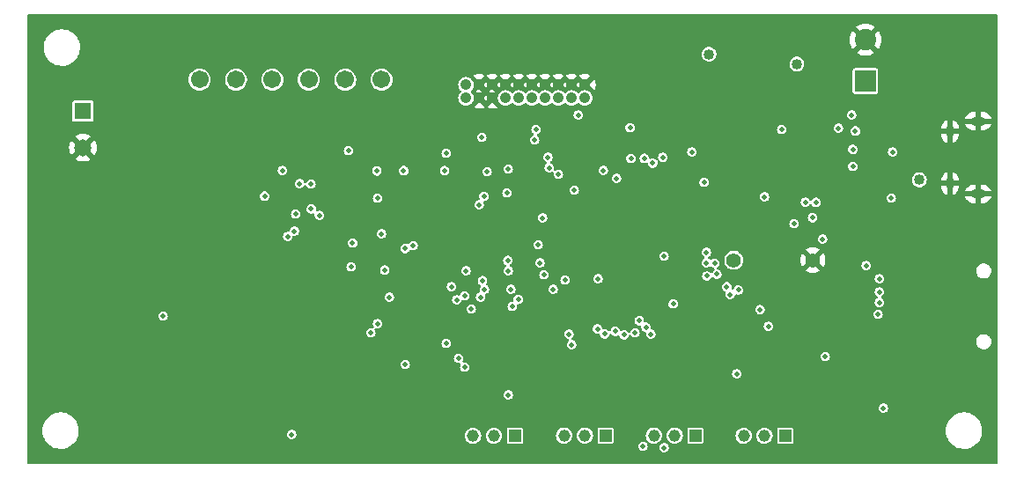
<source format=gbr>
%TF.GenerationSoftware,KiCad,Pcbnew,(6.0.9)*%
%TF.CreationDate,2022-12-16T16:08:48-07:00*%
%TF.ProjectId,Flight-Computer,466c6967-6874-42d4-936f-6d7075746572,1.0*%
%TF.SameCoordinates,Original*%
%TF.FileFunction,Copper,L2,Inr*%
%TF.FilePolarity,Positive*%
%FSLAX46Y46*%
G04 Gerber Fmt 4.6, Leading zero omitted, Abs format (unit mm)*
G04 Created by KiCad (PCBNEW (6.0.9)) date 2022-12-16 16:08:48*
%MOMM*%
%LPD*%
G01*
G04 APERTURE LIST*
%TA.AperFunction,ComponentPad*%
%ADD10R,2.050000X2.050000*%
%TD*%
%TA.AperFunction,ComponentPad*%
%ADD11C,2.050000*%
%TD*%
%TA.AperFunction,ComponentPad*%
%ADD12C,1.701800*%
%TD*%
%TA.AperFunction,ComponentPad*%
%ADD13C,1.066800*%
%TD*%
%TA.AperFunction,ComponentPad*%
%ADD14R,1.150000X1.150000*%
%TD*%
%TA.AperFunction,ComponentPad*%
%ADD15C,1.150000*%
%TD*%
%TA.AperFunction,ComponentPad*%
%ADD16C,1.408000*%
%TD*%
%TA.AperFunction,ComponentPad*%
%ADD17O,0.650000X1.300000*%
%TD*%
%TA.AperFunction,ComponentPad*%
%ADD18O,1.550000X0.775000*%
%TD*%
%TA.AperFunction,ComponentPad*%
%ADD19C,1.650000*%
%TD*%
%TA.AperFunction,ComponentPad*%
%ADD20R,1.650000X1.650000*%
%TD*%
%TA.AperFunction,ViaPad*%
%ADD21C,1.016000*%
%TD*%
%TA.AperFunction,ViaPad*%
%ADD22C,0.500000*%
%TD*%
G04 APERTURE END LIST*
D10*
%TO.N,/PIN_HARN*%
%TO.C,P1*%
X173790500Y-64557500D03*
D11*
%TO.N,Earth*%
X173790500Y-60597500D03*
%TD*%
D12*
%TO.N,VIN*%
%TO.C,P9*%
X127267252Y-64425101D03*
%TO.N,VIN_SW*%
X123767249Y-64425101D03*
X120267248Y-64425101D03*
%TO.N,Net-(P9-Pad4)*%
X116767247Y-64425101D03*
%TO.N,VIN_SW*%
X113267247Y-64425101D03*
%TO.N,Net-(P9-Pad6)*%
X109767246Y-64425101D03*
%TD*%
D13*
%TO.N,3.3V*%
%TO.C,P3*%
X135382000Y-66178050D03*
X135382000Y-64908050D03*
%TO.N,Earth*%
X136652000Y-66178050D03*
X136652000Y-64908050D03*
X137922000Y-66178050D03*
X137922000Y-64908050D03*
%TO.N,SWDIO*%
X139192000Y-66178050D03*
%TO.N,Earth*%
X139192000Y-64908050D03*
%TO.N,SWCLK*%
X140462000Y-66178050D03*
%TO.N,Earth*%
X140462000Y-64908050D03*
%TO.N,unconnected-(P3-Pad11)*%
X141732000Y-66178050D03*
%TO.N,Earth*%
X141732000Y-64908050D03*
%TO.N,SWO*%
X143002000Y-66178050D03*
%TO.N,Earth*%
X143002000Y-64908050D03*
%TO.N,NRST*%
X144272000Y-66178050D03*
%TO.N,Earth*%
X144272000Y-64908050D03*
%TO.N,unconnected-(P3-Pad17)*%
X145542000Y-66178050D03*
%TO.N,Earth*%
X145542000Y-64908050D03*
%TO.N,unconnected-(P3-Pad19)*%
X146812000Y-66178050D03*
%TO.N,Earth*%
X146812000Y-64908050D03*
%TD*%
D14*
%TO.N,VIN*%
%TO.C,P7*%
X140081000Y-98679000D03*
D15*
%TO.N,MOTOR4_PWM*%
X138074000Y-98679000D03*
%TO.N,Net-(P7-Pad3)*%
X136068000Y-98679000D03*
%TD*%
D16*
%TO.N,BEEP*%
%TO.C,BZ1*%
X161122200Y-81788000D03*
%TO.N,Earth*%
X168722200Y-81788000D03*
%TD*%
D17*
%TO.N,Earth*%
%TO.C,P8*%
X181932600Y-74414000D03*
X181932600Y-69414000D03*
D18*
X184632600Y-68414000D03*
X184632600Y-75414000D03*
%TD*%
D14*
%TO.N,VIN*%
%TO.C,P5*%
X157454500Y-98654800D03*
D15*
%TO.N,MOTOR3_PWM*%
X155447500Y-98654800D03*
%TO.N,Net-(P5-Pad3)*%
X153441500Y-98654800D03*
%TD*%
D14*
%TO.N,VIN*%
%TO.C,P4*%
X166090500Y-98679000D03*
D15*
%TO.N,MOTOR1_PWM*%
X164083500Y-98679000D03*
%TO.N,Net-(P4-Pad3)*%
X162077500Y-98679000D03*
%TD*%
D19*
%TO.N,Earth*%
%TO.C,P2*%
X98552000Y-70965000D03*
D20*
%TO.N,/PIN_SCREW*%
X98552000Y-67465000D03*
%TD*%
D14*
%TO.N,VIN*%
%TO.C,P6*%
X148818500Y-98654800D03*
D15*
%TO.N,MOTOR2_PWM*%
X146811500Y-98654800D03*
%TO.N,Net-(P6-Pad3)*%
X144805500Y-98654800D03*
%TD*%
D21*
%TO.N,Earth*%
X159067500Y-64452500D03*
D22*
%TO.N,SCL*%
X134493000Y-85598000D03*
%TO.N,~{GPS_RST}*%
X126238000Y-88773000D03*
%TO.N,GPS_INT*%
X142875000Y-83185000D03*
%TO.N,GPS_TX*%
X142494000Y-82042000D03*
%TO.N,MAG_DRDY*%
X144907000Y-83693000D03*
%TO.N,Earth*%
X143242400Y-69228600D03*
%TO.N,MAG_INT*%
X148082000Y-83566000D03*
%TO.N,3.3V*%
X126873000Y-75819000D03*
%TO.N,DROGUE*%
X117729000Y-73152000D03*
%TO.N,USB_DETECT*%
X176276000Y-75819000D03*
X169672000Y-79756000D03*
X154432000Y-81407000D03*
%TO.N,Earth*%
X107143000Y-80563000D03*
X112313000Y-89363000D03*
X112182000Y-87163000D03*
%TO.N,3.3V*%
X106258000Y-87163000D03*
%TO.N,Earth*%
X96304100Y-79667100D03*
X96304100Y-93510100D03*
%TO.N,GPS_TX*%
X118999000Y-77343000D03*
%TO.N,GPS_RX*%
X120496640Y-76861360D03*
%TO.N,~{GPS_SBOOT}*%
X121285000Y-77470000D03*
%TO.N,~{DROGUE_CONT}*%
X116014500Y-75628500D03*
%TO.N,VIN*%
X120472200Y-74472800D03*
%TO.N,Earth*%
X119938800Y-82499200D03*
%TO.N,3.3V*%
X119380000Y-74422000D03*
%TO.N,VIN*%
X126807001Y-73213001D03*
%TO.N,DROGUE*%
X139316200Y-75308200D03*
%TO.N,MAIN*%
X124079000Y-71247000D03*
%TO.N,Earth*%
X113792000Y-74803000D03*
X121793000Y-74168000D03*
X114935000Y-70866000D03*
%TO.N,SCL*%
X118872000Y-78994000D03*
%TO.N,SDA*%
X118237000Y-79502000D03*
%TO.N,IMU_INT1*%
X142322800Y-80308200D03*
X124472700Y-80124300D03*
%TO.N,IMU_INT2*%
X128016000Y-85344000D03*
%TO.N,GPS_INT*%
X126873000Y-87884000D03*
%TO.N,3.3V*%
X127571500Y-82740500D03*
X124333000Y-82423000D03*
%TO.N,Earth*%
X125730000Y-81280000D03*
X127241300Y-80124300D03*
%TO.N,3.3V*%
X127254000Y-79248000D03*
%TO.N,SCL*%
X129526851Y-80658149D03*
%TO.N,SDA*%
X130302000Y-80391000D03*
%TO.N,Earth*%
X131889500Y-81978500D03*
%TO.N,3.3V*%
X133985000Y-84328000D03*
X136779000Y-85344000D03*
%TO.N,MAG_DRDY*%
X137160000Y-84582000D03*
%TO.N,MAG_INT*%
X135255000Y-85217000D03*
%TO.N,SCL*%
X135382000Y-82804000D03*
%TO.N,SDA*%
X136970000Y-83756000D03*
%TO.N,W_IO4*%
X135255000Y-92075000D03*
%TO.N,W_IO0*%
X134670800Y-91236800D03*
%TO.N,SDA*%
X135890000Y-86487000D03*
%TO.N,Earth*%
X133477000Y-85852000D03*
%TO.N,3.3V*%
X133477000Y-89789000D03*
D21*
%TO.N,Earth*%
X178943000Y-77724000D03*
D22*
X138176000Y-72644000D03*
X171196000Y-100838000D03*
D21*
X162052000Y-87757000D03*
D22*
X142441800Y-76808200D03*
X161036000Y-70739000D03*
X126873000Y-72263000D03*
D21*
X120650000Y-85725000D03*
D22*
X150661000Y-64809000D03*
X131038600Y-79273400D03*
X165227000Y-90297000D03*
X141795500Y-89344500D03*
X123317000Y-70358000D03*
X155829000Y-85344000D03*
X169418000Y-88519000D03*
X133748400Y-70467600D03*
D21*
X159512000Y-90043000D03*
D22*
X121031000Y-98806000D03*
X173990000Y-72898000D03*
X136931400Y-70967600D03*
X133684000Y-97710000D03*
D21*
X166243000Y-66929000D03*
D22*
X139230100Y-80886300D03*
D21*
X179832000Y-93853000D03*
D22*
X137477500Y-82232500D03*
X171577000Y-74549000D03*
X175133000Y-89154000D03*
X150622000Y-90805000D03*
%TO.N,3.3V*%
X169926000Y-91059000D03*
X172819000Y-69370000D03*
X157099000Y-71374000D03*
X146177000Y-67818000D03*
X175006000Y-86995000D03*
D21*
X158750000Y-61976000D03*
D22*
X155311800Y-85988200D03*
X142113000Y-69215000D03*
X136906000Y-69977000D03*
X143764000Y-84582000D03*
X133322000Y-73180000D03*
X142748000Y-77724000D03*
X175514000Y-96012000D03*
X139400400Y-81808200D03*
%TO.N,NRST*%
X144272000Y-73533000D03*
%TO.N,SWCLK*%
X151156628Y-69037680D03*
%TO.N,SWDIO*%
X145796000Y-75057000D03*
X141986000Y-70231000D03*
%TO.N,SDA*%
X152704800Y-88239600D03*
X139827000Y-86233000D03*
%TO.N,SCL*%
X140411200Y-85547200D03*
X152044400Y-87604600D03*
D21*
%TO.N,VIN*%
X167195500Y-62928500D03*
%TO.N,5V*%
X178971000Y-74069000D03*
D22*
X176403000Y-71374000D03*
X171196000Y-69088000D03*
%TO.N,MAIN*%
X149860000Y-73914000D03*
%TO.N,/Peripherals/D-*%
X172585000Y-71128000D03*
X172585000Y-72763000D03*
%TO.N,MOTOR1_PWM*%
X161417000Y-92710000D03*
%TO.N,SWO*%
X143383000Y-72898000D03*
%TO.N,MOTOR1_EN*%
X158496000Y-81026000D03*
X164465000Y-88138000D03*
%TO.N,MOTOR3_EN*%
X158496000Y-82042000D03*
X163652200Y-86537800D03*
%TO.N,~{USB_RST}*%
X158279600Y-74282800D03*
X164084000Y-75692000D03*
%TO.N,~{USB_SUSPEND}*%
X172466000Y-67818000D03*
X165735000Y-69215000D03*
%TO.N,~{SWITCH}*%
X129385000Y-73180000D03*
X148590000Y-73152000D03*
%TO.N,~{MAIN_CONT}*%
X137414000Y-73279000D03*
X139446000Y-73025000D03*
%TO.N,~{DROGUE_CONT}*%
X137109680Y-75641680D03*
%TO.N,~{GPS_RST}*%
X145288000Y-88900000D03*
%TO.N,~{GPS_SBOOT}*%
X136652000Y-76454000D03*
%TO.N,GPS_RX*%
X139446000Y-82804000D03*
%TO.N,GPS_TIM*%
X145542000Y-89916000D03*
X118618000Y-98552000D03*
%TO.N,BP_SDA*%
X133477000Y-71501000D03*
X143256000Y-71882000D03*
%TO.N,FLASH_MISO*%
X158543000Y-83308200D03*
X160782000Y-85090000D03*
%TO.N,FLASH_MOSI*%
X159512000Y-83134200D03*
X160451800Y-84353400D03*
%TO.N,W_IO0*%
X148031200Y-88392000D03*
%TO.N,W_IO1*%
X149742400Y-88636600D03*
X129540000Y-91821000D03*
%TO.N,W_IO2*%
X151638000Y-88773000D03*
X152400000Y-99695000D03*
%TO.N,W_IO3*%
X139446000Y-94742000D03*
X150583900Y-88963500D03*
%TO.N,~{FLASH_WP}*%
X161569400Y-84658200D03*
X159308800Y-82092800D03*
%TO.N,W_IO4*%
X148717000Y-88874600D03*
%TO.N,W_IO5*%
X153162000Y-88900000D03*
X154432000Y-99822000D03*
%TO.N,RX_USB*%
X166928800Y-78282800D03*
X168021000Y-76200000D03*
%TO.N,TX_USB*%
X168706800Y-77698600D03*
X169037000Y-76225400D03*
%TO.N,IMU_INT2*%
X139700000Y-84582000D03*
%TO.N,SD_DAT2*%
X154305000Y-71885800D03*
X175133000Y-83566000D03*
%TO.N,SD_DAT3*%
X153339800Y-72466200D03*
X175133000Y-84836000D03*
%TO.N,SD_CMD*%
X151242400Y-71998200D03*
X175133000Y-85852000D03*
%TO.N,SD_CLK*%
X173863000Y-82296000D03*
X152527000Y-71983600D03*
%TD*%
%TA.AperFunction,Conductor*%
%TO.N,Earth*%
G36*
X186428421Y-58135702D02*
G01*
X186474914Y-58189358D01*
X186486300Y-58241700D01*
X186486300Y-101270300D01*
X186466298Y-101338421D01*
X186412642Y-101384914D01*
X186360300Y-101396300D01*
X108876593Y-101396300D01*
X93293370Y-101355506D01*
X93225302Y-101335325D01*
X93178950Y-101281548D01*
X93167700Y-101229506D01*
X93167700Y-98278165D01*
X94640866Y-98278165D01*
X94675952Y-98535970D01*
X94677260Y-98540456D01*
X94677260Y-98540458D01*
X94685287Y-98567996D01*
X94748758Y-98785757D01*
X94750718Y-98790010D01*
X94750719Y-98790011D01*
X94766454Y-98824142D01*
X94857686Y-99022039D01*
X94860246Y-99025944D01*
X94860249Y-99025949D01*
X94997775Y-99235712D01*
X94997779Y-99235717D01*
X95000341Y-99239625D01*
X95052735Y-99298327D01*
X95161551Y-99420245D01*
X95173591Y-99433735D01*
X95373629Y-99600105D01*
X95596061Y-99735080D01*
X95600375Y-99736889D01*
X95600377Y-99736890D01*
X95831686Y-99833886D01*
X95831691Y-99833888D01*
X95836001Y-99835695D01*
X95840533Y-99836846D01*
X95840536Y-99836847D01*
X95965815Y-99868663D01*
X96088177Y-99899739D01*
X96304286Y-99921500D01*
X96459044Y-99921500D01*
X96461369Y-99921327D01*
X96461375Y-99921327D01*
X96647814Y-99907472D01*
X96647818Y-99907471D01*
X96652466Y-99907126D01*
X96906232Y-99849705D01*
X96936342Y-99837996D01*
X97144370Y-99757098D01*
X97144372Y-99757097D01*
X97148723Y-99755405D01*
X97184285Y-99735080D01*
X97241744Y-99702239D01*
X97264208Y-99689400D01*
X151941669Y-99689400D01*
X151942833Y-99698302D01*
X151942833Y-99698305D01*
X151957116Y-99807527D01*
X151958520Y-99818263D01*
X152010861Y-99937218D01*
X152094485Y-100036700D01*
X152202669Y-100108714D01*
X152326716Y-100147469D01*
X152456655Y-100149850D01*
X152465318Y-100147488D01*
X152465320Y-100147488D01*
X152573375Y-100118029D01*
X152582039Y-100115667D01*
X152692789Y-100047666D01*
X152780002Y-99951314D01*
X152786832Y-99937218D01*
X152832753Y-99842437D01*
X152832754Y-99842435D01*
X152836667Y-99834358D01*
X152839688Y-99816400D01*
X153973669Y-99816400D01*
X153974833Y-99825302D01*
X153974833Y-99825305D01*
X153988393Y-99929000D01*
X153990520Y-99945263D01*
X154042861Y-100064218D01*
X154126485Y-100163700D01*
X154234669Y-100235714D01*
X154358716Y-100274469D01*
X154488655Y-100276850D01*
X154497318Y-100274488D01*
X154497320Y-100274488D01*
X154605375Y-100245029D01*
X154614039Y-100242667D01*
X154724789Y-100174666D01*
X154749389Y-100147488D01*
X154805974Y-100084974D01*
X154805975Y-100084973D01*
X154812002Y-100078314D01*
X154818832Y-100064218D01*
X154864753Y-99969437D01*
X154864754Y-99969435D01*
X154868667Y-99961358D01*
X154890228Y-99833199D01*
X154890365Y-99822000D01*
X154888556Y-99809364D01*
X154873214Y-99702239D01*
X154873213Y-99702237D01*
X154871941Y-99693352D01*
X154818151Y-99575046D01*
X154733318Y-99476593D01*
X154624262Y-99405907D01*
X154499751Y-99368670D01*
X154490775Y-99368615D01*
X154490774Y-99368615D01*
X154436914Y-99368286D01*
X154369793Y-99367876D01*
X154244836Y-99403589D01*
X154134925Y-99472937D01*
X154048895Y-99570347D01*
X154045081Y-99578470D01*
X154045080Y-99578472D01*
X154021537Y-99628618D01*
X153993663Y-99687987D01*
X153992283Y-99696849D01*
X153992282Y-99696853D01*
X153975050Y-99807527D01*
X153975050Y-99807531D01*
X153973669Y-99816400D01*
X152839688Y-99816400D01*
X152858228Y-99706199D01*
X152858365Y-99695000D01*
X152856293Y-99680527D01*
X152841214Y-99575239D01*
X152841213Y-99575237D01*
X152839941Y-99566352D01*
X152833809Y-99552864D01*
X152790540Y-99457700D01*
X152786151Y-99448046D01*
X152780293Y-99441247D01*
X152779696Y-99440314D01*
X152759846Y-99372148D01*
X152772627Y-99328979D01*
X152719008Y-99341411D01*
X152657750Y-99321353D01*
X152599799Y-99283791D01*
X152599793Y-99283788D01*
X152592262Y-99278907D01*
X152467751Y-99241670D01*
X152458775Y-99241615D01*
X152458774Y-99241615D01*
X152404914Y-99241286D01*
X152337793Y-99240876D01*
X152212836Y-99276589D01*
X152102925Y-99345937D01*
X152016895Y-99443347D01*
X152013081Y-99451470D01*
X152013080Y-99451472D01*
X152010723Y-99456493D01*
X151961663Y-99560987D01*
X151960283Y-99569849D01*
X151960282Y-99569853D01*
X151943050Y-99680527D01*
X151943050Y-99680531D01*
X151941669Y-99689400D01*
X97264208Y-99689400D01*
X97374612Y-99626299D01*
X97578936Y-99465223D01*
X97757208Y-99275714D01*
X97905511Y-99061937D01*
X97923258Y-99025949D01*
X98018521Y-98832775D01*
X98018522Y-98832772D01*
X98020586Y-98828587D01*
X98027076Y-98808314D01*
X98069212Y-98676680D01*
X98099906Y-98580792D01*
X98105507Y-98546400D01*
X118159669Y-98546400D01*
X118160833Y-98555302D01*
X118160833Y-98555305D01*
X118172413Y-98643859D01*
X118176520Y-98675263D01*
X118228861Y-98794218D01*
X118312485Y-98893700D01*
X118420669Y-98965714D01*
X118496861Y-98989518D01*
X118533648Y-99001011D01*
X118544716Y-99004469D01*
X118674655Y-99006850D01*
X118683318Y-99004488D01*
X118683320Y-99004488D01*
X118791375Y-98975029D01*
X118800039Y-98972667D01*
X118910789Y-98904666D01*
X118938655Y-98873880D01*
X118991974Y-98814974D01*
X118991975Y-98814973D01*
X118998002Y-98808314D01*
X119004832Y-98794218D01*
X119050753Y-98699437D01*
X119050754Y-98699435D01*
X119054667Y-98691358D01*
X119058587Y-98668059D01*
X135284449Y-98668059D01*
X135301497Y-98841925D01*
X135303721Y-98848610D01*
X135303721Y-98848611D01*
X135316435Y-98886830D01*
X135356641Y-99007694D01*
X135360288Y-99013716D01*
X135360289Y-99013718D01*
X135389492Y-99061937D01*
X135447140Y-99157126D01*
X135568497Y-99282795D01*
X135574393Y-99286653D01*
X135675272Y-99352666D01*
X135714680Y-99378454D01*
X135721284Y-99380910D01*
X135721286Y-99380911D01*
X135781582Y-99403335D01*
X135878423Y-99439350D01*
X135885408Y-99440282D01*
X136044608Y-99461524D01*
X136044612Y-99461524D01*
X136051589Y-99462455D01*
X136058600Y-99461817D01*
X136058604Y-99461817D01*
X136218552Y-99447261D01*
X136218555Y-99447260D01*
X136225570Y-99446622D01*
X136254186Y-99437324D01*
X136385024Y-99394812D01*
X136385026Y-99394811D01*
X136391720Y-99392636D01*
X136541780Y-99303182D01*
X136668293Y-99182706D01*
X136681924Y-99162190D01*
X136761070Y-99043066D01*
X136761071Y-99043064D01*
X136764971Y-99037194D01*
X136827008Y-98873880D01*
X136851321Y-98700880D01*
X136851454Y-98691358D01*
X136851572Y-98682961D01*
X136851572Y-98682955D01*
X136851627Y-98679000D01*
X136850400Y-98668059D01*
X137290449Y-98668059D01*
X137307497Y-98841925D01*
X137309721Y-98848610D01*
X137309721Y-98848611D01*
X137322435Y-98886830D01*
X137362641Y-99007694D01*
X137366288Y-99013716D01*
X137366289Y-99013718D01*
X137395492Y-99061937D01*
X137453140Y-99157126D01*
X137574497Y-99282795D01*
X137580393Y-99286653D01*
X137681272Y-99352666D01*
X137720680Y-99378454D01*
X137727284Y-99380910D01*
X137727286Y-99380911D01*
X137787582Y-99403335D01*
X137884423Y-99439350D01*
X137891408Y-99440282D01*
X138050608Y-99461524D01*
X138050612Y-99461524D01*
X138057589Y-99462455D01*
X138064600Y-99461817D01*
X138064604Y-99461817D01*
X138224552Y-99447261D01*
X138224555Y-99447260D01*
X138231570Y-99446622D01*
X138260186Y-99437324D01*
X138391024Y-99394812D01*
X138391026Y-99394811D01*
X138397720Y-99392636D01*
X138547780Y-99303182D01*
X138578357Y-99274064D01*
X139302300Y-99274064D01*
X139314119Y-99333480D01*
X139359140Y-99400860D01*
X139369455Y-99407752D01*
X139415107Y-99438255D01*
X139426520Y-99445881D01*
X139485936Y-99457700D01*
X140676064Y-99457700D01*
X140735480Y-99445881D01*
X140746894Y-99438255D01*
X140792545Y-99407752D01*
X140802860Y-99400860D01*
X140847881Y-99333480D01*
X140859700Y-99274064D01*
X140859700Y-98643859D01*
X144021949Y-98643859D01*
X144038997Y-98817725D01*
X144041221Y-98824410D01*
X144041221Y-98824411D01*
X144055357Y-98866906D01*
X144094141Y-98983494D01*
X144097788Y-98989516D01*
X144097789Y-98989518D01*
X144141648Y-99061937D01*
X144184640Y-99132926D01*
X144305997Y-99258595D01*
X144329733Y-99274127D01*
X144432554Y-99341411D01*
X144452180Y-99354254D01*
X144458784Y-99356710D01*
X144458786Y-99356711D01*
X144512427Y-99376660D01*
X144615923Y-99415150D01*
X144622908Y-99416082D01*
X144782108Y-99437324D01*
X144782112Y-99437324D01*
X144789089Y-99438255D01*
X144796100Y-99437617D01*
X144796104Y-99437617D01*
X144956052Y-99423061D01*
X144956055Y-99423060D01*
X144963070Y-99422422D01*
X144986568Y-99414787D01*
X145122524Y-99370612D01*
X145122526Y-99370611D01*
X145129220Y-99368436D01*
X145279280Y-99278982D01*
X145405793Y-99158506D01*
X145419424Y-99137990D01*
X145498570Y-99018866D01*
X145498571Y-99018864D01*
X145502471Y-99012994D01*
X145546149Y-98898011D01*
X145562007Y-98856265D01*
X145562008Y-98856262D01*
X145564508Y-98849680D01*
X145588821Y-98676680D01*
X145588965Y-98666364D01*
X145589072Y-98658761D01*
X145589072Y-98658755D01*
X145589127Y-98654800D01*
X145587900Y-98643859D01*
X146027949Y-98643859D01*
X146044997Y-98817725D01*
X146047221Y-98824410D01*
X146047221Y-98824411D01*
X146061357Y-98866906D01*
X146100141Y-98983494D01*
X146103788Y-98989516D01*
X146103789Y-98989518D01*
X146147648Y-99061937D01*
X146190640Y-99132926D01*
X146311997Y-99258595D01*
X146335733Y-99274127D01*
X146438554Y-99341411D01*
X146458180Y-99354254D01*
X146464784Y-99356710D01*
X146464786Y-99356711D01*
X146518427Y-99376660D01*
X146621923Y-99415150D01*
X146628908Y-99416082D01*
X146788108Y-99437324D01*
X146788112Y-99437324D01*
X146795089Y-99438255D01*
X146802100Y-99437617D01*
X146802104Y-99437617D01*
X146962052Y-99423061D01*
X146962055Y-99423060D01*
X146969070Y-99422422D01*
X146992568Y-99414787D01*
X147128524Y-99370612D01*
X147128526Y-99370611D01*
X147135220Y-99368436D01*
X147285280Y-99278982D01*
X147315857Y-99249864D01*
X148039800Y-99249864D01*
X148051619Y-99309280D01*
X148096640Y-99376660D01*
X148164020Y-99421681D01*
X148223436Y-99433500D01*
X149413564Y-99433500D01*
X149472980Y-99421681D01*
X149540360Y-99376660D01*
X149585381Y-99309280D01*
X149597200Y-99249864D01*
X149597200Y-98643859D01*
X152657949Y-98643859D01*
X152674997Y-98817725D01*
X152677221Y-98824410D01*
X152677221Y-98824411D01*
X152691357Y-98866906D01*
X152730141Y-98983494D01*
X152733788Y-98989516D01*
X152733789Y-98989518D01*
X152777648Y-99061937D01*
X152820640Y-99132926D01*
X152825531Y-99137990D01*
X152826111Y-99138744D01*
X152851827Y-99204920D01*
X152841314Y-99256631D01*
X152904057Y-99247753D01*
X152954837Y-99266997D01*
X153088180Y-99354254D01*
X153094784Y-99356710D01*
X153094786Y-99356711D01*
X153148427Y-99376660D01*
X153251923Y-99415150D01*
X153258908Y-99416082D01*
X153418108Y-99437324D01*
X153418112Y-99437324D01*
X153425089Y-99438255D01*
X153432100Y-99437617D01*
X153432104Y-99437617D01*
X153592052Y-99423061D01*
X153592055Y-99423060D01*
X153599070Y-99422422D01*
X153622568Y-99414787D01*
X153758524Y-99370612D01*
X153758526Y-99370611D01*
X153765220Y-99368436D01*
X153915280Y-99278982D01*
X154041793Y-99158506D01*
X154055424Y-99137990D01*
X154134570Y-99018866D01*
X154134571Y-99018864D01*
X154138471Y-99012994D01*
X154182149Y-98898011D01*
X154198007Y-98856265D01*
X154198008Y-98856262D01*
X154200508Y-98849680D01*
X154224821Y-98676680D01*
X154224965Y-98666364D01*
X154225072Y-98658761D01*
X154225072Y-98658755D01*
X154225127Y-98654800D01*
X154223900Y-98643859D01*
X154663949Y-98643859D01*
X154680997Y-98817725D01*
X154683221Y-98824410D01*
X154683221Y-98824411D01*
X154697357Y-98866906D01*
X154736141Y-98983494D01*
X154739788Y-98989516D01*
X154739789Y-98989518D01*
X154783648Y-99061937D01*
X154826640Y-99132926D01*
X154947997Y-99258595D01*
X154971733Y-99274127D01*
X155074554Y-99341411D01*
X155094180Y-99354254D01*
X155100784Y-99356710D01*
X155100786Y-99356711D01*
X155154427Y-99376660D01*
X155257923Y-99415150D01*
X155264908Y-99416082D01*
X155424108Y-99437324D01*
X155424112Y-99437324D01*
X155431089Y-99438255D01*
X155438100Y-99437617D01*
X155438104Y-99437617D01*
X155598052Y-99423061D01*
X155598055Y-99423060D01*
X155605070Y-99422422D01*
X155628568Y-99414787D01*
X155764524Y-99370612D01*
X155764526Y-99370611D01*
X155771220Y-99368436D01*
X155921280Y-99278982D01*
X155951857Y-99249864D01*
X156675800Y-99249864D01*
X156687619Y-99309280D01*
X156732640Y-99376660D01*
X156800020Y-99421681D01*
X156859436Y-99433500D01*
X158049564Y-99433500D01*
X158108980Y-99421681D01*
X158176360Y-99376660D01*
X158221381Y-99309280D01*
X158233200Y-99249864D01*
X158233200Y-98668059D01*
X161293949Y-98668059D01*
X161310997Y-98841925D01*
X161313221Y-98848610D01*
X161313221Y-98848611D01*
X161325935Y-98886830D01*
X161366141Y-99007694D01*
X161369788Y-99013716D01*
X161369789Y-99013718D01*
X161398992Y-99061937D01*
X161456640Y-99157126D01*
X161577997Y-99282795D01*
X161583893Y-99286653D01*
X161684772Y-99352666D01*
X161724180Y-99378454D01*
X161730784Y-99380910D01*
X161730786Y-99380911D01*
X161791082Y-99403335D01*
X161887923Y-99439350D01*
X161894908Y-99440282D01*
X162054108Y-99461524D01*
X162054112Y-99461524D01*
X162061089Y-99462455D01*
X162068100Y-99461817D01*
X162068104Y-99461817D01*
X162228052Y-99447261D01*
X162228055Y-99447260D01*
X162235070Y-99446622D01*
X162263686Y-99437324D01*
X162394524Y-99394812D01*
X162394526Y-99394811D01*
X162401220Y-99392636D01*
X162551280Y-99303182D01*
X162677793Y-99182706D01*
X162691424Y-99162190D01*
X162770570Y-99043066D01*
X162770571Y-99043064D01*
X162774471Y-99037194D01*
X162836508Y-98873880D01*
X162860821Y-98700880D01*
X162860954Y-98691358D01*
X162861072Y-98682961D01*
X162861072Y-98682955D01*
X162861127Y-98679000D01*
X162859900Y-98668059D01*
X163299949Y-98668059D01*
X163316997Y-98841925D01*
X163319221Y-98848610D01*
X163319221Y-98848611D01*
X163331935Y-98886830D01*
X163372141Y-99007694D01*
X163375788Y-99013716D01*
X163375789Y-99013718D01*
X163404992Y-99061937D01*
X163462640Y-99157126D01*
X163583997Y-99282795D01*
X163589893Y-99286653D01*
X163690772Y-99352666D01*
X163730180Y-99378454D01*
X163736784Y-99380910D01*
X163736786Y-99380911D01*
X163797082Y-99403335D01*
X163893923Y-99439350D01*
X163900908Y-99440282D01*
X164060108Y-99461524D01*
X164060112Y-99461524D01*
X164067089Y-99462455D01*
X164074100Y-99461817D01*
X164074104Y-99461817D01*
X164234052Y-99447261D01*
X164234055Y-99447260D01*
X164241070Y-99446622D01*
X164269686Y-99437324D01*
X164400524Y-99394812D01*
X164400526Y-99394811D01*
X164407220Y-99392636D01*
X164557280Y-99303182D01*
X164587857Y-99274064D01*
X165311800Y-99274064D01*
X165323619Y-99333480D01*
X165368640Y-99400860D01*
X165378955Y-99407752D01*
X165424607Y-99438255D01*
X165436020Y-99445881D01*
X165495436Y-99457700D01*
X166685564Y-99457700D01*
X166744980Y-99445881D01*
X166756394Y-99438255D01*
X166802045Y-99407752D01*
X166812360Y-99400860D01*
X166857381Y-99333480D01*
X166869200Y-99274064D01*
X166869200Y-98278165D01*
X181508866Y-98278165D01*
X181543952Y-98535970D01*
X181545260Y-98540456D01*
X181545260Y-98540458D01*
X181553287Y-98567996D01*
X181616758Y-98785757D01*
X181618718Y-98790010D01*
X181618719Y-98790011D01*
X181634454Y-98824142D01*
X181725686Y-99022039D01*
X181728246Y-99025944D01*
X181728249Y-99025949D01*
X181865775Y-99235712D01*
X181865779Y-99235717D01*
X181868341Y-99239625D01*
X181920735Y-99298327D01*
X182029551Y-99420245D01*
X182041591Y-99433735D01*
X182241629Y-99600105D01*
X182464061Y-99735080D01*
X182468375Y-99736889D01*
X182468377Y-99736890D01*
X182699686Y-99833886D01*
X182699691Y-99833888D01*
X182704001Y-99835695D01*
X182708533Y-99836846D01*
X182708536Y-99836847D01*
X182833815Y-99868663D01*
X182956177Y-99899739D01*
X183172286Y-99921500D01*
X183327044Y-99921500D01*
X183329369Y-99921327D01*
X183329375Y-99921327D01*
X183515814Y-99907472D01*
X183515818Y-99907471D01*
X183520466Y-99907126D01*
X183774232Y-99849705D01*
X183804342Y-99837996D01*
X184012370Y-99757098D01*
X184012372Y-99757097D01*
X184016723Y-99755405D01*
X184052285Y-99735080D01*
X184109744Y-99702239D01*
X184242612Y-99626299D01*
X184446936Y-99465223D01*
X184625208Y-99275714D01*
X184773511Y-99061937D01*
X184791258Y-99025949D01*
X184886521Y-98832775D01*
X184886522Y-98832772D01*
X184888586Y-98828587D01*
X184895076Y-98808314D01*
X184937212Y-98676680D01*
X184967906Y-98580792D01*
X185007578Y-98337194D01*
X185008977Y-98328606D01*
X185008977Y-98328605D01*
X185009728Y-98323994D01*
X185012158Y-98138378D01*
X185013073Y-98068512D01*
X185013073Y-98068509D01*
X185013134Y-98063835D01*
X184978048Y-97806030D01*
X184905242Y-97556243D01*
X184796314Y-97319961D01*
X184767637Y-97276221D01*
X184656225Y-97106288D01*
X184656221Y-97106283D01*
X184653659Y-97102375D01*
X184480409Y-96908265D01*
X184280371Y-96741895D01*
X184057939Y-96606920D01*
X184053623Y-96605110D01*
X183822314Y-96508114D01*
X183822309Y-96508112D01*
X183817999Y-96506305D01*
X183813467Y-96505154D01*
X183813464Y-96505153D01*
X183662643Y-96466850D01*
X183565823Y-96442261D01*
X183349714Y-96420500D01*
X183194956Y-96420500D01*
X183192631Y-96420673D01*
X183192625Y-96420673D01*
X183006186Y-96434528D01*
X183006182Y-96434529D01*
X183001534Y-96434874D01*
X182747768Y-96492295D01*
X182743416Y-96493987D01*
X182743414Y-96493988D01*
X182509630Y-96584902D01*
X182509628Y-96584903D01*
X182505277Y-96586595D01*
X182501223Y-96588912D01*
X182501221Y-96588913D01*
X182465467Y-96609348D01*
X182279388Y-96715701D01*
X182075064Y-96876777D01*
X181896792Y-97066286D01*
X181748489Y-97280063D01*
X181746423Y-97284253D01*
X181746421Y-97284256D01*
X181726720Y-97324207D01*
X181633414Y-97513413D01*
X181554094Y-97761208D01*
X181512272Y-98018006D01*
X181511980Y-98040315D01*
X181509913Y-98198226D01*
X181508866Y-98278165D01*
X166869200Y-98278165D01*
X166869200Y-98083936D01*
X166857381Y-98024520D01*
X166812360Y-97957140D01*
X166744980Y-97912119D01*
X166685564Y-97900300D01*
X165495436Y-97900300D01*
X165436020Y-97912119D01*
X165368640Y-97957140D01*
X165323619Y-98024520D01*
X165311800Y-98083936D01*
X165311800Y-99274064D01*
X164587857Y-99274064D01*
X164683793Y-99182706D01*
X164697424Y-99162190D01*
X164776570Y-99043066D01*
X164776571Y-99043064D01*
X164780471Y-99037194D01*
X164842508Y-98873880D01*
X164866821Y-98700880D01*
X164866954Y-98691358D01*
X164867072Y-98682961D01*
X164867072Y-98682955D01*
X164867127Y-98679000D01*
X164847653Y-98505389D01*
X164790200Y-98340406D01*
X164770246Y-98308472D01*
X164701356Y-98198226D01*
X164697623Y-98192252D01*
X164689156Y-98183725D01*
X164636920Y-98131123D01*
X164574524Y-98068290D01*
X164427019Y-97974681D01*
X164309798Y-97932940D01*
X164269076Y-97918439D01*
X164269074Y-97918438D01*
X164262442Y-97916077D01*
X164255456Y-97915244D01*
X164255452Y-97915243D01*
X164130131Y-97900300D01*
X164088971Y-97895392D01*
X164081968Y-97896128D01*
X164081967Y-97896128D01*
X164042274Y-97900300D01*
X163915228Y-97913653D01*
X163908560Y-97915923D01*
X163756515Y-97967683D01*
X163756512Y-97967684D01*
X163749848Y-97969953D01*
X163601051Y-98061493D01*
X163561379Y-98100343D01*
X163492238Y-98168052D01*
X163476233Y-98183725D01*
X163472422Y-98189639D01*
X163472420Y-98189641D01*
X163392924Y-98312994D01*
X163381596Y-98330572D01*
X163379186Y-98337194D01*
X163329198Y-98474535D01*
X163321845Y-98494736D01*
X163299949Y-98668059D01*
X162859900Y-98668059D01*
X162841653Y-98505389D01*
X162784200Y-98340406D01*
X162764246Y-98308472D01*
X162695356Y-98198226D01*
X162691623Y-98192252D01*
X162683156Y-98183725D01*
X162630920Y-98131123D01*
X162568524Y-98068290D01*
X162421019Y-97974681D01*
X162303798Y-97932940D01*
X162263076Y-97918439D01*
X162263074Y-97918438D01*
X162256442Y-97916077D01*
X162249456Y-97915244D01*
X162249452Y-97915243D01*
X162124131Y-97900300D01*
X162082971Y-97895392D01*
X162075968Y-97896128D01*
X162075967Y-97896128D01*
X162036274Y-97900300D01*
X161909228Y-97913653D01*
X161902560Y-97915923D01*
X161750515Y-97967683D01*
X161750512Y-97967684D01*
X161743848Y-97969953D01*
X161595051Y-98061493D01*
X161555379Y-98100343D01*
X161486238Y-98168052D01*
X161470233Y-98183725D01*
X161466422Y-98189639D01*
X161466420Y-98189641D01*
X161386924Y-98312994D01*
X161375596Y-98330572D01*
X161373186Y-98337194D01*
X161323198Y-98474535D01*
X161315845Y-98494736D01*
X161293949Y-98668059D01*
X158233200Y-98668059D01*
X158233200Y-98059736D01*
X158221381Y-98000320D01*
X158176360Y-97932940D01*
X158121266Y-97896128D01*
X158119298Y-97894813D01*
X158119297Y-97894813D01*
X158108980Y-97887919D01*
X158049564Y-97876100D01*
X156859436Y-97876100D01*
X156800020Y-97887919D01*
X156789703Y-97894813D01*
X156789702Y-97894813D01*
X156787734Y-97896128D01*
X156732640Y-97932940D01*
X156687619Y-98000320D01*
X156675800Y-98059736D01*
X156675800Y-99249864D01*
X155951857Y-99249864D01*
X156047793Y-99158506D01*
X156061424Y-99137990D01*
X156140570Y-99018866D01*
X156140571Y-99018864D01*
X156144471Y-99012994D01*
X156188149Y-98898011D01*
X156204007Y-98856265D01*
X156204008Y-98856262D01*
X156206508Y-98849680D01*
X156230821Y-98676680D01*
X156230965Y-98666364D01*
X156231072Y-98658761D01*
X156231072Y-98658755D01*
X156231127Y-98654800D01*
X156211653Y-98481189D01*
X156154200Y-98316206D01*
X156147227Y-98305046D01*
X156065356Y-98174026D01*
X156061623Y-98168052D01*
X156053156Y-98159525D01*
X155991936Y-98097876D01*
X155938524Y-98044090D01*
X155907687Y-98024520D01*
X155827518Y-97973644D01*
X155791019Y-97950481D01*
X155653486Y-97901507D01*
X155633076Y-97894239D01*
X155633074Y-97894238D01*
X155626442Y-97891877D01*
X155619456Y-97891044D01*
X155619452Y-97891043D01*
X155494131Y-97876100D01*
X155452971Y-97871192D01*
X155445968Y-97871928D01*
X155445967Y-97871928D01*
X155406274Y-97876100D01*
X155279228Y-97889453D01*
X155272560Y-97891723D01*
X155120515Y-97943483D01*
X155120512Y-97943484D01*
X155113848Y-97945753D01*
X154965051Y-98037293D01*
X154840233Y-98159525D01*
X154836422Y-98165439D01*
X154836420Y-98165441D01*
X154766788Y-98273488D01*
X154745596Y-98306372D01*
X154685845Y-98470536D01*
X154663949Y-98643859D01*
X154223900Y-98643859D01*
X154205653Y-98481189D01*
X154148200Y-98316206D01*
X154141227Y-98305046D01*
X154059356Y-98174026D01*
X154055623Y-98168052D01*
X154047156Y-98159525D01*
X153985936Y-98097876D01*
X153932524Y-98044090D01*
X153901687Y-98024520D01*
X153821518Y-97973644D01*
X153785019Y-97950481D01*
X153647486Y-97901507D01*
X153627076Y-97894239D01*
X153627074Y-97894238D01*
X153620442Y-97891877D01*
X153613456Y-97891044D01*
X153613452Y-97891043D01*
X153488131Y-97876100D01*
X153446971Y-97871192D01*
X153439968Y-97871928D01*
X153439967Y-97871928D01*
X153400274Y-97876100D01*
X153273228Y-97889453D01*
X153266560Y-97891723D01*
X153114515Y-97943483D01*
X153114512Y-97943484D01*
X153107848Y-97945753D01*
X152959051Y-98037293D01*
X152834233Y-98159525D01*
X152830422Y-98165439D01*
X152830420Y-98165441D01*
X152760788Y-98273488D01*
X152739596Y-98306372D01*
X152679845Y-98470536D01*
X152657949Y-98643859D01*
X149597200Y-98643859D01*
X149597200Y-98059736D01*
X149585381Y-98000320D01*
X149540360Y-97932940D01*
X149485266Y-97896128D01*
X149483298Y-97894813D01*
X149483297Y-97894813D01*
X149472980Y-97887919D01*
X149413564Y-97876100D01*
X148223436Y-97876100D01*
X148164020Y-97887919D01*
X148153703Y-97894813D01*
X148153702Y-97894813D01*
X148151734Y-97896128D01*
X148096640Y-97932940D01*
X148051619Y-98000320D01*
X148039800Y-98059736D01*
X148039800Y-99249864D01*
X147315857Y-99249864D01*
X147411793Y-99158506D01*
X147425424Y-99137990D01*
X147504570Y-99018866D01*
X147504571Y-99018864D01*
X147508471Y-99012994D01*
X147552149Y-98898011D01*
X147568007Y-98856265D01*
X147568008Y-98856262D01*
X147570508Y-98849680D01*
X147594821Y-98676680D01*
X147594965Y-98666364D01*
X147595072Y-98658761D01*
X147595072Y-98658755D01*
X147595127Y-98654800D01*
X147575653Y-98481189D01*
X147518200Y-98316206D01*
X147511227Y-98305046D01*
X147429356Y-98174026D01*
X147425623Y-98168052D01*
X147417156Y-98159525D01*
X147355936Y-98097876D01*
X147302524Y-98044090D01*
X147271687Y-98024520D01*
X147191518Y-97973644D01*
X147155019Y-97950481D01*
X147017486Y-97901507D01*
X146997076Y-97894239D01*
X146997074Y-97894238D01*
X146990442Y-97891877D01*
X146983456Y-97891044D01*
X146983452Y-97891043D01*
X146858131Y-97876100D01*
X146816971Y-97871192D01*
X146809968Y-97871928D01*
X146809967Y-97871928D01*
X146770274Y-97876100D01*
X146643228Y-97889453D01*
X146636560Y-97891723D01*
X146484515Y-97943483D01*
X146484512Y-97943484D01*
X146477848Y-97945753D01*
X146329051Y-98037293D01*
X146204233Y-98159525D01*
X146200422Y-98165439D01*
X146200420Y-98165441D01*
X146130788Y-98273488D01*
X146109596Y-98306372D01*
X146049845Y-98470536D01*
X146027949Y-98643859D01*
X145587900Y-98643859D01*
X145569653Y-98481189D01*
X145512200Y-98316206D01*
X145505227Y-98305046D01*
X145423356Y-98174026D01*
X145419623Y-98168052D01*
X145411156Y-98159525D01*
X145349936Y-98097876D01*
X145296524Y-98044090D01*
X145265687Y-98024520D01*
X145185518Y-97973644D01*
X145149019Y-97950481D01*
X145011486Y-97901507D01*
X144991076Y-97894239D01*
X144991074Y-97894238D01*
X144984442Y-97891877D01*
X144977456Y-97891044D01*
X144977452Y-97891043D01*
X144852131Y-97876100D01*
X144810971Y-97871192D01*
X144803968Y-97871928D01*
X144803967Y-97871928D01*
X144764274Y-97876100D01*
X144637228Y-97889453D01*
X144630560Y-97891723D01*
X144478515Y-97943483D01*
X144478512Y-97943484D01*
X144471848Y-97945753D01*
X144323051Y-98037293D01*
X144198233Y-98159525D01*
X144194422Y-98165439D01*
X144194420Y-98165441D01*
X144124788Y-98273488D01*
X144103596Y-98306372D01*
X144043845Y-98470536D01*
X144021949Y-98643859D01*
X140859700Y-98643859D01*
X140859700Y-98083936D01*
X140847881Y-98024520D01*
X140802860Y-97957140D01*
X140735480Y-97912119D01*
X140676064Y-97900300D01*
X139485936Y-97900300D01*
X139426520Y-97912119D01*
X139359140Y-97957140D01*
X139314119Y-98024520D01*
X139302300Y-98083936D01*
X139302300Y-99274064D01*
X138578357Y-99274064D01*
X138674293Y-99182706D01*
X138687924Y-99162190D01*
X138767070Y-99043066D01*
X138767071Y-99043064D01*
X138770971Y-99037194D01*
X138833008Y-98873880D01*
X138857321Y-98700880D01*
X138857454Y-98691358D01*
X138857572Y-98682961D01*
X138857572Y-98682955D01*
X138857627Y-98679000D01*
X138838153Y-98505389D01*
X138780700Y-98340406D01*
X138760746Y-98308472D01*
X138691856Y-98198226D01*
X138688123Y-98192252D01*
X138679656Y-98183725D01*
X138627420Y-98131123D01*
X138565024Y-98068290D01*
X138417519Y-97974681D01*
X138300298Y-97932940D01*
X138259576Y-97918439D01*
X138259574Y-97918438D01*
X138252942Y-97916077D01*
X138245956Y-97915244D01*
X138245952Y-97915243D01*
X138120631Y-97900300D01*
X138079471Y-97895392D01*
X138072468Y-97896128D01*
X138072467Y-97896128D01*
X138032774Y-97900300D01*
X137905728Y-97913653D01*
X137899060Y-97915923D01*
X137747015Y-97967683D01*
X137747012Y-97967684D01*
X137740348Y-97969953D01*
X137591551Y-98061493D01*
X137551879Y-98100343D01*
X137482738Y-98168052D01*
X137466733Y-98183725D01*
X137462922Y-98189639D01*
X137462920Y-98189641D01*
X137383424Y-98312994D01*
X137372096Y-98330572D01*
X137369686Y-98337194D01*
X137319698Y-98474535D01*
X137312345Y-98494736D01*
X137290449Y-98668059D01*
X136850400Y-98668059D01*
X136832153Y-98505389D01*
X136774700Y-98340406D01*
X136754746Y-98308472D01*
X136685856Y-98198226D01*
X136682123Y-98192252D01*
X136673656Y-98183725D01*
X136621420Y-98131123D01*
X136559024Y-98068290D01*
X136411519Y-97974681D01*
X136294298Y-97932940D01*
X136253576Y-97918439D01*
X136253574Y-97918438D01*
X136246942Y-97916077D01*
X136239956Y-97915244D01*
X136239952Y-97915243D01*
X136114631Y-97900300D01*
X136073471Y-97895392D01*
X136066468Y-97896128D01*
X136066467Y-97896128D01*
X136026774Y-97900300D01*
X135899728Y-97913653D01*
X135893060Y-97915923D01*
X135741015Y-97967683D01*
X135741012Y-97967684D01*
X135734348Y-97969953D01*
X135585551Y-98061493D01*
X135545879Y-98100343D01*
X135476738Y-98168052D01*
X135460733Y-98183725D01*
X135456922Y-98189639D01*
X135456920Y-98189641D01*
X135377424Y-98312994D01*
X135366096Y-98330572D01*
X135363686Y-98337194D01*
X135313698Y-98474535D01*
X135306345Y-98494736D01*
X135284449Y-98668059D01*
X119058587Y-98668059D01*
X119076228Y-98563199D01*
X119076365Y-98552000D01*
X119074293Y-98537527D01*
X119059214Y-98432239D01*
X119059213Y-98432237D01*
X119057941Y-98423352D01*
X119004151Y-98305046D01*
X118919318Y-98206593D01*
X118810262Y-98135907D01*
X118685751Y-98098670D01*
X118676775Y-98098615D01*
X118676774Y-98098615D01*
X118622914Y-98098286D01*
X118555793Y-98097876D01*
X118430836Y-98133589D01*
X118320925Y-98202937D01*
X118234895Y-98300347D01*
X118231081Y-98308470D01*
X118231080Y-98308472D01*
X118224324Y-98322863D01*
X118179663Y-98417987D01*
X118178283Y-98426849D01*
X118178282Y-98426853D01*
X118161050Y-98537527D01*
X118161050Y-98537531D01*
X118159669Y-98546400D01*
X98105507Y-98546400D01*
X98139578Y-98337194D01*
X98140977Y-98328606D01*
X98140977Y-98328605D01*
X98141728Y-98323994D01*
X98144158Y-98138378D01*
X98145073Y-98068512D01*
X98145073Y-98068509D01*
X98145134Y-98063835D01*
X98110048Y-97806030D01*
X98037242Y-97556243D01*
X97928314Y-97319961D01*
X97899637Y-97276221D01*
X97788225Y-97106288D01*
X97788221Y-97106283D01*
X97785659Y-97102375D01*
X97612409Y-96908265D01*
X97412371Y-96741895D01*
X97189939Y-96606920D01*
X97185623Y-96605110D01*
X96954314Y-96508114D01*
X96954309Y-96508112D01*
X96949999Y-96506305D01*
X96945467Y-96505154D01*
X96945464Y-96505153D01*
X96794643Y-96466850D01*
X96697823Y-96442261D01*
X96481714Y-96420500D01*
X96326956Y-96420500D01*
X96324631Y-96420673D01*
X96324625Y-96420673D01*
X96138186Y-96434528D01*
X96138182Y-96434529D01*
X96133534Y-96434874D01*
X95879768Y-96492295D01*
X95875416Y-96493987D01*
X95875414Y-96493988D01*
X95641630Y-96584902D01*
X95641628Y-96584903D01*
X95637277Y-96586595D01*
X95633223Y-96588912D01*
X95633221Y-96588913D01*
X95597467Y-96609348D01*
X95411388Y-96715701D01*
X95207064Y-96876777D01*
X95028792Y-97066286D01*
X94880489Y-97280063D01*
X94878423Y-97284253D01*
X94878421Y-97284256D01*
X94858720Y-97324207D01*
X94765414Y-97513413D01*
X94686094Y-97761208D01*
X94644272Y-98018006D01*
X94643980Y-98040315D01*
X94641913Y-98198226D01*
X94640866Y-98278165D01*
X93167700Y-98278165D01*
X93167700Y-96006400D01*
X175055669Y-96006400D01*
X175056833Y-96015302D01*
X175056833Y-96015305D01*
X175058493Y-96027996D01*
X175072520Y-96135263D01*
X175124861Y-96254218D01*
X175208485Y-96353700D01*
X175316669Y-96425714D01*
X175440716Y-96464469D01*
X175570655Y-96466850D01*
X175579318Y-96464488D01*
X175579320Y-96464488D01*
X175687375Y-96435029D01*
X175696039Y-96432667D01*
X175806789Y-96364666D01*
X175894002Y-96268314D01*
X175900832Y-96254218D01*
X175946753Y-96159437D01*
X175946754Y-96159435D01*
X175950667Y-96151358D01*
X175972228Y-96023199D01*
X175972365Y-96012000D01*
X175970293Y-95997527D01*
X175955214Y-95892239D01*
X175955213Y-95892237D01*
X175953941Y-95883352D01*
X175900151Y-95765046D01*
X175815318Y-95666593D01*
X175706262Y-95595907D01*
X175581751Y-95558670D01*
X175572775Y-95558615D01*
X175572774Y-95558615D01*
X175518914Y-95558286D01*
X175451793Y-95557876D01*
X175326836Y-95593589D01*
X175216925Y-95662937D01*
X175130895Y-95760347D01*
X175075663Y-95877987D01*
X175074283Y-95886849D01*
X175074282Y-95886853D01*
X175057050Y-95997527D01*
X175057050Y-95997531D01*
X175055669Y-96006400D01*
X93167700Y-96006400D01*
X93167700Y-94736400D01*
X138987669Y-94736400D01*
X138988833Y-94745302D01*
X138988833Y-94745305D01*
X138990493Y-94757996D01*
X139004520Y-94865263D01*
X139056861Y-94984218D01*
X139140485Y-95083700D01*
X139248669Y-95155714D01*
X139372716Y-95194469D01*
X139502655Y-95196850D01*
X139511318Y-95194488D01*
X139511320Y-95194488D01*
X139619375Y-95165029D01*
X139628039Y-95162667D01*
X139738789Y-95094666D01*
X139826002Y-94998314D01*
X139832832Y-94984218D01*
X139878753Y-94889437D01*
X139878754Y-94889435D01*
X139882667Y-94881358D01*
X139904228Y-94753199D01*
X139904365Y-94742000D01*
X139902293Y-94727527D01*
X139887214Y-94622239D01*
X139887213Y-94622237D01*
X139885941Y-94613352D01*
X139832151Y-94495046D01*
X139747318Y-94396593D01*
X139638262Y-94325907D01*
X139513751Y-94288670D01*
X139504775Y-94288615D01*
X139504774Y-94288615D01*
X139450914Y-94288286D01*
X139383793Y-94287876D01*
X139258836Y-94323589D01*
X139148925Y-94392937D01*
X139062895Y-94490347D01*
X139007663Y-94607987D01*
X139006283Y-94616849D01*
X139006282Y-94616853D01*
X138989050Y-94727527D01*
X138989050Y-94727531D01*
X138987669Y-94736400D01*
X93167700Y-94736400D01*
X93167700Y-92704400D01*
X160958669Y-92704400D01*
X160959833Y-92713302D01*
X160959833Y-92713305D01*
X160961493Y-92725996D01*
X160975520Y-92833263D01*
X161027861Y-92952218D01*
X161111485Y-93051700D01*
X161219669Y-93123714D01*
X161343716Y-93162469D01*
X161473655Y-93164850D01*
X161482318Y-93162488D01*
X161482320Y-93162488D01*
X161590375Y-93133029D01*
X161599039Y-93130667D01*
X161709789Y-93062666D01*
X161797002Y-92966314D01*
X161803832Y-92952218D01*
X161849753Y-92857437D01*
X161849754Y-92857435D01*
X161853667Y-92849358D01*
X161875228Y-92721199D01*
X161875365Y-92710000D01*
X161873293Y-92695527D01*
X161858214Y-92590239D01*
X161858213Y-92590237D01*
X161856941Y-92581352D01*
X161803151Y-92463046D01*
X161776712Y-92432362D01*
X161724176Y-92371391D01*
X161724174Y-92371389D01*
X161718318Y-92364593D01*
X161609262Y-92293907D01*
X161484751Y-92256670D01*
X161475775Y-92256615D01*
X161475774Y-92256615D01*
X161421914Y-92256286D01*
X161354793Y-92255876D01*
X161229836Y-92291589D01*
X161119925Y-92360937D01*
X161033895Y-92458347D01*
X160978663Y-92575987D01*
X160977283Y-92584849D01*
X160977282Y-92584853D01*
X160960050Y-92695527D01*
X160960050Y-92695531D01*
X160958669Y-92704400D01*
X93167700Y-92704400D01*
X93167700Y-91815400D01*
X129081669Y-91815400D01*
X129082833Y-91824302D01*
X129082833Y-91824305D01*
X129097029Y-91932864D01*
X129098520Y-91944263D01*
X129150861Y-92063218D01*
X129234485Y-92162700D01*
X129342669Y-92234714D01*
X129466716Y-92273469D01*
X129596655Y-92275850D01*
X129605318Y-92273488D01*
X129605320Y-92273488D01*
X129713375Y-92244029D01*
X129722039Y-92241667D01*
X129832789Y-92173666D01*
X129920002Y-92077314D01*
X129926832Y-92063218D01*
X129972753Y-91968437D01*
X129972754Y-91968435D01*
X129976667Y-91960358D01*
X129998228Y-91832199D01*
X129998365Y-91821000D01*
X129996293Y-91806527D01*
X129981214Y-91701239D01*
X129981213Y-91701237D01*
X129979941Y-91692352D01*
X129926151Y-91574046D01*
X129874283Y-91513850D01*
X129847176Y-91482391D01*
X129847174Y-91482389D01*
X129841318Y-91475593D01*
X129732262Y-91404907D01*
X129607751Y-91367670D01*
X129598775Y-91367615D01*
X129598774Y-91367615D01*
X129544914Y-91367286D01*
X129477793Y-91366876D01*
X129352836Y-91402589D01*
X129242925Y-91471937D01*
X129156895Y-91569347D01*
X129153081Y-91577470D01*
X129153080Y-91577472D01*
X129150851Y-91582220D01*
X129101663Y-91686987D01*
X129100283Y-91695849D01*
X129100282Y-91695853D01*
X129083050Y-91806527D01*
X129083050Y-91806531D01*
X129081669Y-91815400D01*
X93167700Y-91815400D01*
X93167700Y-91231200D01*
X134212469Y-91231200D01*
X134213633Y-91240102D01*
X134213633Y-91240105D01*
X134223468Y-91315314D01*
X134229320Y-91360063D01*
X134281661Y-91479018D01*
X134287437Y-91485889D01*
X134351936Y-91562619D01*
X134365285Y-91578500D01*
X134473469Y-91650514D01*
X134597516Y-91689269D01*
X134666064Y-91690525D01*
X134718483Y-91691486D01*
X134718486Y-91691486D01*
X134727455Y-91691650D01*
X134727442Y-91692382D01*
X134790518Y-91702671D01*
X134843285Y-91750169D01*
X134861997Y-91818656D01*
X134850074Y-91869824D01*
X134816663Y-91940987D01*
X134815283Y-91949849D01*
X134815282Y-91949853D01*
X134798050Y-92060527D01*
X134798050Y-92060531D01*
X134796669Y-92069400D01*
X134797833Y-92078302D01*
X134797833Y-92078305D01*
X134812356Y-92189364D01*
X134813520Y-92198263D01*
X134865861Y-92317218D01*
X134949485Y-92416700D01*
X135057669Y-92488714D01*
X135181716Y-92527469D01*
X135311655Y-92529850D01*
X135320318Y-92527488D01*
X135320320Y-92527488D01*
X135428375Y-92498029D01*
X135437039Y-92495667D01*
X135547789Y-92427666D01*
X135563933Y-92409830D01*
X135628974Y-92337974D01*
X135628975Y-92337973D01*
X135635002Y-92331314D01*
X135641832Y-92317218D01*
X135687753Y-92222437D01*
X135687754Y-92222435D01*
X135691667Y-92214358D01*
X135713228Y-92086199D01*
X135713365Y-92075000D01*
X135711293Y-92060527D01*
X135696214Y-91955239D01*
X135696213Y-91955237D01*
X135694941Y-91946352D01*
X135641151Y-91828046D01*
X135556318Y-91729593D01*
X135447262Y-91658907D01*
X135322751Y-91621670D01*
X135313775Y-91621615D01*
X135313774Y-91621615D01*
X135192793Y-91620876D01*
X135192810Y-91618135D01*
X135136590Y-91609667D01*
X135083248Y-91562815D01*
X135063703Y-91494562D01*
X135076307Y-91440472D01*
X135107467Y-91376158D01*
X135129028Y-91247999D01*
X135129165Y-91236800D01*
X135127093Y-91222327D01*
X135112014Y-91117039D01*
X135112013Y-91117037D01*
X135110741Y-91108152D01*
X135085847Y-91053400D01*
X169467669Y-91053400D01*
X169468833Y-91062302D01*
X169468833Y-91062305D01*
X169483356Y-91173364D01*
X169484520Y-91182263D01*
X169536861Y-91301218D01*
X169620485Y-91400700D01*
X169728669Y-91472714D01*
X169852716Y-91511469D01*
X169982655Y-91513850D01*
X169991318Y-91511488D01*
X169991320Y-91511488D01*
X170099375Y-91482029D01*
X170108039Y-91479667D01*
X170218789Y-91411666D01*
X170258662Y-91367615D01*
X170299974Y-91321974D01*
X170299975Y-91321973D01*
X170306002Y-91315314D01*
X170312832Y-91301218D01*
X170358753Y-91206437D01*
X170358754Y-91206435D01*
X170362667Y-91198358D01*
X170384228Y-91070199D01*
X170384365Y-91059000D01*
X170382293Y-91044527D01*
X170367214Y-90939239D01*
X170367213Y-90939237D01*
X170365941Y-90930352D01*
X170312151Y-90812046D01*
X170227318Y-90713593D01*
X170118262Y-90642907D01*
X169993751Y-90605670D01*
X169984775Y-90605615D01*
X169984774Y-90605615D01*
X169930914Y-90605286D01*
X169863793Y-90604876D01*
X169738836Y-90640589D01*
X169628925Y-90709937D01*
X169542895Y-90807347D01*
X169539081Y-90815470D01*
X169539080Y-90815472D01*
X169536851Y-90820220D01*
X169487663Y-90924987D01*
X169486283Y-90933849D01*
X169486282Y-90933853D01*
X169469050Y-91044527D01*
X169469050Y-91044531D01*
X169467669Y-91053400D01*
X135085847Y-91053400D01*
X135056951Y-90989846D01*
X135008704Y-90933853D01*
X134977976Y-90898191D01*
X134977974Y-90898189D01*
X134972118Y-90891393D01*
X134863062Y-90820707D01*
X134738551Y-90783470D01*
X134729575Y-90783415D01*
X134729574Y-90783415D01*
X134675714Y-90783086D01*
X134608593Y-90782676D01*
X134483636Y-90818389D01*
X134373725Y-90887737D01*
X134287695Y-90985147D01*
X134232463Y-91102787D01*
X134231083Y-91111649D01*
X134231082Y-91111653D01*
X134213850Y-91222327D01*
X134213850Y-91222331D01*
X134212469Y-91231200D01*
X93167700Y-91231200D01*
X93167700Y-89783400D01*
X133018669Y-89783400D01*
X133019833Y-89792302D01*
X133019833Y-89792305D01*
X133034116Y-89901527D01*
X133035520Y-89912263D01*
X133087861Y-90031218D01*
X133171485Y-90130700D01*
X133279669Y-90202714D01*
X133403716Y-90241469D01*
X133533655Y-90243850D01*
X133542318Y-90241488D01*
X133542320Y-90241488D01*
X133650375Y-90212029D01*
X133659039Y-90209667D01*
X133769789Y-90141666D01*
X133775813Y-90135011D01*
X133850974Y-90051974D01*
X133850975Y-90051973D01*
X133857002Y-90045314D01*
X133863832Y-90031218D01*
X133909753Y-89936437D01*
X133909754Y-89936435D01*
X133913667Y-89928358D01*
X133935228Y-89800199D01*
X133935365Y-89789000D01*
X133933293Y-89774527D01*
X133918214Y-89669239D01*
X133918213Y-89669237D01*
X133916941Y-89660352D01*
X133863151Y-89542046D01*
X133794072Y-89461876D01*
X133784176Y-89450391D01*
X133784174Y-89450389D01*
X133778318Y-89443593D01*
X133669262Y-89372907D01*
X133544751Y-89335670D01*
X133535775Y-89335615D01*
X133535774Y-89335615D01*
X133481914Y-89335286D01*
X133414793Y-89334876D01*
X133289836Y-89370589D01*
X133179925Y-89439937D01*
X133093895Y-89537347D01*
X133090081Y-89545470D01*
X133090080Y-89545472D01*
X133080577Y-89565713D01*
X133038663Y-89654987D01*
X133037283Y-89663849D01*
X133037282Y-89663853D01*
X133020050Y-89774527D01*
X133020050Y-89774531D01*
X133018669Y-89783400D01*
X93167700Y-89783400D01*
X93167700Y-88767400D01*
X125779669Y-88767400D01*
X125780833Y-88776302D01*
X125780833Y-88776305D01*
X125795356Y-88887364D01*
X125796520Y-88896263D01*
X125848861Y-89015218D01*
X125932485Y-89114700D01*
X126040669Y-89186714D01*
X126120740Y-89211730D01*
X126151289Y-89221274D01*
X126164716Y-89225469D01*
X126294655Y-89227850D01*
X126303318Y-89225488D01*
X126303320Y-89225488D01*
X126411375Y-89196029D01*
X126420039Y-89193667D01*
X126511395Y-89137574D01*
X126523141Y-89130362D01*
X126530789Y-89125666D01*
X126544121Y-89110937D01*
X126611974Y-89035974D01*
X126611975Y-89035973D01*
X126618002Y-89029314D01*
X126624832Y-89015218D01*
X126670753Y-88920437D01*
X126670754Y-88920435D01*
X126674667Y-88912358D01*
X126677688Y-88894400D01*
X144829669Y-88894400D01*
X144830833Y-88903302D01*
X144830833Y-88903305D01*
X144845303Y-89013958D01*
X144846520Y-89023263D01*
X144898861Y-89142218D01*
X144982485Y-89241700D01*
X145090669Y-89313714D01*
X145202790Y-89348743D01*
X145204493Y-89349275D01*
X145263550Y-89388681D01*
X145291927Y-89453760D01*
X145280615Y-89523849D01*
X145249876Y-89563813D01*
X145244925Y-89566937D01*
X145158895Y-89664347D01*
X145155081Y-89672470D01*
X145155080Y-89672472D01*
X145152851Y-89677220D01*
X145103663Y-89781987D01*
X145102283Y-89790849D01*
X145102282Y-89790853D01*
X145085050Y-89901527D01*
X145085050Y-89901531D01*
X145083669Y-89910400D01*
X145084833Y-89919302D01*
X145084833Y-89919305D01*
X145098393Y-90023000D01*
X145100520Y-90039263D01*
X145152861Y-90158218D01*
X145236485Y-90257700D01*
X145344669Y-90329714D01*
X145468716Y-90368469D01*
X145598655Y-90370850D01*
X145607318Y-90368488D01*
X145607320Y-90368488D01*
X145715375Y-90339029D01*
X145724039Y-90336667D01*
X145834789Y-90268666D01*
X145859389Y-90241488D01*
X145915974Y-90178974D01*
X145915975Y-90178973D01*
X145922002Y-90172314D01*
X145928832Y-90158218D01*
X145974753Y-90063437D01*
X145974754Y-90063435D01*
X145978667Y-90055358D01*
X146000228Y-89927199D01*
X146000365Y-89916000D01*
X145998556Y-89903364D01*
X145983214Y-89796239D01*
X145983213Y-89796237D01*
X145981941Y-89787352D01*
X145929722Y-89672501D01*
X184436630Y-89672501D01*
X184437870Y-89679717D01*
X184437870Y-89679719D01*
X184452069Y-89762350D01*
X184465280Y-89839233D01*
X184531518Y-89994902D01*
X184535855Y-90000795D01*
X184627453Y-90125264D01*
X184627455Y-90125267D01*
X184631791Y-90131158D01*
X184670478Y-90164025D01*
X184755146Y-90235957D01*
X184755149Y-90235959D01*
X184760720Y-90240692D01*
X184911389Y-90317627D01*
X184918498Y-90319367D01*
X184918502Y-90319368D01*
X185018545Y-90343848D01*
X185075717Y-90357838D01*
X185081314Y-90358185D01*
X185081319Y-90358186D01*
X185084449Y-90358380D01*
X185084458Y-90358380D01*
X185086388Y-90358500D01*
X185208363Y-90358500D01*
X185297035Y-90348162D01*
X185326765Y-90344696D01*
X185326766Y-90344696D01*
X185334037Y-90343848D01*
X185340914Y-90341352D01*
X185340917Y-90341351D01*
X185486182Y-90288622D01*
X185493061Y-90286125D01*
X185634540Y-90193367D01*
X185750885Y-90070550D01*
X185835856Y-89924262D01*
X185838359Y-89916000D01*
X185861609Y-89839233D01*
X185884895Y-89762350D01*
X185895370Y-89593499D01*
X185890596Y-89565713D01*
X185867960Y-89433983D01*
X185866720Y-89426767D01*
X185800482Y-89271098D01*
X185752368Y-89205718D01*
X185704547Y-89140736D01*
X185704545Y-89140733D01*
X185700209Y-89134842D01*
X185649134Y-89091450D01*
X185576854Y-89030043D01*
X185576851Y-89030041D01*
X185571280Y-89025308D01*
X185420611Y-88948373D01*
X185413502Y-88946633D01*
X185413498Y-88946632D01*
X185288298Y-88915996D01*
X185256283Y-88908162D01*
X185250686Y-88907815D01*
X185250681Y-88907814D01*
X185247551Y-88907620D01*
X185247542Y-88907620D01*
X185245612Y-88907500D01*
X185123637Y-88907500D01*
X185050765Y-88915996D01*
X185005235Y-88921304D01*
X185005234Y-88921304D01*
X184997963Y-88922152D01*
X184991086Y-88924648D01*
X184991083Y-88924649D01*
X184845818Y-88977378D01*
X184838939Y-88979875D01*
X184697460Y-89072633D01*
X184581115Y-89195450D01*
X184496144Y-89341738D01*
X184494023Y-89348740D01*
X184494022Y-89348743D01*
X184485955Y-89375378D01*
X184447105Y-89503650D01*
X184446652Y-89510959D01*
X184446651Y-89510962D01*
X184444723Y-89542046D01*
X184436630Y-89672501D01*
X145929722Y-89672501D01*
X145928151Y-89669046D01*
X145869355Y-89600810D01*
X145849176Y-89577391D01*
X145849174Y-89577389D01*
X145843318Y-89570593D01*
X145734262Y-89499907D01*
X145626403Y-89467650D01*
X145566870Y-89428968D01*
X145537700Y-89364240D01*
X145548156Y-89294018D01*
X145579222Y-89253628D01*
X145580789Y-89252666D01*
X145596934Y-89234830D01*
X145661974Y-89162974D01*
X145661975Y-89162973D01*
X145668002Y-89156314D01*
X145674832Y-89142218D01*
X145720753Y-89047437D01*
X145720754Y-89047435D01*
X145724667Y-89039358D01*
X145746228Y-88911199D01*
X145746365Y-88900000D01*
X145744556Y-88887364D01*
X145729214Y-88780239D01*
X145729213Y-88780237D01*
X145727941Y-88771352D01*
X145674151Y-88653046D01*
X145639829Y-88613213D01*
X145595176Y-88561391D01*
X145595174Y-88561389D01*
X145589318Y-88554593D01*
X145480262Y-88483907D01*
X145355751Y-88446670D01*
X145346775Y-88446615D01*
X145346774Y-88446615D01*
X145292914Y-88446286D01*
X145225793Y-88445876D01*
X145100836Y-88481589D01*
X144990925Y-88550937D01*
X144904895Y-88648347D01*
X144901081Y-88656470D01*
X144901080Y-88656472D01*
X144883285Y-88694374D01*
X144849663Y-88765987D01*
X144848283Y-88774849D01*
X144848282Y-88774853D01*
X144831050Y-88885527D01*
X144831050Y-88885528D01*
X144829669Y-88894400D01*
X126677688Y-88894400D01*
X126696228Y-88784199D01*
X126696365Y-88773000D01*
X126695201Y-88764868D01*
X126679214Y-88653239D01*
X126679213Y-88653237D01*
X126677941Y-88644352D01*
X126624151Y-88526046D01*
X126618289Y-88519243D01*
X126613455Y-88511684D01*
X126616557Y-88509700D01*
X126594434Y-88460983D01*
X126604687Y-88390731D01*
X126608456Y-88386400D01*
X147572869Y-88386400D01*
X147574033Y-88395302D01*
X147574033Y-88395305D01*
X147588556Y-88506364D01*
X147589720Y-88515263D01*
X147642061Y-88634218D01*
X147725685Y-88733700D01*
X147833869Y-88805714D01*
X147912330Y-88830227D01*
X147945651Y-88840637D01*
X147957916Y-88844469D01*
X148087855Y-88846850D01*
X148110644Y-88840637D01*
X148181624Y-88842016D01*
X148240593Y-88881553D01*
X148268720Y-88945862D01*
X148273693Y-88983888D01*
X148275520Y-88997863D01*
X148327861Y-89116818D01*
X148411485Y-89216300D01*
X148418956Y-89221273D01*
X148418957Y-89221274D01*
X148426769Y-89226474D01*
X148519669Y-89288314D01*
X148600969Y-89313714D01*
X148630785Y-89323029D01*
X148643716Y-89327069D01*
X148773655Y-89329450D01*
X148782318Y-89327088D01*
X148782320Y-89327088D01*
X148890375Y-89297629D01*
X148899039Y-89295267D01*
X149009789Y-89227266D01*
X149023074Y-89212589D01*
X149090974Y-89137574D01*
X149090975Y-89137573D01*
X149097002Y-89130914D01*
X149103832Y-89116818D01*
X149149753Y-89022037D01*
X149149754Y-89022035D01*
X149153667Y-89013958D01*
X149160272Y-88974699D01*
X149160656Y-88972417D01*
X149191683Y-88908559D01*
X149252309Y-88871613D01*
X149323286Y-88873308D01*
X149381361Y-88912247D01*
X149431107Y-88971427D01*
X149431109Y-88971429D01*
X149436885Y-88978300D01*
X149444356Y-88983273D01*
X149444357Y-88983274D01*
X149452905Y-88988964D01*
X149545069Y-89050314D01*
X149669116Y-89089069D01*
X149799055Y-89091450D01*
X149807718Y-89089088D01*
X149807720Y-89089088D01*
X149915775Y-89059629D01*
X149924439Y-89057267D01*
X149953607Y-89039358D01*
X149962751Y-89033744D01*
X150031268Y-89015146D01*
X150098963Y-89036543D01*
X150144008Y-89090373D01*
X150169466Y-89148230D01*
X150194761Y-89205718D01*
X150278385Y-89305200D01*
X150285856Y-89310173D01*
X150285857Y-89310174D01*
X150301913Y-89320862D01*
X150386569Y-89377214D01*
X150510616Y-89415969D01*
X150640555Y-89418350D01*
X150649218Y-89415988D01*
X150649220Y-89415988D01*
X150757275Y-89386529D01*
X150765939Y-89384167D01*
X150876689Y-89316166D01*
X150895606Y-89295267D01*
X150957874Y-89226474D01*
X150957875Y-89226473D01*
X150963902Y-89219814D01*
X150970732Y-89205718D01*
X151016653Y-89110937D01*
X151016654Y-89110935D01*
X151020567Y-89102858D01*
X151025820Y-89071635D01*
X151056847Y-89007777D01*
X151117473Y-88970831D01*
X151188450Y-88972526D01*
X151247242Y-89012325D01*
X151248134Y-89013566D01*
X151248861Y-89015218D01*
X151252047Y-89019008D01*
X151252049Y-89019011D01*
X151322531Y-89102858D01*
X151332485Y-89114700D01*
X151440669Y-89186714D01*
X151520740Y-89211730D01*
X151551289Y-89221274D01*
X151564716Y-89225469D01*
X151694655Y-89227850D01*
X151703318Y-89225488D01*
X151703320Y-89225488D01*
X151811375Y-89196029D01*
X151820039Y-89193667D01*
X151911395Y-89137574D01*
X151923141Y-89130362D01*
X151930789Y-89125666D01*
X151944121Y-89110937D01*
X152011974Y-89035974D01*
X152011975Y-89035973D01*
X152018002Y-89029314D01*
X152024832Y-89015218D01*
X152070753Y-88920437D01*
X152070754Y-88920435D01*
X152074667Y-88912358D01*
X152096228Y-88784199D01*
X152096365Y-88773000D01*
X152095201Y-88764868D01*
X152079214Y-88653239D01*
X152079213Y-88653237D01*
X152077941Y-88644352D01*
X152024151Y-88526046D01*
X151993958Y-88491005D01*
X151945176Y-88434391D01*
X151945174Y-88434389D01*
X151939318Y-88427593D01*
X151830262Y-88356907D01*
X151705751Y-88319670D01*
X151696775Y-88319615D01*
X151696774Y-88319615D01*
X151642914Y-88319286D01*
X151575793Y-88318876D01*
X151450836Y-88354589D01*
X151340925Y-88423937D01*
X151254895Y-88521347D01*
X151251081Y-88529470D01*
X151251080Y-88529472D01*
X151226747Y-88581300D01*
X151199663Y-88638987D01*
X151198283Y-88647853D01*
X151198282Y-88647855D01*
X151195932Y-88662950D01*
X151165689Y-88727183D01*
X151105520Y-88764868D01*
X151034528Y-88764042D01*
X150975253Y-88724965D01*
X150971673Y-88720112D01*
X150970051Y-88716546D01*
X150910861Y-88647853D01*
X150891076Y-88624891D01*
X150891074Y-88624889D01*
X150885218Y-88618093D01*
X150776162Y-88547407D01*
X150651651Y-88510170D01*
X150642675Y-88510115D01*
X150642674Y-88510115D01*
X150588814Y-88509786D01*
X150521693Y-88509376D01*
X150396736Y-88545089D01*
X150389148Y-88549876D01*
X150389147Y-88549877D01*
X150365068Y-88565070D01*
X150296783Y-88584504D01*
X150228832Y-88563935D01*
X150182787Y-88509894D01*
X150182512Y-88509145D01*
X150182341Y-88507952D01*
X150128551Y-88389646D01*
X150070472Y-88322242D01*
X150049576Y-88297991D01*
X150049574Y-88297989D01*
X150043718Y-88291193D01*
X149934662Y-88220507D01*
X149810151Y-88183270D01*
X149801175Y-88183215D01*
X149801174Y-88183215D01*
X149747314Y-88182886D01*
X149680193Y-88182476D01*
X149555236Y-88218189D01*
X149445325Y-88287537D01*
X149359295Y-88384947D01*
X149355481Y-88393070D01*
X149355480Y-88393072D01*
X149339273Y-88427593D01*
X149304063Y-88502587D01*
X149299920Y-88529193D01*
X149298775Y-88536549D01*
X149268530Y-88600781D01*
X149208360Y-88638465D01*
X149137369Y-88637637D01*
X149078822Y-88599411D01*
X149024176Y-88535991D01*
X149024174Y-88535989D01*
X149018318Y-88529193D01*
X148909262Y-88458507D01*
X148784751Y-88421270D01*
X148775775Y-88421215D01*
X148775774Y-88421215D01*
X148721914Y-88420886D01*
X148654793Y-88420476D01*
X148638855Y-88425031D01*
X148567862Y-88424519D01*
X148508414Y-88385706D01*
X148479504Y-88321745D01*
X148472414Y-88272239D01*
X148472413Y-88272237D01*
X148471141Y-88263352D01*
X148417351Y-88145046D01*
X148380933Y-88102781D01*
X148338376Y-88053391D01*
X148338374Y-88053389D01*
X148332518Y-88046593D01*
X148223462Y-87975907D01*
X148098951Y-87938670D01*
X148089975Y-87938615D01*
X148089974Y-87938615D01*
X148036114Y-87938286D01*
X147968993Y-87937876D01*
X147844036Y-87973589D01*
X147734125Y-88042937D01*
X147648095Y-88140347D01*
X147644281Y-88148470D01*
X147644280Y-88148472D01*
X147627968Y-88183215D01*
X147592863Y-88257987D01*
X147591483Y-88266849D01*
X147591482Y-88266853D01*
X147574250Y-88377527D01*
X147574250Y-88377531D01*
X147572869Y-88386400D01*
X126608456Y-88386400D01*
X126651294Y-88337174D01*
X126719457Y-88317317D01*
X126756761Y-88323049D01*
X126799716Y-88336469D01*
X126929655Y-88338850D01*
X126938318Y-88336488D01*
X126938320Y-88336488D01*
X127046375Y-88307029D01*
X127055039Y-88304667D01*
X127134959Y-88255596D01*
X127158141Y-88241362D01*
X127165789Y-88236666D01*
X127175715Y-88225700D01*
X127246974Y-88146974D01*
X127246975Y-88146973D01*
X127253002Y-88140314D01*
X127259832Y-88126218D01*
X127305753Y-88031437D01*
X127305754Y-88031435D01*
X127309667Y-88023358D01*
X127331228Y-87895199D01*
X127331365Y-87884000D01*
X127329293Y-87869527D01*
X127314214Y-87764239D01*
X127314213Y-87764237D01*
X127312941Y-87755352D01*
X127259151Y-87637046D01*
X127226369Y-87599000D01*
X151586069Y-87599000D01*
X151587233Y-87607902D01*
X151587233Y-87607905D01*
X151601756Y-87718964D01*
X151602920Y-87727863D01*
X151655261Y-87846818D01*
X151738885Y-87946300D01*
X151847069Y-88018314D01*
X151971116Y-88057069D01*
X152034986Y-88058239D01*
X152092079Y-88059286D01*
X152092082Y-88059286D01*
X152101055Y-88059450D01*
X152109717Y-88057089D01*
X152111487Y-88056868D01*
X152181558Y-88068297D01*
X152234327Y-88115794D01*
X152253040Y-88184280D01*
X152251562Y-88201285D01*
X152248970Y-88217935D01*
X152246469Y-88234000D01*
X152247633Y-88242902D01*
X152247633Y-88242905D01*
X152262156Y-88353964D01*
X152263320Y-88362863D01*
X152315661Y-88481818D01*
X152399285Y-88581300D01*
X152406756Y-88586273D01*
X152406757Y-88586274D01*
X152416388Y-88592685D01*
X152507469Y-88653314D01*
X152626736Y-88690576D01*
X152685791Y-88729981D01*
X152714169Y-88795060D01*
X152713661Y-88830227D01*
X152705051Y-88885527D01*
X152703669Y-88894400D01*
X152704833Y-88903302D01*
X152704833Y-88903305D01*
X152719303Y-89013958D01*
X152720520Y-89023263D01*
X152772861Y-89142218D01*
X152856485Y-89241700D01*
X152964669Y-89313714D01*
X153054368Y-89341738D01*
X153078493Y-89349275D01*
X153088716Y-89352469D01*
X153218655Y-89354850D01*
X153227318Y-89352488D01*
X153227320Y-89352488D01*
X153335375Y-89323029D01*
X153344039Y-89320667D01*
X153454789Y-89252666D01*
X153479389Y-89225488D01*
X153535974Y-89162974D01*
X153535975Y-89162973D01*
X153542002Y-89156314D01*
X153548832Y-89142218D01*
X153594753Y-89047437D01*
X153594754Y-89047435D01*
X153598667Y-89039358D01*
X153620228Y-88911199D01*
X153620365Y-88900000D01*
X153618556Y-88887364D01*
X153603214Y-88780239D01*
X153603213Y-88780237D01*
X153601941Y-88771352D01*
X153548151Y-88653046D01*
X153513829Y-88613213D01*
X153469176Y-88561391D01*
X153469174Y-88561389D01*
X153463318Y-88554593D01*
X153354262Y-88483907D01*
X153241464Y-88450173D01*
X153181930Y-88411491D01*
X153152760Y-88346764D01*
X153153312Y-88308552D01*
X153162221Y-88255596D01*
X153163028Y-88250799D01*
X153163165Y-88239600D01*
X153161175Y-88225700D01*
X153147813Y-88132400D01*
X164006669Y-88132400D01*
X164007833Y-88141302D01*
X164007833Y-88141305D01*
X164022356Y-88252364D01*
X164023520Y-88261263D01*
X164075861Y-88380218D01*
X164159485Y-88479700D01*
X164267669Y-88551714D01*
X164357572Y-88579802D01*
X164378289Y-88586274D01*
X164391716Y-88590469D01*
X164521655Y-88592850D01*
X164530318Y-88590488D01*
X164530320Y-88590488D01*
X164638375Y-88561029D01*
X164647039Y-88558667D01*
X164757789Y-88490666D01*
X164768237Y-88479123D01*
X164838974Y-88400974D01*
X164838975Y-88400973D01*
X164845002Y-88394314D01*
X164849541Y-88384947D01*
X164897753Y-88285437D01*
X164897754Y-88285435D01*
X164901667Y-88277358D01*
X164923228Y-88149199D01*
X164923365Y-88138000D01*
X164922663Y-88133093D01*
X164906214Y-88018239D01*
X164906213Y-88018237D01*
X164904941Y-88009352D01*
X164851151Y-87891046D01*
X164813042Y-87846818D01*
X164772176Y-87799391D01*
X164772174Y-87799389D01*
X164766318Y-87792593D01*
X164657262Y-87721907D01*
X164532751Y-87684670D01*
X164523775Y-87684615D01*
X164523774Y-87684615D01*
X164469914Y-87684286D01*
X164402793Y-87683876D01*
X164277836Y-87719589D01*
X164167925Y-87788937D01*
X164081895Y-87886347D01*
X164078081Y-87894470D01*
X164078080Y-87894472D01*
X164056544Y-87940343D01*
X164026663Y-88003987D01*
X164025283Y-88012849D01*
X164025282Y-88012853D01*
X164008050Y-88123527D01*
X164008050Y-88123531D01*
X164006669Y-88132400D01*
X153147813Y-88132400D01*
X153146014Y-88119839D01*
X153146013Y-88119837D01*
X153144741Y-88110952D01*
X153090951Y-87992646D01*
X153068516Y-87966609D01*
X153011976Y-87900991D01*
X153011974Y-87900989D01*
X153006118Y-87894193D01*
X152897062Y-87823507D01*
X152772551Y-87786270D01*
X152763575Y-87786215D01*
X152763574Y-87786215D01*
X152713542Y-87785909D01*
X152642593Y-87785476D01*
X152637725Y-87786867D01*
X152569465Y-87776588D01*
X152516121Y-87729738D01*
X152496574Y-87661485D01*
X152498317Y-87641421D01*
X152500198Y-87630243D01*
X152502628Y-87615799D01*
X152502765Y-87604600D01*
X152500693Y-87590127D01*
X152485614Y-87484839D01*
X152485613Y-87484837D01*
X152484341Y-87475952D01*
X152430551Y-87357646D01*
X152369043Y-87286263D01*
X152351576Y-87265991D01*
X152351574Y-87265989D01*
X152345718Y-87259193D01*
X152236662Y-87188507D01*
X152112151Y-87151270D01*
X152103175Y-87151215D01*
X152103174Y-87151215D01*
X152049314Y-87150886D01*
X151982193Y-87150476D01*
X151857236Y-87186189D01*
X151747325Y-87255537D01*
X151661295Y-87352947D01*
X151657481Y-87361070D01*
X151657480Y-87361072D01*
X151633528Y-87412089D01*
X151606063Y-87470587D01*
X151604683Y-87479449D01*
X151604682Y-87479453D01*
X151587450Y-87590127D01*
X151587450Y-87590131D01*
X151586069Y-87599000D01*
X127226369Y-87599000D01*
X127215192Y-87586029D01*
X127180176Y-87545391D01*
X127180174Y-87545389D01*
X127174318Y-87538593D01*
X127065262Y-87467907D01*
X126940751Y-87430670D01*
X126931775Y-87430615D01*
X126931774Y-87430615D01*
X126877914Y-87430286D01*
X126810793Y-87429876D01*
X126685836Y-87465589D01*
X126575925Y-87534937D01*
X126489895Y-87632347D01*
X126486081Y-87640470D01*
X126486080Y-87640472D01*
X126483851Y-87645220D01*
X126434663Y-87749987D01*
X126433283Y-87758849D01*
X126433282Y-87758853D01*
X126416050Y-87869527D01*
X126416050Y-87869531D01*
X126414669Y-87878400D01*
X126415833Y-87887302D01*
X126415833Y-87887305D01*
X126430029Y-87995864D01*
X126431520Y-88007263D01*
X126483861Y-88126218D01*
X126489636Y-88133088D01*
X126489639Y-88133093D01*
X126489793Y-88133276D01*
X126489888Y-88133493D01*
X126494382Y-88140713D01*
X126493340Y-88141361D01*
X126518315Y-88198291D01*
X126507160Y-88268406D01*
X126459868Y-88321359D01*
X126391455Y-88340338D01*
X126357243Y-88335069D01*
X126305751Y-88319670D01*
X126296775Y-88319615D01*
X126296774Y-88319615D01*
X126242914Y-88319286D01*
X126175793Y-88318876D01*
X126050836Y-88354589D01*
X125940925Y-88423937D01*
X125854895Y-88521347D01*
X125851081Y-88529470D01*
X125851080Y-88529472D01*
X125826747Y-88581300D01*
X125799663Y-88638987D01*
X125798283Y-88647849D01*
X125798282Y-88647853D01*
X125781050Y-88758527D01*
X125781050Y-88758531D01*
X125779669Y-88767400D01*
X93167700Y-88767400D01*
X93167700Y-87157400D01*
X105799669Y-87157400D01*
X105800833Y-87166302D01*
X105800833Y-87166305D01*
X105812980Y-87259193D01*
X105816520Y-87286263D01*
X105868861Y-87405218D01*
X105916982Y-87462464D01*
X105931263Y-87479453D01*
X105952485Y-87504700D01*
X106060669Y-87576714D01*
X106149927Y-87604600D01*
X106165518Y-87609471D01*
X106184716Y-87615469D01*
X106314655Y-87617850D01*
X106323318Y-87615488D01*
X106323320Y-87615488D01*
X106431375Y-87586029D01*
X106440039Y-87583667D01*
X106521397Y-87533713D01*
X106543141Y-87520362D01*
X106550789Y-87515666D01*
X106589599Y-87472789D01*
X106631974Y-87425974D01*
X106631975Y-87425973D01*
X106638002Y-87419314D01*
X106644832Y-87405218D01*
X106690753Y-87310437D01*
X106690754Y-87310435D01*
X106694667Y-87302358D01*
X106716228Y-87174199D01*
X106716365Y-87163000D01*
X106714678Y-87151215D01*
X106699214Y-87043239D01*
X106699213Y-87043237D01*
X106697941Y-87034352D01*
X106644151Y-86916046D01*
X106582384Y-86844362D01*
X106565176Y-86824391D01*
X106565174Y-86824389D01*
X106559318Y-86817593D01*
X106450262Y-86746907D01*
X106325751Y-86709670D01*
X106316775Y-86709615D01*
X106316774Y-86709615D01*
X106262914Y-86709286D01*
X106195793Y-86708876D01*
X106070836Y-86744589D01*
X105960925Y-86813937D01*
X105874895Y-86911347D01*
X105871081Y-86919470D01*
X105871080Y-86919472D01*
X105854978Y-86953769D01*
X105819663Y-87028987D01*
X105818283Y-87037849D01*
X105818282Y-87037853D01*
X105801050Y-87148527D01*
X105801050Y-87148531D01*
X105799669Y-87157400D01*
X93167700Y-87157400D01*
X93167700Y-86481400D01*
X135431669Y-86481400D01*
X135432833Y-86490302D01*
X135432833Y-86490305D01*
X135447356Y-86601364D01*
X135448520Y-86610263D01*
X135500861Y-86729218D01*
X135519568Y-86751472D01*
X135575149Y-86817593D01*
X135584485Y-86828700D01*
X135692669Y-86900714D01*
X135816716Y-86939469D01*
X135946655Y-86941850D01*
X135955318Y-86939488D01*
X135955320Y-86939488D01*
X136063375Y-86910029D01*
X136072039Y-86907667D01*
X136149275Y-86860244D01*
X136175141Y-86844362D01*
X136182789Y-86839666D01*
X136199987Y-86820666D01*
X136263974Y-86749974D01*
X136263975Y-86749973D01*
X136270002Y-86743314D01*
X136276832Y-86729218D01*
X136322753Y-86634437D01*
X136322754Y-86634435D01*
X136326667Y-86626358D01*
X136348228Y-86498199D01*
X136348365Y-86487000D01*
X136346293Y-86472527D01*
X136331214Y-86367239D01*
X136331213Y-86367237D01*
X136329941Y-86358352D01*
X136276151Y-86240046D01*
X136265255Y-86227400D01*
X139368669Y-86227400D01*
X139369833Y-86236302D01*
X139369833Y-86236305D01*
X139384356Y-86347364D01*
X139385520Y-86356263D01*
X139437861Y-86475218D01*
X139521485Y-86574700D01*
X139629669Y-86646714D01*
X139753716Y-86685469D01*
X139883655Y-86687850D01*
X139892318Y-86685488D01*
X139892320Y-86685488D01*
X140000375Y-86656029D01*
X140009039Y-86653667D01*
X140119789Y-86585666D01*
X140148636Y-86553796D01*
X140168184Y-86532200D01*
X163193869Y-86532200D01*
X163195033Y-86541102D01*
X163195033Y-86541105D01*
X163209220Y-86649593D01*
X163210720Y-86661063D01*
X163263061Y-86780018D01*
X163346685Y-86879500D01*
X163454869Y-86951514D01*
X163578916Y-86990269D01*
X163708855Y-86992650D01*
X163717518Y-86990288D01*
X163717520Y-86990288D01*
X163720777Y-86989400D01*
X174547669Y-86989400D01*
X174548833Y-86998302D01*
X174548833Y-86998305D01*
X174553547Y-87034352D01*
X174564520Y-87118263D01*
X174616861Y-87237218D01*
X174700485Y-87336700D01*
X174707956Y-87341673D01*
X174707957Y-87341674D01*
X174724013Y-87352362D01*
X174808669Y-87408714D01*
X174932716Y-87447469D01*
X175062655Y-87449850D01*
X175071318Y-87447488D01*
X175071320Y-87447488D01*
X175179375Y-87418029D01*
X175188039Y-87415667D01*
X175298789Y-87347666D01*
X175376089Y-87262266D01*
X175379974Y-87257974D01*
X175379975Y-87257973D01*
X175386002Y-87251314D01*
X175392832Y-87237218D01*
X175438753Y-87142437D01*
X175438754Y-87142435D01*
X175442667Y-87134358D01*
X175464228Y-87006199D01*
X175464365Y-86995000D01*
X175462293Y-86980527D01*
X175447214Y-86875239D01*
X175447213Y-86875237D01*
X175445941Y-86866352D01*
X175392151Y-86748046D01*
X175361301Y-86712243D01*
X175313176Y-86656391D01*
X175313174Y-86656389D01*
X175307318Y-86649593D01*
X175198262Y-86578907D01*
X175182266Y-86574123D01*
X175110994Y-86552808D01*
X175060105Y-86519743D01*
X175057793Y-86522320D01*
X174990738Y-86541163D01*
X174943793Y-86540876D01*
X174818836Y-86576589D01*
X174708925Y-86645937D01*
X174622895Y-86743347D01*
X174567663Y-86860987D01*
X174566283Y-86869849D01*
X174566282Y-86869853D01*
X174549050Y-86980527D01*
X174549050Y-86980531D01*
X174547669Y-86989400D01*
X163720777Y-86989400D01*
X163825575Y-86960829D01*
X163834239Y-86958467D01*
X163944989Y-86890466D01*
X163974212Y-86858181D01*
X164026174Y-86800774D01*
X164026175Y-86800773D01*
X164032202Y-86794114D01*
X164039032Y-86780018D01*
X164084953Y-86685237D01*
X164084954Y-86685235D01*
X164088867Y-86677158D01*
X164110428Y-86548999D01*
X164110565Y-86537800D01*
X164108493Y-86523327D01*
X164093414Y-86418039D01*
X164093413Y-86418037D01*
X164092141Y-86409152D01*
X164038351Y-86290846D01*
X163988717Y-86233243D01*
X163959376Y-86199191D01*
X163959374Y-86199189D01*
X163953518Y-86192393D01*
X163844462Y-86121707D01*
X163719951Y-86084470D01*
X163710975Y-86084415D01*
X163710974Y-86084415D01*
X163657114Y-86084086D01*
X163589993Y-86083676D01*
X163465036Y-86119389D01*
X163355125Y-86188737D01*
X163269095Y-86286147D01*
X163213863Y-86403787D01*
X163212483Y-86412649D01*
X163212482Y-86412653D01*
X163195250Y-86523327D01*
X163195250Y-86523331D01*
X163193869Y-86532200D01*
X140168184Y-86532200D01*
X140200974Y-86495974D01*
X140200975Y-86495973D01*
X140207002Y-86489314D01*
X140213832Y-86475218D01*
X140259753Y-86380437D01*
X140259754Y-86380435D01*
X140263667Y-86372358D01*
X140285228Y-86244199D01*
X140285365Y-86233000D01*
X140283819Y-86222200D01*
X140272711Y-86144644D01*
X140282853Y-86074376D01*
X140329376Y-86020746D01*
X140399746Y-86000802D01*
X140402975Y-86000861D01*
X140467855Y-86002050D01*
X140476518Y-85999688D01*
X140476520Y-85999688D01*
X140539198Y-85982600D01*
X154853469Y-85982600D01*
X154854633Y-85991502D01*
X154854633Y-85991505D01*
X154868851Y-86100230D01*
X154870320Y-86111463D01*
X154922661Y-86230418D01*
X155006285Y-86329900D01*
X155013756Y-86334873D01*
X155013757Y-86334874D01*
X155036752Y-86350181D01*
X155114469Y-86401914D01*
X155238516Y-86440669D01*
X155368455Y-86443050D01*
X155377118Y-86440688D01*
X155377120Y-86440688D01*
X155485175Y-86411229D01*
X155493839Y-86408867D01*
X155604589Y-86340866D01*
X155654118Y-86286147D01*
X155685774Y-86251174D01*
X155685775Y-86251173D01*
X155691802Y-86244514D01*
X155695780Y-86236305D01*
X155744553Y-86135637D01*
X155744554Y-86135635D01*
X155748467Y-86127558D01*
X155770028Y-85999399D01*
X155770165Y-85988200D01*
X155768313Y-85975263D01*
X155753014Y-85868439D01*
X155753013Y-85868437D01*
X155751741Y-85859552D01*
X155746075Y-85847089D01*
X155745762Y-85846400D01*
X174674669Y-85846400D01*
X174675833Y-85855302D01*
X174675833Y-85855305D01*
X174690356Y-85966364D01*
X174691520Y-85975263D01*
X174743861Y-86094218D01*
X174827485Y-86193700D01*
X174935669Y-86265714D01*
X175001071Y-86286147D01*
X175029081Y-86294898D01*
X175077965Y-86327516D01*
X175079508Y-86325753D01*
X175149405Y-86306112D01*
X175189655Y-86306850D01*
X175198318Y-86304488D01*
X175198320Y-86304488D01*
X175306375Y-86275029D01*
X175315039Y-86272667D01*
X175425789Y-86204666D01*
X175431813Y-86198011D01*
X175506974Y-86114974D01*
X175506975Y-86114973D01*
X175513002Y-86108314D01*
X175519832Y-86094218D01*
X175565753Y-85999437D01*
X175565754Y-85999435D01*
X175569667Y-85991358D01*
X175591228Y-85863199D01*
X175591365Y-85852000D01*
X175589293Y-85837527D01*
X175574214Y-85732239D01*
X175574213Y-85732237D01*
X175572941Y-85723352D01*
X175519151Y-85605046D01*
X175490769Y-85572107D01*
X175440176Y-85513391D01*
X175440174Y-85513389D01*
X175434318Y-85506593D01*
X175426787Y-85501712D01*
X175426784Y-85501709D01*
X175345856Y-85449254D01*
X175299572Y-85395419D01*
X175289741Y-85325106D01*
X175319485Y-85260640D01*
X175348459Y-85236147D01*
X175418141Y-85193362D01*
X175425789Y-85188666D01*
X175441933Y-85170830D01*
X175506974Y-85098974D01*
X175506975Y-85098973D01*
X175513002Y-85092314D01*
X175518881Y-85080181D01*
X175565753Y-84983437D01*
X175565754Y-84983435D01*
X175569667Y-84975358D01*
X175591228Y-84847199D01*
X175591365Y-84836000D01*
X175589293Y-84821527D01*
X175574214Y-84716239D01*
X175574213Y-84716237D01*
X175572941Y-84707352D01*
X175519151Y-84589046D01*
X175475545Y-84538439D01*
X175440176Y-84497391D01*
X175440174Y-84497389D01*
X175434318Y-84490593D01*
X175325262Y-84419907D01*
X175200751Y-84382670D01*
X175191775Y-84382615D01*
X175191774Y-84382615D01*
X175137914Y-84382286D01*
X175070793Y-84381876D01*
X174945836Y-84417589D01*
X174835925Y-84486937D01*
X174749895Y-84584347D01*
X174694663Y-84701987D01*
X174693283Y-84710849D01*
X174693282Y-84710853D01*
X174676050Y-84821527D01*
X174676050Y-84821531D01*
X174674669Y-84830400D01*
X174675833Y-84839302D01*
X174675833Y-84839305D01*
X174689828Y-84946323D01*
X174691520Y-84959263D01*
X174743861Y-85078218D01*
X174827485Y-85177700D01*
X174834956Y-85182673D01*
X174834957Y-85182674D01*
X174850991Y-85193347D01*
X174920609Y-85239689D01*
X174966231Y-85294085D01*
X174975202Y-85364513D01*
X174944672Y-85428610D01*
X174918024Y-85451137D01*
X174835925Y-85502937D01*
X174749895Y-85600347D01*
X174746081Y-85608470D01*
X174746080Y-85608472D01*
X174728524Y-85645866D01*
X174694663Y-85717987D01*
X174693283Y-85726849D01*
X174693282Y-85726853D01*
X174676050Y-85837527D01*
X174676050Y-85837531D01*
X174674669Y-85846400D01*
X155745762Y-85846400D01*
X155731298Y-85814589D01*
X155697951Y-85741246D01*
X155643201Y-85677706D01*
X155618976Y-85649591D01*
X155618974Y-85649589D01*
X155613118Y-85642793D01*
X155504062Y-85572107D01*
X155379551Y-85534870D01*
X155370575Y-85534815D01*
X155370574Y-85534815D01*
X155316714Y-85534486D01*
X155249593Y-85534076D01*
X155124636Y-85569789D01*
X155014725Y-85639137D01*
X154928695Y-85736547D01*
X154924881Y-85744670D01*
X154924880Y-85744672D01*
X154908796Y-85778931D01*
X154873463Y-85854187D01*
X154872083Y-85863049D01*
X154872082Y-85863053D01*
X154854850Y-85973727D01*
X154854850Y-85973731D01*
X154853469Y-85982600D01*
X140539198Y-85982600D01*
X140584575Y-85970229D01*
X140593239Y-85967867D01*
X140703989Y-85899866D01*
X140710013Y-85893211D01*
X140785174Y-85810174D01*
X140785175Y-85810173D01*
X140791202Y-85803514D01*
X140795913Y-85793792D01*
X140843953Y-85694637D01*
X140843954Y-85694635D01*
X140847867Y-85686558D01*
X140869428Y-85558399D01*
X140869565Y-85547200D01*
X140867792Y-85534815D01*
X140852414Y-85427439D01*
X140852413Y-85427437D01*
X140851141Y-85418552D01*
X140797351Y-85300246D01*
X140743231Y-85237437D01*
X140718376Y-85208591D01*
X140718374Y-85208589D01*
X140712518Y-85201793D01*
X140603462Y-85131107D01*
X140478951Y-85093870D01*
X140469975Y-85093815D01*
X140469974Y-85093815D01*
X140416114Y-85093486D01*
X140348993Y-85093076D01*
X140224036Y-85128789D01*
X140114125Y-85198137D01*
X140028095Y-85295547D01*
X140024281Y-85303670D01*
X140024280Y-85303672D01*
X140007403Y-85339619D01*
X139972863Y-85413187D01*
X139971483Y-85422049D01*
X139971482Y-85422053D01*
X139954250Y-85532727D01*
X139954250Y-85532731D01*
X139952869Y-85541600D01*
X139954033Y-85550502D01*
X139954033Y-85550505D01*
X139965344Y-85636997D01*
X139954344Y-85707136D01*
X139907170Y-85760194D01*
X139839639Y-85779333D01*
X139798039Y-85779079D01*
X139764793Y-85778876D01*
X139639836Y-85814589D01*
X139529925Y-85883937D01*
X139443895Y-85981347D01*
X139440081Y-85989470D01*
X139440080Y-85989472D01*
X139435293Y-85999669D01*
X139388663Y-86098987D01*
X139387283Y-86107849D01*
X139387282Y-86107853D01*
X139370050Y-86218527D01*
X139370050Y-86218531D01*
X139368669Y-86227400D01*
X136265255Y-86227400D01*
X136249712Y-86209362D01*
X136197176Y-86148391D01*
X136197174Y-86148389D01*
X136191318Y-86141593D01*
X136082262Y-86070907D01*
X135957751Y-86033670D01*
X135948775Y-86033615D01*
X135948774Y-86033615D01*
X135894914Y-86033286D01*
X135827793Y-86032876D01*
X135702836Y-86068589D01*
X135592925Y-86137937D01*
X135506895Y-86235347D01*
X135451663Y-86352987D01*
X135450283Y-86361849D01*
X135450282Y-86361853D01*
X135433050Y-86472527D01*
X135433050Y-86472531D01*
X135431669Y-86481400D01*
X93167700Y-86481400D01*
X93167700Y-85338400D01*
X127557669Y-85338400D01*
X127558833Y-85347302D01*
X127558833Y-85347305D01*
X127572165Y-85449254D01*
X127574520Y-85467263D01*
X127626861Y-85586218D01*
X127710485Y-85685700D01*
X127818669Y-85757714D01*
X127942716Y-85796469D01*
X128072655Y-85798850D01*
X128081318Y-85796488D01*
X128081320Y-85796488D01*
X128189375Y-85767029D01*
X128198039Y-85764667D01*
X128275275Y-85717244D01*
X128301141Y-85701362D01*
X128308789Y-85696666D01*
X128333389Y-85669488D01*
X128389974Y-85606974D01*
X128389975Y-85606973D01*
X128396002Y-85600314D01*
X128399837Y-85592400D01*
X134034669Y-85592400D01*
X134035833Y-85601302D01*
X134035833Y-85601305D01*
X134050029Y-85709864D01*
X134051520Y-85721263D01*
X134103861Y-85840218D01*
X134187485Y-85939700D01*
X134295669Y-86011714D01*
X134419716Y-86050469D01*
X134549655Y-86052850D01*
X134558318Y-86050488D01*
X134558320Y-86050488D01*
X134666375Y-86021029D01*
X134675039Y-86018667D01*
X134785789Y-85950666D01*
X134801933Y-85932830D01*
X134866974Y-85860974D01*
X134866975Y-85860973D01*
X134873002Y-85854314D01*
X134879832Y-85840218D01*
X134925753Y-85745437D01*
X134925754Y-85745435D01*
X134929667Y-85737358D01*
X134931156Y-85728507D01*
X134932932Y-85722942D01*
X134972699Y-85664127D01*
X135037950Y-85636149D01*
X135090541Y-85640984D01*
X135106168Y-85645866D01*
X135181716Y-85669469D01*
X135311655Y-85671850D01*
X135320318Y-85669488D01*
X135320320Y-85669488D01*
X135428375Y-85640029D01*
X135437039Y-85637667D01*
X135534216Y-85578000D01*
X135540141Y-85574362D01*
X135547789Y-85569666D01*
X135557715Y-85558700D01*
X135628974Y-85479974D01*
X135628975Y-85479973D01*
X135635002Y-85473314D01*
X135642246Y-85458364D01*
X135687753Y-85364437D01*
X135687754Y-85364435D01*
X135691667Y-85356358D01*
X135694688Y-85338400D01*
X136320669Y-85338400D01*
X136321833Y-85347302D01*
X136321833Y-85347305D01*
X136335165Y-85449254D01*
X136337520Y-85467263D01*
X136389861Y-85586218D01*
X136473485Y-85685700D01*
X136581669Y-85757714D01*
X136705716Y-85796469D01*
X136835655Y-85798850D01*
X136844318Y-85796488D01*
X136844320Y-85796488D01*
X136952375Y-85767029D01*
X136961039Y-85764667D01*
X137038275Y-85717244D01*
X137064141Y-85701362D01*
X137071789Y-85696666D01*
X137096389Y-85669488D01*
X137152974Y-85606974D01*
X137152975Y-85606973D01*
X137159002Y-85600314D01*
X137165832Y-85586218D01*
X137211753Y-85491437D01*
X137211754Y-85491435D01*
X137215667Y-85483358D01*
X137237228Y-85355199D01*
X137237365Y-85344000D01*
X137235293Y-85329527D01*
X137220214Y-85224239D01*
X137220213Y-85224237D01*
X137218941Y-85215352D01*
X137207757Y-85190754D01*
X137197771Y-85120463D01*
X137227371Y-85055932D01*
X137289313Y-85017041D01*
X137342039Y-85002667D01*
X137452789Y-84934666D01*
X137463238Y-84923122D01*
X137533974Y-84844974D01*
X137533975Y-84844973D01*
X137540002Y-84838314D01*
X137546832Y-84824218D01*
X137592753Y-84729437D01*
X137592754Y-84729435D01*
X137596667Y-84721358D01*
X137618228Y-84593199D01*
X137618365Y-84582000D01*
X137617563Y-84576400D01*
X139241669Y-84576400D01*
X139242833Y-84585302D01*
X139242833Y-84585305D01*
X139257029Y-84693864D01*
X139258520Y-84705263D01*
X139310861Y-84824218D01*
X139394485Y-84923700D01*
X139502669Y-84995714D01*
X139626716Y-85034469D01*
X139756655Y-85036850D01*
X139765318Y-85034488D01*
X139765320Y-85034488D01*
X139873375Y-85005029D01*
X139882039Y-85002667D01*
X139992789Y-84934666D01*
X140003238Y-84923122D01*
X140073974Y-84844974D01*
X140073975Y-84844973D01*
X140080002Y-84838314D01*
X140086832Y-84824218D01*
X140132753Y-84729437D01*
X140132754Y-84729435D01*
X140136667Y-84721358D01*
X140158228Y-84593199D01*
X140158365Y-84582000D01*
X140157563Y-84576400D01*
X143305669Y-84576400D01*
X143306833Y-84585302D01*
X143306833Y-84585305D01*
X143321029Y-84693864D01*
X143322520Y-84705263D01*
X143374861Y-84824218D01*
X143458485Y-84923700D01*
X143566669Y-84995714D01*
X143690716Y-85034469D01*
X143820655Y-85036850D01*
X143829318Y-85034488D01*
X143829320Y-85034488D01*
X143937375Y-85005029D01*
X143946039Y-85002667D01*
X144056789Y-84934666D01*
X144067238Y-84923122D01*
X144137974Y-84844974D01*
X144137975Y-84844973D01*
X144144002Y-84838314D01*
X144150832Y-84824218D01*
X144196753Y-84729437D01*
X144196754Y-84729435D01*
X144200667Y-84721358D01*
X144222228Y-84593199D01*
X144222365Y-84582000D01*
X144220293Y-84567527D01*
X144205214Y-84462239D01*
X144205213Y-84462237D01*
X144203941Y-84453352D01*
X144155950Y-84347800D01*
X159993469Y-84347800D01*
X159994633Y-84356702D01*
X159994633Y-84356705D01*
X160008434Y-84462239D01*
X160010320Y-84476663D01*
X160062661Y-84595618D01*
X160146285Y-84695100D01*
X160153756Y-84700073D01*
X160153757Y-84700074D01*
X160164691Y-84707352D01*
X160254469Y-84767114D01*
X160263036Y-84769791D01*
X160263037Y-84769791D01*
X160266860Y-84770985D01*
X160271723Y-84772504D01*
X160330778Y-84811910D01*
X160359155Y-84876989D01*
X160349350Y-84939047D01*
X160350102Y-84939277D01*
X160348470Y-84944616D01*
X160348200Y-84946323D01*
X160343663Y-84955987D01*
X160342283Y-84964849D01*
X160342282Y-84964853D01*
X160325050Y-85075527D01*
X160325050Y-85075531D01*
X160323669Y-85084400D01*
X160324833Y-85093302D01*
X160324833Y-85093305D01*
X160338382Y-85196913D01*
X160340520Y-85213263D01*
X160392861Y-85332218D01*
X160476485Y-85431700D01*
X160584669Y-85503714D01*
X160674572Y-85531802D01*
X160692629Y-85537443D01*
X160708716Y-85542469D01*
X160838655Y-85544850D01*
X160847318Y-85542488D01*
X160847320Y-85542488D01*
X160955375Y-85513029D01*
X160964039Y-85510667D01*
X161060993Y-85451137D01*
X161067141Y-85447362D01*
X161074789Y-85442666D01*
X161104012Y-85410381D01*
X161155974Y-85352974D01*
X161155975Y-85352973D01*
X161162002Y-85346314D01*
X161168832Y-85332218D01*
X161214753Y-85237437D01*
X161214754Y-85237435D01*
X161218667Y-85229358D01*
X161222872Y-85204364D01*
X161227530Y-85176677D01*
X161258557Y-85112819D01*
X161319183Y-85075873D01*
X161389356Y-85077315D01*
X161496116Y-85110669D01*
X161626055Y-85113050D01*
X161634718Y-85110688D01*
X161634720Y-85110688D01*
X161742775Y-85081229D01*
X161751439Y-85078867D01*
X161862189Y-85010866D01*
X161868213Y-85004211D01*
X161943374Y-84921174D01*
X161943375Y-84921173D01*
X161949402Y-84914514D01*
X161960955Y-84890670D01*
X162002153Y-84805637D01*
X162002154Y-84805635D01*
X162006067Y-84797558D01*
X162027628Y-84669399D01*
X162027765Y-84658200D01*
X162019787Y-84602489D01*
X162010614Y-84538439D01*
X162010613Y-84538437D01*
X162009341Y-84529552D01*
X161955551Y-84411246D01*
X161908555Y-84356705D01*
X161876576Y-84319591D01*
X161876574Y-84319589D01*
X161870718Y-84312793D01*
X161761662Y-84242107D01*
X161637151Y-84204870D01*
X161628175Y-84204815D01*
X161628174Y-84204815D01*
X161574314Y-84204486D01*
X161507193Y-84204076D01*
X161382236Y-84239789D01*
X161272325Y-84309137D01*
X161186295Y-84406547D01*
X161182481Y-84414670D01*
X161182480Y-84414672D01*
X161135662Y-84514391D01*
X161088605Y-84567553D01*
X161020277Y-84586835D01*
X160952371Y-84566115D01*
X160906447Y-84511972D01*
X160897353Y-84439938D01*
X160897366Y-84439864D01*
X160910028Y-84364599D01*
X160910165Y-84353400D01*
X160908819Y-84343996D01*
X160893014Y-84233639D01*
X160893013Y-84233637D01*
X160891741Y-84224752D01*
X160837951Y-84106446D01*
X160789626Y-84050362D01*
X160758976Y-84014791D01*
X160758974Y-84014789D01*
X160753118Y-84007993D01*
X160644062Y-83937307D01*
X160519551Y-83900070D01*
X160510575Y-83900015D01*
X160510574Y-83900015D01*
X160456714Y-83899686D01*
X160389593Y-83899276D01*
X160264636Y-83934989D01*
X160154725Y-84004337D01*
X160068695Y-84101747D01*
X160064881Y-84109870D01*
X160064880Y-84109872D01*
X160047127Y-84147685D01*
X160013463Y-84219387D01*
X160012083Y-84228249D01*
X160012082Y-84228253D01*
X159994850Y-84338927D01*
X159994850Y-84338931D01*
X159993469Y-84347800D01*
X144155950Y-84347800D01*
X144150151Y-84335046D01*
X144074276Y-84246989D01*
X144071176Y-84243391D01*
X144071174Y-84243389D01*
X144065318Y-84236593D01*
X143956262Y-84165907D01*
X143831751Y-84128670D01*
X143822775Y-84128615D01*
X143822774Y-84128615D01*
X143768914Y-84128286D01*
X143701793Y-84127876D01*
X143576836Y-84163589D01*
X143466925Y-84232937D01*
X143380895Y-84330347D01*
X143377081Y-84338470D01*
X143377080Y-84338472D01*
X143367096Y-84359737D01*
X143325663Y-84447987D01*
X143324283Y-84456849D01*
X143324282Y-84456853D01*
X143307050Y-84567527D01*
X143307050Y-84567531D01*
X143305669Y-84576400D01*
X140157563Y-84576400D01*
X140156293Y-84567527D01*
X140141214Y-84462239D01*
X140141213Y-84462237D01*
X140139941Y-84453352D01*
X140086151Y-84335046D01*
X140010276Y-84246989D01*
X140007176Y-84243391D01*
X140007174Y-84243389D01*
X140001318Y-84236593D01*
X139892262Y-84165907D01*
X139767751Y-84128670D01*
X139758775Y-84128615D01*
X139758774Y-84128615D01*
X139704914Y-84128286D01*
X139637793Y-84127876D01*
X139512836Y-84163589D01*
X139402925Y-84232937D01*
X139316895Y-84330347D01*
X139313081Y-84338470D01*
X139313080Y-84338472D01*
X139303096Y-84359737D01*
X139261663Y-84447987D01*
X139260283Y-84456849D01*
X139260282Y-84456853D01*
X139243050Y-84567527D01*
X139243050Y-84567531D01*
X139241669Y-84576400D01*
X137617563Y-84576400D01*
X137616293Y-84567527D01*
X137601214Y-84462239D01*
X137601213Y-84462237D01*
X137599941Y-84453352D01*
X137546151Y-84335046D01*
X137470276Y-84246989D01*
X137467176Y-84243391D01*
X137467174Y-84243389D01*
X137461318Y-84236593D01*
X137453787Y-84231712D01*
X137453784Y-84231709D01*
X137385225Y-84187271D01*
X137338941Y-84133435D01*
X137329110Y-84063123D01*
X137347933Y-84014599D01*
X137350002Y-84012314D01*
X137380525Y-83949314D01*
X137402753Y-83903437D01*
X137402754Y-83903435D01*
X137406667Y-83895358D01*
X137428228Y-83767199D01*
X137428365Y-83756000D01*
X137426293Y-83741527D01*
X137418541Y-83687400D01*
X144448669Y-83687400D01*
X144449833Y-83696302D01*
X144449833Y-83696305D01*
X144459104Y-83767199D01*
X144465520Y-83816263D01*
X144517861Y-83935218D01*
X144601485Y-84034700D01*
X144709669Y-84106714D01*
X144833716Y-84145469D01*
X144963655Y-84147850D01*
X144972318Y-84145488D01*
X144972320Y-84145488D01*
X145080375Y-84116029D01*
X145089039Y-84113667D01*
X145199789Y-84045666D01*
X145224389Y-84018488D01*
X145280974Y-83955974D01*
X145280975Y-83955973D01*
X145287002Y-83949314D01*
X145292820Y-83937307D01*
X145339753Y-83840437D01*
X145339754Y-83840435D01*
X145343667Y-83832358D01*
X145365228Y-83704199D01*
X145365365Y-83693000D01*
X145363556Y-83680364D01*
X145348214Y-83573239D01*
X145348213Y-83573237D01*
X145346941Y-83564352D01*
X145345144Y-83560400D01*
X147623669Y-83560400D01*
X147624833Y-83569302D01*
X147624833Y-83569305D01*
X147639116Y-83678527D01*
X147640520Y-83689263D01*
X147692861Y-83808218D01*
X147713153Y-83832358D01*
X147759487Y-83887478D01*
X147776485Y-83907700D01*
X147884669Y-83979714D01*
X148008716Y-84018469D01*
X148138655Y-84020850D01*
X148147318Y-84018488D01*
X148147320Y-84018488D01*
X148255375Y-83989029D01*
X148264039Y-83986667D01*
X148374789Y-83918666D01*
X148462002Y-83822314D01*
X148468832Y-83808218D01*
X148514753Y-83713437D01*
X148514754Y-83713435D01*
X148518667Y-83705358D01*
X148540228Y-83577199D01*
X148540365Y-83566000D01*
X148539118Y-83557289D01*
X148523214Y-83446239D01*
X148523213Y-83446237D01*
X148521941Y-83437352D01*
X148513973Y-83419826D01*
X148504176Y-83398279D01*
X148468151Y-83319046D01*
X148426364Y-83270550D01*
X148389176Y-83227391D01*
X148389174Y-83227389D01*
X148383318Y-83220593D01*
X148274262Y-83149907D01*
X148149751Y-83112670D01*
X148140775Y-83112615D01*
X148140774Y-83112615D01*
X148086914Y-83112286D01*
X148019793Y-83111876D01*
X147894836Y-83147589D01*
X147784925Y-83216937D01*
X147698895Y-83314347D01*
X147695081Y-83322470D01*
X147695080Y-83322472D01*
X147685734Y-83342378D01*
X147643663Y-83431987D01*
X147642283Y-83440849D01*
X147642282Y-83440853D01*
X147625050Y-83551527D01*
X147625050Y-83551531D01*
X147623669Y-83560400D01*
X145345144Y-83560400D01*
X145342629Y-83554867D01*
X145325697Y-83517627D01*
X145293151Y-83446046D01*
X145245301Y-83390514D01*
X145214176Y-83354391D01*
X145214174Y-83354389D01*
X145208318Y-83347593D01*
X145099262Y-83276907D01*
X144974751Y-83239670D01*
X144965775Y-83239615D01*
X144965774Y-83239615D01*
X144911914Y-83239286D01*
X144844793Y-83238876D01*
X144719836Y-83274589D01*
X144609925Y-83343937D01*
X144523895Y-83441347D01*
X144468663Y-83558987D01*
X144467283Y-83567849D01*
X144467282Y-83567853D01*
X144450050Y-83678527D01*
X144450050Y-83678531D01*
X144448669Y-83687400D01*
X137418541Y-83687400D01*
X137411214Y-83636239D01*
X137411213Y-83636237D01*
X137409941Y-83627352D01*
X137356151Y-83509046D01*
X137308910Y-83454220D01*
X137277176Y-83417391D01*
X137277174Y-83417389D01*
X137271318Y-83410593D01*
X137162262Y-83339907D01*
X137037751Y-83302670D01*
X137028775Y-83302615D01*
X137028774Y-83302615D01*
X136974914Y-83302286D01*
X136907793Y-83301876D01*
X136782836Y-83337589D01*
X136672925Y-83406937D01*
X136586895Y-83504347D01*
X136583081Y-83512470D01*
X136583080Y-83512472D01*
X136560578Y-83560400D01*
X136531663Y-83621987D01*
X136530283Y-83630849D01*
X136530282Y-83630853D01*
X136513050Y-83741527D01*
X136513050Y-83741531D01*
X136511669Y-83750400D01*
X136512833Y-83759302D01*
X136512833Y-83759305D01*
X136527356Y-83870364D01*
X136528520Y-83879263D01*
X136580861Y-83998218D01*
X136664485Y-84097700D01*
X136671956Y-84102673D01*
X136671957Y-84102674D01*
X136688472Y-84113667D01*
X136736276Y-84145488D01*
X136745836Y-84151852D01*
X136791459Y-84206249D01*
X136800430Y-84276677D01*
X136781735Y-84324867D01*
X136776895Y-84330347D01*
X136721663Y-84447987D01*
X136720283Y-84456849D01*
X136720282Y-84456853D01*
X136703050Y-84567527D01*
X136703050Y-84567531D01*
X136701669Y-84576400D01*
X136702833Y-84585302D01*
X136702833Y-84585305D01*
X136717029Y-84693864D01*
X136718520Y-84705263D01*
X136722135Y-84713478D01*
X136732314Y-84736612D01*
X136741440Y-84807020D01*
X136711053Y-84871185D01*
X136651608Y-84908506D01*
X136600466Y-84923122D01*
X136600463Y-84923123D01*
X136591836Y-84925589D01*
X136481925Y-84994937D01*
X136395895Y-85092347D01*
X136392081Y-85100470D01*
X136392080Y-85100472D01*
X136379943Y-85126323D01*
X136340663Y-85209987D01*
X136339283Y-85218849D01*
X136339282Y-85218853D01*
X136322050Y-85329527D01*
X136322050Y-85329531D01*
X136320669Y-85338400D01*
X135694688Y-85338400D01*
X135713228Y-85228199D01*
X135713365Y-85217000D01*
X135711628Y-85204866D01*
X135696214Y-85097239D01*
X135696213Y-85097237D01*
X135694941Y-85088352D01*
X135690629Y-85078867D01*
X135662517Y-85017039D01*
X135641151Y-84970046D01*
X135612358Y-84936630D01*
X135562176Y-84878391D01*
X135562174Y-84878389D01*
X135556318Y-84871593D01*
X135447262Y-84800907D01*
X135322751Y-84763670D01*
X135313775Y-84763615D01*
X135313774Y-84763615D01*
X135259914Y-84763286D01*
X135192793Y-84762876D01*
X135067836Y-84798589D01*
X134957925Y-84867937D01*
X134871895Y-84965347D01*
X134868081Y-84973470D01*
X134868080Y-84973472D01*
X134860251Y-84990147D01*
X134816663Y-85082987D01*
X134815460Y-85090715D01*
X134776735Y-85149525D01*
X134711831Y-85178300D01*
X134659185Y-85174108D01*
X134560751Y-85144670D01*
X134551775Y-85144615D01*
X134551774Y-85144615D01*
X134497914Y-85144286D01*
X134430793Y-85143876D01*
X134305836Y-85179589D01*
X134195925Y-85248937D01*
X134109895Y-85346347D01*
X134106081Y-85354470D01*
X134106080Y-85354472D01*
X134101366Y-85364513D01*
X134054663Y-85463987D01*
X134053283Y-85472849D01*
X134053282Y-85472853D01*
X134036050Y-85583527D01*
X134036050Y-85583531D01*
X134034669Y-85592400D01*
X128399837Y-85592400D01*
X128402832Y-85586218D01*
X128448753Y-85491437D01*
X128448754Y-85491435D01*
X128452667Y-85483358D01*
X128474228Y-85355199D01*
X128474365Y-85344000D01*
X128472293Y-85329527D01*
X128457214Y-85224239D01*
X128457213Y-85224237D01*
X128455941Y-85215352D01*
X128402151Y-85097046D01*
X128350283Y-85036850D01*
X128323176Y-85005391D01*
X128323174Y-85005389D01*
X128317318Y-84998593D01*
X128208262Y-84927907D01*
X128083751Y-84890670D01*
X128074775Y-84890615D01*
X128074774Y-84890615D01*
X128020914Y-84890286D01*
X127953793Y-84889876D01*
X127828836Y-84925589D01*
X127718925Y-84994937D01*
X127632895Y-85092347D01*
X127629081Y-85100470D01*
X127629080Y-85100472D01*
X127616943Y-85126323D01*
X127577663Y-85209987D01*
X127576283Y-85218849D01*
X127576282Y-85218853D01*
X127559050Y-85329527D01*
X127559050Y-85329531D01*
X127557669Y-85338400D01*
X93167700Y-85338400D01*
X93167700Y-84322400D01*
X133526669Y-84322400D01*
X133527833Y-84331302D01*
X133527833Y-84331305D01*
X133540058Y-84424789D01*
X133543520Y-84451263D01*
X133595861Y-84570218D01*
X133679485Y-84669700D01*
X133787669Y-84741714D01*
X133868969Y-84767114D01*
X133886222Y-84772504D01*
X133911716Y-84780469D01*
X134041655Y-84782850D01*
X134050318Y-84780488D01*
X134050320Y-84780488D01*
X134158375Y-84751029D01*
X134167039Y-84748667D01*
X134246180Y-84700074D01*
X134270141Y-84685362D01*
X134277789Y-84680666D01*
X134287715Y-84669700D01*
X134358974Y-84590974D01*
X134358975Y-84590973D01*
X134365002Y-84584314D01*
X134371832Y-84570218D01*
X134417753Y-84475437D01*
X134417754Y-84475435D01*
X134421667Y-84467358D01*
X134443228Y-84339199D01*
X134443365Y-84328000D01*
X134441628Y-84315866D01*
X134426214Y-84208239D01*
X134426213Y-84208237D01*
X134424941Y-84199352D01*
X134371151Y-84081046D01*
X134344712Y-84050362D01*
X134292176Y-83989391D01*
X134292174Y-83989389D01*
X134286318Y-83982593D01*
X134177262Y-83911907D01*
X134052751Y-83874670D01*
X134043775Y-83874615D01*
X134043774Y-83874615D01*
X133989914Y-83874286D01*
X133922793Y-83873876D01*
X133797836Y-83909589D01*
X133687925Y-83978937D01*
X133601895Y-84076347D01*
X133598081Y-84084470D01*
X133598080Y-84084472D01*
X133587638Y-84106714D01*
X133546663Y-84193987D01*
X133545283Y-84202849D01*
X133545282Y-84202853D01*
X133528050Y-84313527D01*
X133528050Y-84313531D01*
X133526669Y-84322400D01*
X93167700Y-84322400D01*
X93167700Y-82417400D01*
X123874669Y-82417400D01*
X123875833Y-82426302D01*
X123875833Y-82426305D01*
X123885695Y-82501720D01*
X123891520Y-82546263D01*
X123943861Y-82665218D01*
X124027485Y-82764700D01*
X124135669Y-82836714D01*
X124222247Y-82863763D01*
X124245431Y-82871006D01*
X124259716Y-82875469D01*
X124389655Y-82877850D01*
X124398318Y-82875488D01*
X124398320Y-82875488D01*
X124506375Y-82846029D01*
X124515039Y-82843667D01*
X124625789Y-82775666D01*
X124650389Y-82748488D01*
X124662688Y-82734900D01*
X127113169Y-82734900D01*
X127114333Y-82743802D01*
X127114333Y-82743805D01*
X127126833Y-82839391D01*
X127130020Y-82863763D01*
X127182361Y-82982718D01*
X127265985Y-83082200D01*
X127374169Y-83154214D01*
X127455271Y-83179552D01*
X127488300Y-83189871D01*
X127498216Y-83192969D01*
X127628155Y-83195350D01*
X127636818Y-83192988D01*
X127636820Y-83192988D01*
X127744875Y-83163529D01*
X127753539Y-83161167D01*
X127864289Y-83093166D01*
X127889567Y-83065239D01*
X127945474Y-83003474D01*
X127945475Y-83003473D01*
X127951502Y-82996814D01*
X127958332Y-82982718D01*
X128004253Y-82887937D01*
X128004254Y-82887935D01*
X128008167Y-82879858D01*
X128021871Y-82798400D01*
X134923669Y-82798400D01*
X134924833Y-82807302D01*
X134924833Y-82807305D01*
X134936246Y-82894578D01*
X134940520Y-82927263D01*
X134992861Y-83046218D01*
X135076485Y-83145700D01*
X135083956Y-83150673D01*
X135083957Y-83150674D01*
X135100013Y-83161362D01*
X135184669Y-83217714D01*
X135308716Y-83256469D01*
X135438655Y-83258850D01*
X135447318Y-83256488D01*
X135447320Y-83256488D01*
X135555375Y-83227029D01*
X135564039Y-83224667D01*
X135674789Y-83156666D01*
X135684715Y-83145700D01*
X135755974Y-83066974D01*
X135755975Y-83066973D01*
X135762002Y-83060314D01*
X135767881Y-83048181D01*
X135814753Y-82951437D01*
X135814754Y-82951435D01*
X135818667Y-82943358D01*
X135840228Y-82815199D01*
X135840365Y-82804000D01*
X135838628Y-82791866D01*
X135823214Y-82684239D01*
X135823213Y-82684237D01*
X135821941Y-82675352D01*
X135768151Y-82557046D01*
X135744847Y-82530000D01*
X135689176Y-82465391D01*
X135689174Y-82465389D01*
X135683318Y-82458593D01*
X135574262Y-82387907D01*
X135449751Y-82350670D01*
X135440775Y-82350615D01*
X135440774Y-82350615D01*
X135386914Y-82350286D01*
X135319793Y-82349876D01*
X135194836Y-82385589D01*
X135084925Y-82454937D01*
X134998895Y-82552347D01*
X134995081Y-82560470D01*
X134995080Y-82560472D01*
X134983351Y-82585455D01*
X134943663Y-82669987D01*
X134942283Y-82678849D01*
X134942282Y-82678853D01*
X134925050Y-82789527D01*
X134925050Y-82789531D01*
X134923669Y-82798400D01*
X128021871Y-82798400D01*
X128029728Y-82751699D01*
X128029865Y-82740500D01*
X128028601Y-82731670D01*
X128012714Y-82620739D01*
X128012713Y-82620737D01*
X128011441Y-82611852D01*
X127957651Y-82493546D01*
X127920766Y-82450739D01*
X127878676Y-82401891D01*
X127878674Y-82401889D01*
X127872818Y-82395093D01*
X127763762Y-82324407D01*
X127639251Y-82287170D01*
X127630275Y-82287115D01*
X127630274Y-82287115D01*
X127576414Y-82286786D01*
X127509293Y-82286376D01*
X127384336Y-82322089D01*
X127274425Y-82391437D01*
X127188395Y-82488847D01*
X127184581Y-82496970D01*
X127184580Y-82496972D01*
X127161438Y-82546263D01*
X127133163Y-82606487D01*
X127131783Y-82615349D01*
X127131782Y-82615353D01*
X127114550Y-82726027D01*
X127114550Y-82726031D01*
X127113169Y-82734900D01*
X124662688Y-82734900D01*
X124706974Y-82685974D01*
X124706975Y-82685973D01*
X124713002Y-82679314D01*
X124718881Y-82667181D01*
X124765753Y-82570437D01*
X124765754Y-82570435D01*
X124769667Y-82562358D01*
X124791228Y-82434199D01*
X124791365Y-82423000D01*
X124789556Y-82410364D01*
X124774214Y-82303239D01*
X124774213Y-82303237D01*
X124772941Y-82294352D01*
X124719151Y-82176046D01*
X124661808Y-82109496D01*
X124640176Y-82084391D01*
X124640174Y-82084389D01*
X124634318Y-82077593D01*
X124525262Y-82006907D01*
X124400751Y-81969670D01*
X124391775Y-81969615D01*
X124391774Y-81969615D01*
X124337914Y-81969286D01*
X124270793Y-81968876D01*
X124145836Y-82004589D01*
X124035925Y-82073937D01*
X123949895Y-82171347D01*
X123946081Y-82179470D01*
X123946080Y-82179472D01*
X123937005Y-82198801D01*
X123894663Y-82288987D01*
X123893283Y-82297849D01*
X123893282Y-82297853D01*
X123876050Y-82408527D01*
X123876050Y-82408531D01*
X123874669Y-82417400D01*
X93167700Y-82417400D01*
X93167700Y-81802600D01*
X138942069Y-81802600D01*
X138943233Y-81811502D01*
X138943233Y-81811505D01*
X138957009Y-81916853D01*
X138958920Y-81931463D01*
X139011261Y-82050418D01*
X139094885Y-82149900D01*
X139194619Y-82216289D01*
X139240241Y-82270687D01*
X139249211Y-82341115D01*
X139218682Y-82405212D01*
X139192037Y-82427736D01*
X139148925Y-82454937D01*
X139062895Y-82552347D01*
X139059081Y-82560470D01*
X139059080Y-82560472D01*
X139047351Y-82585455D01*
X139007663Y-82669987D01*
X139006283Y-82678849D01*
X139006282Y-82678853D01*
X138989050Y-82789527D01*
X138989050Y-82789531D01*
X138987669Y-82798400D01*
X138988833Y-82807302D01*
X138988833Y-82807305D01*
X139000246Y-82894578D01*
X139004520Y-82927263D01*
X139056861Y-83046218D01*
X139140485Y-83145700D01*
X139147956Y-83150673D01*
X139147957Y-83150674D01*
X139164013Y-83161362D01*
X139248669Y-83217714D01*
X139372716Y-83256469D01*
X139502655Y-83258850D01*
X139511318Y-83256488D01*
X139511320Y-83256488D01*
X139619375Y-83227029D01*
X139628039Y-83224667D01*
X139701763Y-83179400D01*
X142416669Y-83179400D01*
X142417833Y-83188302D01*
X142417833Y-83188305D01*
X142430038Y-83281637D01*
X142433520Y-83308263D01*
X142485861Y-83427218D01*
X142569485Y-83526700D01*
X142677669Y-83598714D01*
X142743180Y-83619181D01*
X142780540Y-83630853D01*
X142801716Y-83637469D01*
X142931655Y-83639850D01*
X142940318Y-83637488D01*
X142940320Y-83637488D01*
X143048375Y-83608029D01*
X143057039Y-83605667D01*
X143137229Y-83556430D01*
X143160141Y-83542362D01*
X143167789Y-83537666D01*
X143183933Y-83519830D01*
X143248974Y-83447974D01*
X143248975Y-83447973D01*
X143255002Y-83441314D01*
X143260881Y-83429181D01*
X143307753Y-83332437D01*
X143307754Y-83332435D01*
X143311667Y-83324358D01*
X143333228Y-83196199D01*
X143333365Y-83185000D01*
X143331817Y-83174187D01*
X143316214Y-83065239D01*
X143316213Y-83065237D01*
X143314941Y-83056352D01*
X143261151Y-82938046D01*
X143221567Y-82892107D01*
X143182176Y-82846391D01*
X143182174Y-82846389D01*
X143176318Y-82839593D01*
X143067262Y-82768907D01*
X142942751Y-82731670D01*
X142933775Y-82731615D01*
X142933774Y-82731615D01*
X142879914Y-82731286D01*
X142812793Y-82730876D01*
X142687836Y-82766589D01*
X142577925Y-82835937D01*
X142491895Y-82933347D01*
X142488081Y-82941470D01*
X142488080Y-82941472D01*
X142465893Y-82988730D01*
X142436663Y-83050987D01*
X142435283Y-83059849D01*
X142435282Y-83059853D01*
X142418050Y-83170527D01*
X142418050Y-83170531D01*
X142416669Y-83179400D01*
X139701763Y-83179400D01*
X139738789Y-83156666D01*
X139748715Y-83145700D01*
X139819974Y-83066974D01*
X139819975Y-83066973D01*
X139826002Y-83060314D01*
X139831881Y-83048181D01*
X139878753Y-82951437D01*
X139878754Y-82951435D01*
X139882667Y-82943358D01*
X139904228Y-82815199D01*
X139904365Y-82804000D01*
X139902628Y-82791866D01*
X139887214Y-82684239D01*
X139887213Y-82684237D01*
X139885941Y-82675352D01*
X139832151Y-82557046D01*
X139808847Y-82530000D01*
X139753176Y-82465391D01*
X139753174Y-82465389D01*
X139747318Y-82458593D01*
X139739787Y-82453712D01*
X139739784Y-82453709D01*
X139652677Y-82397249D01*
X139606393Y-82343414D01*
X139596562Y-82273101D01*
X139626306Y-82208635D01*
X139655281Y-82184142D01*
X139685538Y-82165564D01*
X139685539Y-82165563D01*
X139693189Y-82160866D01*
X139759168Y-82087973D01*
X139774374Y-82071174D01*
X139774375Y-82071173D01*
X139780402Y-82064514D01*
X139786237Y-82052472D01*
X139794024Y-82036400D01*
X142035669Y-82036400D01*
X142036833Y-82045302D01*
X142036833Y-82045305D01*
X142051161Y-82154872D01*
X142052520Y-82165263D01*
X142104861Y-82284218D01*
X142188485Y-82383700D01*
X142195956Y-82388673D01*
X142195957Y-82388674D01*
X142208839Y-82397249D01*
X142296669Y-82455714D01*
X142367458Y-82477830D01*
X142395987Y-82486743D01*
X142420716Y-82494469D01*
X142550655Y-82496850D01*
X142559318Y-82494488D01*
X142559320Y-82494488D01*
X142666047Y-82465391D01*
X142676039Y-82462667D01*
X142786789Y-82394666D01*
X142792907Y-82387907D01*
X142867974Y-82304974D01*
X142867975Y-82304973D01*
X142874002Y-82298314D01*
X142879402Y-82287170D01*
X142926753Y-82189437D01*
X142926754Y-82189435D01*
X142930667Y-82181358D01*
X142952228Y-82053199D01*
X142952365Y-82042000D01*
X142951563Y-82036400D01*
X158037669Y-82036400D01*
X158038833Y-82045302D01*
X158038833Y-82045305D01*
X158053161Y-82154872D01*
X158054520Y-82165263D01*
X158106861Y-82284218D01*
X158190485Y-82383700D01*
X158197956Y-82388673D01*
X158197957Y-82388674D01*
X158210839Y-82397249D01*
X158298669Y-82455714D01*
X158369458Y-82477830D01*
X158397987Y-82486743D01*
X158422716Y-82494469D01*
X158552655Y-82496850D01*
X158561318Y-82494488D01*
X158561320Y-82494488D01*
X158668047Y-82465391D01*
X158678039Y-82462667D01*
X158788789Y-82394666D01*
X158794813Y-82388011D01*
X158798228Y-82385176D01*
X158863417Y-82357053D01*
X158933462Y-82368638D01*
X158975163Y-82401045D01*
X159003285Y-82434500D01*
X159111469Y-82506514D01*
X159186074Y-82529822D01*
X159215728Y-82539087D01*
X159274785Y-82578493D01*
X159303162Y-82643572D01*
X159291850Y-82713662D01*
X159245389Y-82765916D01*
X159214925Y-82785137D01*
X159128895Y-82882547D01*
X159125080Y-82890672D01*
X159125079Y-82890674D01*
X159086753Y-82972306D01*
X159039697Y-83025469D01*
X158971369Y-83044751D01*
X158903463Y-83024031D01*
X158877246Y-83001007D01*
X158850177Y-82969592D01*
X158850175Y-82969590D01*
X158844318Y-82962793D01*
X158735262Y-82892107D01*
X158610751Y-82854870D01*
X158601775Y-82854815D01*
X158601774Y-82854815D01*
X158547914Y-82854486D01*
X158480793Y-82854076D01*
X158355836Y-82889789D01*
X158245925Y-82959137D01*
X158159895Y-83056547D01*
X158156081Y-83064670D01*
X158156080Y-83064672D01*
X158133918Y-83111876D01*
X158104663Y-83174187D01*
X158103283Y-83183049D01*
X158103282Y-83183053D01*
X158086050Y-83293727D01*
X158086050Y-83293731D01*
X158084669Y-83302600D01*
X158085833Y-83311502D01*
X158085833Y-83311505D01*
X158099680Y-83417391D01*
X158101520Y-83431463D01*
X158153861Y-83550418D01*
X158207193Y-83613864D01*
X158227052Y-83637488D01*
X158237485Y-83649900D01*
X158345669Y-83721914D01*
X158469716Y-83760669D01*
X158599655Y-83763050D01*
X158608318Y-83760688D01*
X158608320Y-83760688D01*
X158716375Y-83731229D01*
X158725039Y-83728867D01*
X158835789Y-83660866D01*
X158854961Y-83639685D01*
X158916974Y-83571174D01*
X158916975Y-83571173D01*
X158923002Y-83564514D01*
X158927040Y-83556181D01*
X158969129Y-83469308D01*
X159016831Y-83416725D01*
X159085390Y-83398279D01*
X159153037Y-83419826D01*
X159178971Y-83443170D01*
X159200706Y-83469026D01*
X159200709Y-83469029D01*
X159206485Y-83475900D01*
X159213956Y-83480873D01*
X159213957Y-83480874D01*
X159222959Y-83486866D01*
X159314669Y-83547914D01*
X159388150Y-83570871D01*
X159423759Y-83581996D01*
X159438716Y-83586669D01*
X159568655Y-83589050D01*
X159577318Y-83586688D01*
X159577320Y-83586688D01*
X159673744Y-83560400D01*
X174674669Y-83560400D01*
X174675833Y-83569302D01*
X174675833Y-83569305D01*
X174690116Y-83678527D01*
X174691520Y-83689263D01*
X174743861Y-83808218D01*
X174764153Y-83832358D01*
X174810487Y-83887478D01*
X174827485Y-83907700D01*
X174935669Y-83979714D01*
X175059716Y-84018469D01*
X175189655Y-84020850D01*
X175198318Y-84018488D01*
X175198320Y-84018488D01*
X175306375Y-83989029D01*
X175315039Y-83986667D01*
X175425789Y-83918666D01*
X175513002Y-83822314D01*
X175519832Y-83808218D01*
X175565753Y-83713437D01*
X175565754Y-83713435D01*
X175569667Y-83705358D01*
X175591228Y-83577199D01*
X175591365Y-83566000D01*
X175590118Y-83557289D01*
X175574214Y-83446239D01*
X175574213Y-83446237D01*
X175572941Y-83437352D01*
X175564973Y-83419826D01*
X175555176Y-83398279D01*
X175519151Y-83319046D01*
X175477364Y-83270550D01*
X175440176Y-83227391D01*
X175440174Y-83227389D01*
X175434318Y-83220593D01*
X175325262Y-83149907D01*
X175200751Y-83112670D01*
X175191775Y-83112615D01*
X175191774Y-83112615D01*
X175137914Y-83112286D01*
X175070793Y-83111876D01*
X174945836Y-83147589D01*
X174835925Y-83216937D01*
X174749895Y-83314347D01*
X174746081Y-83322470D01*
X174746080Y-83322472D01*
X174736734Y-83342378D01*
X174694663Y-83431987D01*
X174693283Y-83440849D01*
X174693282Y-83440853D01*
X174676050Y-83551527D01*
X174676050Y-83551531D01*
X174674669Y-83560400D01*
X159673744Y-83560400D01*
X159685375Y-83557229D01*
X159694039Y-83554867D01*
X159804789Y-83486866D01*
X159843573Y-83444018D01*
X159885974Y-83397174D01*
X159885975Y-83397173D01*
X159892002Y-83390514D01*
X159898832Y-83376418D01*
X159944753Y-83281637D01*
X159944754Y-83281635D01*
X159948667Y-83273558D01*
X159970228Y-83145399D01*
X159970365Y-83134200D01*
X159967522Y-83114343D01*
X159953214Y-83014439D01*
X159953213Y-83014437D01*
X159951941Y-83005552D01*
X159898151Y-82887246D01*
X159862636Y-82846029D01*
X159827398Y-82805133D01*
X168069622Y-82805133D01*
X168078918Y-82817148D01*
X168109376Y-82838475D01*
X168118872Y-82843958D01*
X168301103Y-82928933D01*
X168311399Y-82932681D01*
X168505624Y-82984724D01*
X168516411Y-82986626D01*
X168716725Y-83004151D01*
X168727675Y-83004151D01*
X168927989Y-82986626D01*
X168938776Y-82984724D01*
X169133001Y-82932681D01*
X169143297Y-82928933D01*
X169264317Y-82872501D01*
X184436630Y-82872501D01*
X184437870Y-82879717D01*
X184437870Y-82879719D01*
X184462668Y-83024031D01*
X184465280Y-83039233D01*
X184531518Y-83194902D01*
X184565646Y-83241277D01*
X184627453Y-83325264D01*
X184627455Y-83325267D01*
X184631791Y-83331158D01*
X184637367Y-83335895D01*
X184755146Y-83435957D01*
X184755149Y-83435959D01*
X184760720Y-83440692D01*
X184911389Y-83517627D01*
X184918498Y-83519367D01*
X184918502Y-83519368D01*
X185011810Y-83542200D01*
X185075717Y-83557838D01*
X185081314Y-83558185D01*
X185081319Y-83558186D01*
X185084449Y-83558380D01*
X185084458Y-83558380D01*
X185086388Y-83558500D01*
X185208363Y-83558500D01*
X185299162Y-83547914D01*
X185326765Y-83544696D01*
X185326766Y-83544696D01*
X185334037Y-83543848D01*
X185340914Y-83541352D01*
X185340917Y-83541351D01*
X185486182Y-83488622D01*
X185493061Y-83486125D01*
X185634540Y-83393367D01*
X185750885Y-83270550D01*
X185835856Y-83124262D01*
X185838861Y-83114343D01*
X185858899Y-83048181D01*
X185884895Y-82962350D01*
X185885392Y-82954347D01*
X185890562Y-82871006D01*
X185895370Y-82793499D01*
X185891145Y-82768907D01*
X185867960Y-82633983D01*
X185866720Y-82626767D01*
X185800482Y-82471098D01*
X185754435Y-82408527D01*
X185704547Y-82340736D01*
X185704545Y-82340733D01*
X185700209Y-82334842D01*
X185636673Y-82280864D01*
X185576854Y-82230043D01*
X185576851Y-82230041D01*
X185571280Y-82225308D01*
X185420611Y-82148373D01*
X185413502Y-82146633D01*
X185413498Y-82146632D01*
X185298108Y-82118396D01*
X185256283Y-82108162D01*
X185250686Y-82107815D01*
X185250681Y-82107814D01*
X185247551Y-82107620D01*
X185247542Y-82107620D01*
X185245612Y-82107500D01*
X185123637Y-82107500D01*
X185034965Y-82117838D01*
X185005235Y-82121304D01*
X185005234Y-82121304D01*
X184997963Y-82122152D01*
X184991086Y-82124648D01*
X184991083Y-82124649D01*
X184863794Y-82170853D01*
X184838939Y-82179875D01*
X184697460Y-82272633D01*
X184581115Y-82395450D01*
X184496144Y-82541738D01*
X184494023Y-82548740D01*
X184494022Y-82548743D01*
X184485012Y-82578493D01*
X184447105Y-82703650D01*
X184446652Y-82710959D01*
X184446651Y-82710962D01*
X184443744Y-82757830D01*
X184436630Y-82872501D01*
X169264317Y-82872501D01*
X169325528Y-82843958D01*
X169335024Y-82838475D01*
X169366320Y-82816561D01*
X169374695Y-82806084D01*
X169367626Y-82792636D01*
X168735012Y-82160022D01*
X168721068Y-82152408D01*
X168719235Y-82152539D01*
X168712620Y-82156790D01*
X168076052Y-82793358D01*
X168069622Y-82805133D01*
X159827398Y-82805133D01*
X159819176Y-82795591D01*
X159819174Y-82795589D01*
X159813318Y-82788793D01*
X159704262Y-82718107D01*
X159659563Y-82704739D01*
X159606485Y-82688865D01*
X159546952Y-82650183D01*
X159517782Y-82585455D01*
X159528238Y-82515233D01*
X159576660Y-82460773D01*
X159593938Y-82450164D01*
X159593939Y-82450163D01*
X159601589Y-82445466D01*
X159611515Y-82434500D01*
X159682774Y-82355774D01*
X159682775Y-82355773D01*
X159688802Y-82349114D01*
X159695632Y-82335018D01*
X159741553Y-82240237D01*
X159741554Y-82240235D01*
X159745467Y-82232158D01*
X159767028Y-82103999D01*
X159767165Y-82092800D01*
X159765428Y-82080666D01*
X159750014Y-81973039D01*
X159750013Y-81973037D01*
X159748741Y-81964152D01*
X159744870Y-81955637D01*
X159725644Y-81913352D01*
X159694951Y-81845846D01*
X159645317Y-81788243D01*
X159645108Y-81788000D01*
X160209500Y-81788000D01*
X160210190Y-81794565D01*
X160226077Y-81945713D01*
X160229445Y-81977761D01*
X160231485Y-81984039D01*
X160231485Y-81984040D01*
X160259138Y-82069147D01*
X160288407Y-82159229D01*
X160291710Y-82164951D01*
X160291711Y-82164952D01*
X160335177Y-82240237D01*
X160383810Y-82324472D01*
X160388228Y-82329379D01*
X160388229Y-82329380D01*
X160504392Y-82458391D01*
X160511484Y-82466268D01*
X160516823Y-82470147D01*
X160629917Y-82552314D01*
X160665850Y-82578421D01*
X160671878Y-82581105D01*
X160671880Y-82581106D01*
X160834129Y-82653344D01*
X160840160Y-82656029D01*
X160931067Y-82675352D01*
X161020340Y-82694328D01*
X161020344Y-82694328D01*
X161026797Y-82695700D01*
X161217603Y-82695700D01*
X161224056Y-82694328D01*
X161224060Y-82694328D01*
X161313333Y-82675352D01*
X161404240Y-82656029D01*
X161410271Y-82653344D01*
X161572520Y-82581106D01*
X161572522Y-82581105D01*
X161578550Y-82578421D01*
X161614484Y-82552314D01*
X161727577Y-82470147D01*
X161732916Y-82466268D01*
X161740009Y-82458391D01*
X161856171Y-82329380D01*
X161856172Y-82329379D01*
X161860590Y-82324472D01*
X161909223Y-82240237D01*
X161952689Y-82164952D01*
X161952690Y-82164951D01*
X161955993Y-82159229D01*
X161985262Y-82069147D01*
X162012915Y-81984040D01*
X162012915Y-81984039D01*
X162014955Y-81977761D01*
X162018324Y-81945713D01*
X162034210Y-81794565D01*
X162034325Y-81793475D01*
X167506049Y-81793475D01*
X167523574Y-81993789D01*
X167525476Y-82004576D01*
X167577519Y-82198801D01*
X167581267Y-82209097D01*
X167666242Y-82391328D01*
X167671725Y-82400824D01*
X167693639Y-82432120D01*
X167704116Y-82440495D01*
X167717564Y-82433426D01*
X168350178Y-81800812D01*
X168356556Y-81789132D01*
X169086608Y-81789132D01*
X169086739Y-81790965D01*
X169090990Y-81797580D01*
X169727558Y-82434148D01*
X169739333Y-82440578D01*
X169751348Y-82431282D01*
X169772675Y-82400824D01*
X169778158Y-82391328D01*
X169825221Y-82290400D01*
X173404669Y-82290400D01*
X173405833Y-82299302D01*
X173405833Y-82299305D01*
X173420116Y-82408527D01*
X173421520Y-82419263D01*
X173473861Y-82538218D01*
X173557485Y-82637700D01*
X173665669Y-82709714D01*
X173748759Y-82735673D01*
X173779800Y-82745371D01*
X173789716Y-82748469D01*
X173919655Y-82750850D01*
X173928318Y-82748488D01*
X173928320Y-82748488D01*
X174036375Y-82719029D01*
X174045039Y-82716667D01*
X174122275Y-82669244D01*
X174148141Y-82653362D01*
X174155789Y-82648666D01*
X174165715Y-82637700D01*
X174236974Y-82558974D01*
X174236975Y-82558973D01*
X174243002Y-82552314D01*
X174249411Y-82539087D01*
X174295753Y-82443437D01*
X174295754Y-82443435D01*
X174299667Y-82435358D01*
X174321228Y-82307199D01*
X174321365Y-82296000D01*
X174320101Y-82287170D01*
X174304214Y-82176239D01*
X174304213Y-82176237D01*
X174302941Y-82167352D01*
X174249151Y-82049046D01*
X174182973Y-81972243D01*
X174170176Y-81957391D01*
X174170174Y-81957389D01*
X174164318Y-81950593D01*
X174055262Y-81879907D01*
X173930751Y-81842670D01*
X173921775Y-81842615D01*
X173921774Y-81842615D01*
X173867914Y-81842286D01*
X173800793Y-81841876D01*
X173675836Y-81877589D01*
X173565925Y-81946937D01*
X173479895Y-82044347D01*
X173476081Y-82052470D01*
X173476080Y-82052472D01*
X173457146Y-82092800D01*
X173424663Y-82161987D01*
X173423283Y-82170849D01*
X173423282Y-82170853D01*
X173406050Y-82281527D01*
X173406050Y-82281531D01*
X173404669Y-82290400D01*
X169825221Y-82290400D01*
X169863133Y-82209097D01*
X169866881Y-82198801D01*
X169918924Y-82004576D01*
X169920826Y-81993789D01*
X169938351Y-81793475D01*
X169938351Y-81782525D01*
X169920826Y-81582211D01*
X169918924Y-81571424D01*
X169866881Y-81377199D01*
X169863133Y-81366903D01*
X169778158Y-81184672D01*
X169772675Y-81175176D01*
X169750761Y-81143880D01*
X169740284Y-81135505D01*
X169726836Y-81142574D01*
X169094222Y-81775188D01*
X169086608Y-81789132D01*
X168356556Y-81789132D01*
X168357792Y-81786868D01*
X168357661Y-81785035D01*
X168353410Y-81778420D01*
X167716842Y-81141852D01*
X167705067Y-81135422D01*
X167693052Y-81144718D01*
X167671725Y-81175176D01*
X167666242Y-81184672D01*
X167581267Y-81366903D01*
X167577519Y-81377199D01*
X167525476Y-81571424D01*
X167523574Y-81582211D01*
X167506049Y-81782525D01*
X167506049Y-81793475D01*
X162034325Y-81793475D01*
X162034900Y-81788000D01*
X162031922Y-81759666D01*
X162015645Y-81604803D01*
X162015645Y-81604802D01*
X162014955Y-81598239D01*
X162012390Y-81590343D01*
X161965707Y-81446667D01*
X161955993Y-81416771D01*
X161923696Y-81360830D01*
X161863893Y-81257249D01*
X161860590Y-81251528D01*
X161856171Y-81246620D01*
X161737331Y-81114635D01*
X161737329Y-81114634D01*
X161732916Y-81109732D01*
X161639685Y-81041996D01*
X161583892Y-81001460D01*
X161583891Y-81001459D01*
X161578550Y-80997579D01*
X161572522Y-80994895D01*
X161572520Y-80994894D01*
X161410271Y-80922656D01*
X161410269Y-80922656D01*
X161404240Y-80919971D01*
X161310921Y-80900135D01*
X161224060Y-80881672D01*
X161224056Y-80881672D01*
X161217603Y-80880300D01*
X161026797Y-80880300D01*
X161020344Y-80881672D01*
X161020340Y-80881672D01*
X160933479Y-80900135D01*
X160840160Y-80919971D01*
X160834131Y-80922656D01*
X160834129Y-80922656D01*
X160671880Y-80994894D01*
X160671878Y-80994895D01*
X160665850Y-80997579D01*
X160660509Y-81001459D01*
X160660508Y-81001460D01*
X160604715Y-81041996D01*
X160511484Y-81109732D01*
X160507071Y-81114634D01*
X160507069Y-81114635D01*
X160388229Y-81246620D01*
X160383810Y-81251528D01*
X160380507Y-81257249D01*
X160320705Y-81360830D01*
X160288407Y-81416771D01*
X160278693Y-81446667D01*
X160232011Y-81590343D01*
X160229445Y-81598239D01*
X160228755Y-81604802D01*
X160228755Y-81604803D01*
X160212478Y-81759666D01*
X160209500Y-81788000D01*
X159645108Y-81788000D01*
X159615976Y-81754191D01*
X159615974Y-81754189D01*
X159610118Y-81747393D01*
X159501062Y-81676707D01*
X159376551Y-81639470D01*
X159367575Y-81639415D01*
X159367574Y-81639415D01*
X159313714Y-81639086D01*
X159246593Y-81638676D01*
X159121636Y-81674389D01*
X159011725Y-81743737D01*
X159006893Y-81749209D01*
X158942822Y-81777782D01*
X158872641Y-81767053D01*
X158830548Y-81735158D01*
X158803176Y-81703391D01*
X158803174Y-81703389D01*
X158797318Y-81696593D01*
X158789787Y-81691712D01*
X158789784Y-81691709D01*
X158708856Y-81639254D01*
X158662572Y-81585419D01*
X158652741Y-81515106D01*
X158682485Y-81450640D01*
X158711459Y-81426147D01*
X158781141Y-81383362D01*
X158788789Y-81378666D01*
X158798715Y-81367700D01*
X158869974Y-81288974D01*
X158869975Y-81288973D01*
X158876002Y-81282314D01*
X158881881Y-81270181D01*
X158928753Y-81173437D01*
X158928754Y-81173435D01*
X158932667Y-81165358D01*
X158954228Y-81037199D01*
X158954365Y-81026000D01*
X158952293Y-81011527D01*
X158937214Y-80906239D01*
X158937213Y-80906237D01*
X158935941Y-80897352D01*
X158882151Y-80779046D01*
X158874284Y-80769916D01*
X168069705Y-80769916D01*
X168076774Y-80783364D01*
X168709388Y-81415978D01*
X168723332Y-81423592D01*
X168725165Y-81423461D01*
X168731780Y-81419210D01*
X169368348Y-80782642D01*
X169374778Y-80770867D01*
X169365482Y-80758852D01*
X169335024Y-80737525D01*
X169325528Y-80732042D01*
X169143297Y-80647067D01*
X169133001Y-80643319D01*
X168938776Y-80591276D01*
X168927989Y-80589374D01*
X168727675Y-80571849D01*
X168716725Y-80571849D01*
X168516411Y-80589374D01*
X168505624Y-80591276D01*
X168311399Y-80643319D01*
X168301103Y-80647067D01*
X168118872Y-80732042D01*
X168109376Y-80737525D01*
X168078080Y-80759439D01*
X168069705Y-80769916D01*
X158874284Y-80769916D01*
X158855712Y-80748362D01*
X158803176Y-80687391D01*
X158803174Y-80687389D01*
X158797318Y-80680593D01*
X158688262Y-80609907D01*
X158563751Y-80572670D01*
X158554775Y-80572615D01*
X158554774Y-80572615D01*
X158500914Y-80572286D01*
X158433793Y-80571876D01*
X158308836Y-80607589D01*
X158198925Y-80676937D01*
X158112895Y-80774347D01*
X158109081Y-80782470D01*
X158109080Y-80782472D01*
X158106851Y-80787220D01*
X158057663Y-80891987D01*
X158056283Y-80900849D01*
X158056282Y-80900853D01*
X158039050Y-81011527D01*
X158039050Y-81011531D01*
X158037669Y-81020400D01*
X158038833Y-81029302D01*
X158038833Y-81029305D01*
X158052710Y-81135422D01*
X158054520Y-81149263D01*
X158106861Y-81268218D01*
X158190485Y-81367700D01*
X158283609Y-81429689D01*
X158329231Y-81484085D01*
X158338202Y-81554513D01*
X158307672Y-81618610D01*
X158281024Y-81641137D01*
X158198925Y-81692937D01*
X158112895Y-81790347D01*
X158109081Y-81798470D01*
X158109080Y-81798472D01*
X158107142Y-81802600D01*
X158057663Y-81907987D01*
X158056283Y-81916849D01*
X158056282Y-81916853D01*
X158039050Y-82027527D01*
X158039050Y-82027531D01*
X158037669Y-82036400D01*
X142951563Y-82036400D01*
X142950293Y-82027527D01*
X142935214Y-81922239D01*
X142935213Y-81922237D01*
X142933941Y-81913352D01*
X142880151Y-81795046D01*
X142853712Y-81764362D01*
X142801176Y-81703391D01*
X142801174Y-81703389D01*
X142795318Y-81696593D01*
X142686262Y-81625907D01*
X142561751Y-81588670D01*
X142552775Y-81588615D01*
X142552774Y-81588615D01*
X142498914Y-81588286D01*
X142431793Y-81587876D01*
X142306836Y-81623589D01*
X142196925Y-81692937D01*
X142110895Y-81790347D01*
X142107081Y-81798470D01*
X142107080Y-81798472D01*
X142105142Y-81802600D01*
X142055663Y-81907987D01*
X142054283Y-81916849D01*
X142054282Y-81916853D01*
X142037050Y-82027527D01*
X142037050Y-82027531D01*
X142035669Y-82036400D01*
X139794024Y-82036400D01*
X139833153Y-81955637D01*
X139833154Y-81955635D01*
X139837067Y-81947558D01*
X139858628Y-81819399D01*
X139858765Y-81808200D01*
X139856813Y-81794565D01*
X139841614Y-81688439D01*
X139841613Y-81688437D01*
X139840341Y-81679552D01*
X139786551Y-81561246D01*
X139746794Y-81515106D01*
X139707576Y-81469591D01*
X139707574Y-81469589D01*
X139701718Y-81462793D01*
X139606999Y-81401400D01*
X153973669Y-81401400D01*
X153974833Y-81410302D01*
X153974833Y-81410305D01*
X153981059Y-81457913D01*
X153990520Y-81530263D01*
X154042861Y-81649218D01*
X154126485Y-81748700D01*
X154234669Y-81820714D01*
X154358716Y-81859469D01*
X154488655Y-81861850D01*
X154497318Y-81859488D01*
X154497320Y-81859488D01*
X154605375Y-81830029D01*
X154614039Y-81827667D01*
X154724789Y-81759666D01*
X154743543Y-81738947D01*
X154805974Y-81669974D01*
X154805975Y-81669973D01*
X154812002Y-81663314D01*
X154818832Y-81649218D01*
X154864753Y-81554437D01*
X154864754Y-81554435D01*
X154868667Y-81546358D01*
X154890228Y-81418199D01*
X154890365Y-81407000D01*
X154888932Y-81396989D01*
X154873214Y-81287239D01*
X154873213Y-81287237D01*
X154871941Y-81278352D01*
X154818151Y-81160046D01*
X154779022Y-81114635D01*
X154739176Y-81068391D01*
X154739174Y-81068389D01*
X154733318Y-81061593D01*
X154624262Y-80990907D01*
X154499751Y-80953670D01*
X154490775Y-80953615D01*
X154490774Y-80953615D01*
X154436914Y-80953286D01*
X154369793Y-80952876D01*
X154244836Y-80988589D01*
X154134925Y-81057937D01*
X154048895Y-81155347D01*
X154045081Y-81163470D01*
X154045080Y-81163472D01*
X154039585Y-81175176D01*
X153993663Y-81272987D01*
X153992283Y-81281849D01*
X153992282Y-81281853D01*
X153975050Y-81392527D01*
X153975050Y-81392531D01*
X153973669Y-81401400D01*
X139606999Y-81401400D01*
X139592662Y-81392107D01*
X139468151Y-81354870D01*
X139459175Y-81354815D01*
X139459174Y-81354815D01*
X139405314Y-81354486D01*
X139338193Y-81354076D01*
X139213236Y-81389789D01*
X139103325Y-81459137D01*
X139017295Y-81556547D01*
X139013481Y-81564670D01*
X139013480Y-81564672D01*
X138994639Y-81604803D01*
X138962063Y-81674187D01*
X138960683Y-81683049D01*
X138960682Y-81683053D01*
X138943450Y-81793727D01*
X138943450Y-81793731D01*
X138942069Y-81802600D01*
X93167700Y-81802600D01*
X93167700Y-80652549D01*
X129068520Y-80652549D01*
X129069684Y-80661451D01*
X129069684Y-80661454D01*
X129083992Y-80770867D01*
X129085371Y-80781412D01*
X129137712Y-80900367D01*
X129221336Y-80999849D01*
X129329520Y-81071863D01*
X129453567Y-81110618D01*
X129583506Y-81112999D01*
X129592169Y-81110637D01*
X129592171Y-81110637D01*
X129700226Y-81081178D01*
X129708890Y-81078816D01*
X129794909Y-81026000D01*
X129811992Y-81015511D01*
X129819640Y-81010815D01*
X129869036Y-80956243D01*
X129900825Y-80921123D01*
X129900826Y-80921122D01*
X129906853Y-80914463D01*
X129933130Y-80860228D01*
X129980832Y-80807646D01*
X130049390Y-80789201D01*
X130099190Y-80801067D01*
X130104669Y-80804714D01*
X130228716Y-80843469D01*
X130358655Y-80845850D01*
X130367318Y-80843488D01*
X130367320Y-80843488D01*
X130475375Y-80814029D01*
X130484039Y-80811667D01*
X130594789Y-80743666D01*
X130604715Y-80732700D01*
X130675974Y-80653974D01*
X130675975Y-80653973D01*
X130682002Y-80647314D01*
X130697761Y-80614789D01*
X130734753Y-80538437D01*
X130734754Y-80538435D01*
X130738667Y-80530358D01*
X130760228Y-80402199D01*
X130760365Y-80391000D01*
X130749158Y-80312742D01*
X130747705Y-80302600D01*
X141864469Y-80302600D01*
X141865633Y-80311502D01*
X141865633Y-80311505D01*
X141880156Y-80422564D01*
X141881320Y-80431463D01*
X141933661Y-80550418D01*
X142017285Y-80649900D01*
X142125469Y-80721914D01*
X142249516Y-80760669D01*
X142379455Y-80763050D01*
X142388118Y-80760688D01*
X142388120Y-80760688D01*
X142496175Y-80731229D01*
X142504839Y-80728867D01*
X142615589Y-80660866D01*
X142621613Y-80654211D01*
X142696774Y-80571174D01*
X142696775Y-80571173D01*
X142702802Y-80564514D01*
X142709632Y-80550418D01*
X142755553Y-80455637D01*
X142755554Y-80455635D01*
X142759467Y-80447558D01*
X142781028Y-80319399D01*
X142781165Y-80308200D01*
X142779093Y-80293727D01*
X142764014Y-80188439D01*
X142764013Y-80188437D01*
X142762741Y-80179552D01*
X142708951Y-80061246D01*
X142655448Y-79999153D01*
X142629976Y-79969591D01*
X142629974Y-79969589D01*
X142624118Y-79962793D01*
X142515062Y-79892107D01*
X142390551Y-79854870D01*
X142381575Y-79854815D01*
X142381574Y-79854815D01*
X142327714Y-79854486D01*
X142260593Y-79854076D01*
X142135636Y-79889789D01*
X142025725Y-79959137D01*
X141939695Y-80056547D01*
X141884463Y-80174187D01*
X141883083Y-80183049D01*
X141883082Y-80183053D01*
X141865850Y-80293727D01*
X141865850Y-80293731D01*
X141864469Y-80302600D01*
X130747705Y-80302600D01*
X130743214Y-80271239D01*
X130743213Y-80271237D01*
X130741941Y-80262352D01*
X130688151Y-80144046D01*
X130658666Y-80109827D01*
X130609176Y-80052391D01*
X130609174Y-80052389D01*
X130603318Y-80045593D01*
X130494262Y-79974907D01*
X130369751Y-79937670D01*
X130360775Y-79937615D01*
X130360774Y-79937615D01*
X130306914Y-79937286D01*
X130239793Y-79936876D01*
X130114836Y-79972589D01*
X130004925Y-80041937D01*
X129918895Y-80139347D01*
X129915081Y-80147470D01*
X129915080Y-80147472D01*
X129896337Y-80187394D01*
X129849281Y-80240556D01*
X129780953Y-80259838D01*
X129729434Y-80248226D01*
X129726642Y-80246936D01*
X129719113Y-80242056D01*
X129594602Y-80204819D01*
X129585626Y-80204764D01*
X129585625Y-80204764D01*
X129531765Y-80204435D01*
X129464644Y-80204025D01*
X129339687Y-80239738D01*
X129229776Y-80309086D01*
X129143746Y-80406496D01*
X129088514Y-80524136D01*
X129087134Y-80532998D01*
X129087133Y-80533002D01*
X129069901Y-80643676D01*
X129069901Y-80643680D01*
X129068520Y-80652549D01*
X93167700Y-80652549D01*
X93167700Y-80118700D01*
X124014369Y-80118700D01*
X124015533Y-80127602D01*
X124015533Y-80127605D01*
X124026419Y-80210850D01*
X124031220Y-80247563D01*
X124083561Y-80366518D01*
X124167185Y-80466000D01*
X124275369Y-80538014D01*
X124360190Y-80564514D01*
X124383931Y-80571931D01*
X124399416Y-80576769D01*
X124529355Y-80579150D01*
X124538018Y-80576788D01*
X124538020Y-80576788D01*
X124646075Y-80547329D01*
X124654739Y-80544967D01*
X124765489Y-80476966D01*
X124821921Y-80414621D01*
X124846674Y-80387274D01*
X124846675Y-80387273D01*
X124852702Y-80380614D01*
X124859532Y-80366518D01*
X124905453Y-80271737D01*
X124905454Y-80271735D01*
X124909367Y-80263658D01*
X124930928Y-80135499D01*
X124931065Y-80124300D01*
X124928993Y-80109827D01*
X124913914Y-80004539D01*
X124913913Y-80004537D01*
X124912641Y-79995652D01*
X124902040Y-79972335D01*
X124877321Y-79917969D01*
X124858851Y-79877346D01*
X124836416Y-79851309D01*
X124779876Y-79785691D01*
X124779874Y-79785689D01*
X124774018Y-79778893D01*
X124730058Y-79750400D01*
X169213669Y-79750400D01*
X169214833Y-79759302D01*
X169214833Y-79759305D01*
X169228775Y-79865919D01*
X169230520Y-79879263D01*
X169282861Y-79998218D01*
X169366485Y-80097700D01*
X169474669Y-80169714D01*
X169564572Y-80197802D01*
X169584668Y-80204080D01*
X169598716Y-80208469D01*
X169728655Y-80210850D01*
X169737318Y-80208488D01*
X169737320Y-80208488D01*
X169845375Y-80179029D01*
X169854039Y-80176667D01*
X169964789Y-80108666D01*
X170013869Y-80054443D01*
X170045974Y-80018974D01*
X170045975Y-80018973D01*
X170052002Y-80012314D01*
X170058379Y-79999153D01*
X170104753Y-79903437D01*
X170104754Y-79903435D01*
X170108667Y-79895358D01*
X170130228Y-79767199D01*
X170130365Y-79756000D01*
X170128293Y-79741527D01*
X170113214Y-79636239D01*
X170113213Y-79636237D01*
X170111941Y-79627352D01*
X170058151Y-79509046D01*
X170004493Y-79446773D01*
X169979176Y-79417391D01*
X169979174Y-79417389D01*
X169973318Y-79410593D01*
X169864262Y-79339907D01*
X169739751Y-79302670D01*
X169730775Y-79302615D01*
X169730774Y-79302615D01*
X169676914Y-79302286D01*
X169609793Y-79301876D01*
X169484836Y-79337589D01*
X169374925Y-79406937D01*
X169288895Y-79504347D01*
X169233663Y-79621987D01*
X169232283Y-79630849D01*
X169232282Y-79630853D01*
X169215050Y-79741527D01*
X169215050Y-79741531D01*
X169213669Y-79750400D01*
X124730058Y-79750400D01*
X124664962Y-79708207D01*
X124540451Y-79670970D01*
X124531475Y-79670915D01*
X124531474Y-79670915D01*
X124477614Y-79670586D01*
X124410493Y-79670176D01*
X124285536Y-79705889D01*
X124175625Y-79775237D01*
X124089595Y-79872647D01*
X124085781Y-79880770D01*
X124085780Y-79880772D01*
X124079298Y-79894578D01*
X124034363Y-79990287D01*
X124032983Y-79999149D01*
X124032982Y-79999153D01*
X124015750Y-80109827D01*
X124015750Y-80109831D01*
X124014369Y-80118700D01*
X93167700Y-80118700D01*
X93167700Y-79496400D01*
X117778669Y-79496400D01*
X117779833Y-79505302D01*
X117779833Y-79505305D01*
X117794029Y-79613864D01*
X117795520Y-79625263D01*
X117847861Y-79744218D01*
X117931485Y-79843700D01*
X117938956Y-79848673D01*
X117938957Y-79848674D01*
X117955013Y-79859362D01*
X118039669Y-79915714D01*
X118163716Y-79954469D01*
X118293655Y-79956850D01*
X118302318Y-79954488D01*
X118302320Y-79954488D01*
X118410375Y-79925029D01*
X118419039Y-79922667D01*
X118529789Y-79854666D01*
X118592222Y-79785691D01*
X118610974Y-79764974D01*
X118610975Y-79764973D01*
X118617002Y-79758314D01*
X118623832Y-79744218D01*
X118669753Y-79649437D01*
X118669754Y-79649435D01*
X118673667Y-79641358D01*
X118688726Y-79551848D01*
X118719753Y-79487990D01*
X118780378Y-79451043D01*
X118815288Y-79446773D01*
X118919677Y-79448686D01*
X118919681Y-79448686D01*
X118928655Y-79448850D01*
X118937318Y-79446488D01*
X118937320Y-79446488D01*
X119045375Y-79417029D01*
X119054039Y-79414667D01*
X119164789Y-79346666D01*
X119252002Y-79250314D01*
X119255837Y-79242400D01*
X126795669Y-79242400D01*
X126796833Y-79251302D01*
X126796833Y-79251305D01*
X126811029Y-79359864D01*
X126812520Y-79371263D01*
X126864861Y-79490218D01*
X126948485Y-79589700D01*
X127056669Y-79661714D01*
X127180716Y-79700469D01*
X127310655Y-79702850D01*
X127319318Y-79700488D01*
X127319320Y-79700488D01*
X127427375Y-79671029D01*
X127436039Y-79668667D01*
X127513275Y-79621244D01*
X127539141Y-79605362D01*
X127546789Y-79600666D01*
X127634002Y-79504314D01*
X127640832Y-79490218D01*
X127686753Y-79395437D01*
X127686754Y-79395435D01*
X127690667Y-79387358D01*
X127712228Y-79259199D01*
X127712365Y-79248000D01*
X127710293Y-79233527D01*
X127695214Y-79128239D01*
X127695213Y-79128237D01*
X127693941Y-79119352D01*
X127640151Y-79001046D01*
X127617716Y-78975009D01*
X127561176Y-78909391D01*
X127561174Y-78909389D01*
X127555318Y-78902593D01*
X127446262Y-78831907D01*
X127321751Y-78794670D01*
X127312775Y-78794615D01*
X127312774Y-78794615D01*
X127258914Y-78794286D01*
X127191793Y-78793876D01*
X127066836Y-78829589D01*
X126956925Y-78898937D01*
X126870895Y-78996347D01*
X126815663Y-79113987D01*
X126814283Y-79122849D01*
X126814282Y-79122853D01*
X126797050Y-79233527D01*
X126797050Y-79233531D01*
X126795669Y-79242400D01*
X119255837Y-79242400D01*
X119260136Y-79233527D01*
X119304753Y-79141437D01*
X119304754Y-79141435D01*
X119308667Y-79133358D01*
X119330228Y-79005199D01*
X119330365Y-78994000D01*
X119317715Y-78905666D01*
X119313214Y-78874239D01*
X119313213Y-78874237D01*
X119311941Y-78865352D01*
X119258151Y-78747046D01*
X119173318Y-78648593D01*
X119064262Y-78577907D01*
X118939751Y-78540670D01*
X118930775Y-78540615D01*
X118930774Y-78540615D01*
X118876914Y-78540286D01*
X118809793Y-78539876D01*
X118684836Y-78575589D01*
X118574925Y-78644937D01*
X118488895Y-78742347D01*
X118433663Y-78859987D01*
X118432283Y-78868851D01*
X118432282Y-78868854D01*
X118420893Y-78942001D01*
X118390648Y-79006234D01*
X118330479Y-79043918D01*
X118295623Y-79048614D01*
X118230501Y-79048216D01*
X118174793Y-79047876D01*
X118049836Y-79083589D01*
X117939925Y-79152937D01*
X117853895Y-79250347D01*
X117798663Y-79367987D01*
X117797283Y-79376849D01*
X117797282Y-79376853D01*
X117780050Y-79487527D01*
X117780050Y-79487531D01*
X117778669Y-79496400D01*
X93167700Y-79496400D01*
X93167700Y-78277200D01*
X166470469Y-78277200D01*
X166471633Y-78286102D01*
X166471633Y-78286105D01*
X166473293Y-78298796D01*
X166487320Y-78406063D01*
X166539661Y-78525018D01*
X166623285Y-78624500D01*
X166731469Y-78696514D01*
X166855516Y-78735269D01*
X166985455Y-78737650D01*
X166994118Y-78735288D01*
X166994120Y-78735288D01*
X167102175Y-78705829D01*
X167110839Y-78703467D01*
X167221589Y-78635466D01*
X167308802Y-78539114D01*
X167315632Y-78525018D01*
X167361553Y-78430237D01*
X167361554Y-78430235D01*
X167365467Y-78422158D01*
X167387028Y-78293999D01*
X167387165Y-78282800D01*
X167385093Y-78268327D01*
X167370014Y-78163039D01*
X167370013Y-78163037D01*
X167368741Y-78154152D01*
X167364429Y-78144667D01*
X167350744Y-78114569D01*
X167314951Y-78035846D01*
X167260136Y-77972230D01*
X167235976Y-77944191D01*
X167235974Y-77944189D01*
X167230118Y-77937393D01*
X167121062Y-77866707D01*
X166996551Y-77829470D01*
X166987575Y-77829415D01*
X166987574Y-77829415D01*
X166933714Y-77829086D01*
X166866593Y-77828676D01*
X166741636Y-77864389D01*
X166631725Y-77933737D01*
X166545695Y-78031147D01*
X166541881Y-78039270D01*
X166541880Y-78039272D01*
X166539062Y-78045274D01*
X166490463Y-78148787D01*
X166489083Y-78157649D01*
X166489082Y-78157653D01*
X166471850Y-78268327D01*
X166471850Y-78268331D01*
X166470469Y-78277200D01*
X93167700Y-78277200D01*
X93167700Y-77337400D01*
X118540669Y-77337400D01*
X118541833Y-77346302D01*
X118541833Y-77346305D01*
X118556116Y-77455527D01*
X118557520Y-77466263D01*
X118609861Y-77585218D01*
X118693485Y-77684700D01*
X118801669Y-77756714D01*
X118925716Y-77795469D01*
X119055655Y-77797850D01*
X119064318Y-77795488D01*
X119064320Y-77795488D01*
X119172375Y-77766029D01*
X119181039Y-77763667D01*
X119291789Y-77695666D01*
X119379002Y-77599314D01*
X119384881Y-77587181D01*
X119431753Y-77490437D01*
X119431754Y-77490435D01*
X119435667Y-77482358D01*
X119457228Y-77354199D01*
X119457365Y-77343000D01*
X119455293Y-77328527D01*
X119440214Y-77223239D01*
X119440213Y-77223237D01*
X119438941Y-77214352D01*
X119385151Y-77096046D01*
X119344338Y-77048680D01*
X119306176Y-77004391D01*
X119306174Y-77004389D01*
X119300318Y-76997593D01*
X119191262Y-76926907D01*
X119066751Y-76889670D01*
X119057775Y-76889615D01*
X119057774Y-76889615D01*
X119003914Y-76889286D01*
X118936793Y-76888876D01*
X118811836Y-76924589D01*
X118701925Y-76993937D01*
X118615895Y-77091347D01*
X118612081Y-77099470D01*
X118612080Y-77099472D01*
X118603534Y-77117674D01*
X118560663Y-77208987D01*
X118559283Y-77217849D01*
X118559282Y-77217853D01*
X118542050Y-77328527D01*
X118542050Y-77328531D01*
X118540669Y-77337400D01*
X93167700Y-77337400D01*
X93167700Y-76855760D01*
X120038309Y-76855760D01*
X120039473Y-76864662D01*
X120039473Y-76864665D01*
X120048251Y-76931789D01*
X120055160Y-76984623D01*
X120107501Y-77103578D01*
X120191125Y-77203060D01*
X120198596Y-77208033D01*
X120198597Y-77208034D01*
X120210929Y-77216243D01*
X120299309Y-77275074D01*
X120423356Y-77313829D01*
X120553295Y-77316210D01*
X120675337Y-77282938D01*
X120746318Y-77284318D01*
X120805287Y-77323855D01*
X120833519Y-77388997D01*
X120832977Y-77423886D01*
X120828050Y-77455527D01*
X120828050Y-77455531D01*
X120826669Y-77464400D01*
X120827833Y-77473302D01*
X120827833Y-77473305D01*
X120841393Y-77577000D01*
X120843520Y-77593263D01*
X120895861Y-77712218D01*
X120979485Y-77811700D01*
X120986956Y-77816673D01*
X120986957Y-77816674D01*
X121010046Y-77832043D01*
X121087669Y-77883714D01*
X121211716Y-77922469D01*
X121341655Y-77924850D01*
X121350318Y-77922488D01*
X121350320Y-77922488D01*
X121458375Y-77893029D01*
X121467039Y-77890667D01*
X121563983Y-77831143D01*
X121570141Y-77827362D01*
X121577789Y-77822666D01*
X121602389Y-77795488D01*
X121658974Y-77732974D01*
X121658975Y-77732973D01*
X121665002Y-77726314D01*
X121668837Y-77718400D01*
X142289669Y-77718400D01*
X142290833Y-77727302D01*
X142290833Y-77727305D01*
X142305303Y-77837958D01*
X142306520Y-77847263D01*
X142358861Y-77966218D01*
X142442485Y-78065700D01*
X142550669Y-78137714D01*
X142674716Y-78176469D01*
X142804655Y-78178850D01*
X142813318Y-78176488D01*
X142813320Y-78176488D01*
X142921375Y-78147029D01*
X142930039Y-78144667D01*
X143040789Y-78076666D01*
X143063780Y-78051266D01*
X143121974Y-77986974D01*
X143121975Y-77986973D01*
X143128002Y-77980314D01*
X143134832Y-77966218D01*
X143180753Y-77871437D01*
X143180754Y-77871435D01*
X143184667Y-77863358D01*
X143206228Y-77735199D01*
X143206365Y-77724000D01*
X143205019Y-77714596D01*
X143201926Y-77693000D01*
X168248469Y-77693000D01*
X168249633Y-77701902D01*
X168249633Y-77701905D01*
X168263991Y-77811700D01*
X168265320Y-77821863D01*
X168317661Y-77940818D01*
X168374052Y-78007903D01*
X168387936Y-78024419D01*
X168401285Y-78040300D01*
X168509469Y-78112314D01*
X168590769Y-78137714D01*
X168620585Y-78147029D01*
X168633516Y-78151069D01*
X168763455Y-78153450D01*
X168772118Y-78151088D01*
X168772120Y-78151088D01*
X168880175Y-78121629D01*
X168888839Y-78119267D01*
X168999589Y-78051266D01*
X169009515Y-78040300D01*
X169080774Y-77961574D01*
X169080775Y-77961573D01*
X169086802Y-77954914D01*
X169091998Y-77944191D01*
X169139553Y-77846037D01*
X169139554Y-77846035D01*
X169143467Y-77837958D01*
X169165028Y-77709799D01*
X169165165Y-77698600D01*
X169163175Y-77684700D01*
X169148014Y-77578839D01*
X169148013Y-77578837D01*
X169146741Y-77569952D01*
X169092951Y-77451646D01*
X169026854Y-77374937D01*
X169013976Y-77359991D01*
X169013974Y-77359989D01*
X169008118Y-77353193D01*
X168899062Y-77282507D01*
X168774551Y-77245270D01*
X168765575Y-77245215D01*
X168765574Y-77245215D01*
X168711714Y-77244886D01*
X168644593Y-77244476D01*
X168519636Y-77280189D01*
X168409725Y-77349537D01*
X168323695Y-77446947D01*
X168319881Y-77455070D01*
X168319880Y-77455072D01*
X168305726Y-77485220D01*
X168268463Y-77564587D01*
X168267083Y-77573449D01*
X168267082Y-77573453D01*
X168249850Y-77684127D01*
X168249850Y-77684131D01*
X168248469Y-77693000D01*
X143201926Y-77693000D01*
X143189214Y-77604239D01*
X143189213Y-77604237D01*
X143187941Y-77595352D01*
X143134151Y-77477046D01*
X143049318Y-77378593D01*
X142940262Y-77307907D01*
X142815751Y-77270670D01*
X142806775Y-77270615D01*
X142806774Y-77270615D01*
X142752914Y-77270286D01*
X142685793Y-77269876D01*
X142560836Y-77305589D01*
X142450925Y-77374937D01*
X142364895Y-77472347D01*
X142361081Y-77480470D01*
X142361080Y-77480472D01*
X142334692Y-77536678D01*
X142309663Y-77589987D01*
X142308283Y-77598849D01*
X142308282Y-77598853D01*
X142291050Y-77709527D01*
X142291050Y-77709531D01*
X142289669Y-77718400D01*
X121668837Y-77718400D01*
X121670680Y-77714596D01*
X121717753Y-77617437D01*
X121717754Y-77617435D01*
X121721667Y-77609358D01*
X121743228Y-77481199D01*
X121743365Y-77470000D01*
X121741556Y-77457364D01*
X121726214Y-77350239D01*
X121726213Y-77350237D01*
X121724941Y-77341352D01*
X121671151Y-77223046D01*
X121586318Y-77124593D01*
X121477262Y-77053907D01*
X121352751Y-77016670D01*
X121343775Y-77016615D01*
X121343774Y-77016615D01*
X121289914Y-77016286D01*
X121222793Y-77015876D01*
X121108014Y-77048680D01*
X121037021Y-77048168D01*
X120977574Y-77009354D01*
X120948547Y-76944562D01*
X120949137Y-76906629D01*
X120954061Y-76877361D01*
X120954062Y-76877350D01*
X120954868Y-76872559D01*
X120955005Y-76861360D01*
X120952933Y-76846887D01*
X120937854Y-76741599D01*
X120937853Y-76741597D01*
X120936581Y-76732712D01*
X120882791Y-76614406D01*
X120845744Y-76571411D01*
X120803816Y-76522751D01*
X120803814Y-76522749D01*
X120797958Y-76515953D01*
X120693736Y-76448400D01*
X136193669Y-76448400D01*
X136194833Y-76457302D01*
X136194833Y-76457305D01*
X136209191Y-76567100D01*
X136210520Y-76577263D01*
X136262861Y-76696218D01*
X136346485Y-76795700D01*
X136454669Y-76867714D01*
X136578716Y-76906469D01*
X136708655Y-76908850D01*
X136717318Y-76906488D01*
X136717320Y-76906488D01*
X136825375Y-76877029D01*
X136834039Y-76874667D01*
X136944789Y-76806666D01*
X136960933Y-76788830D01*
X137025974Y-76716974D01*
X137025975Y-76716973D01*
X137032002Y-76710314D01*
X137038832Y-76696218D01*
X137084753Y-76601437D01*
X137084754Y-76601435D01*
X137088667Y-76593358D01*
X137110228Y-76465199D01*
X137110365Y-76454000D01*
X137109115Y-76445267D01*
X137093214Y-76334239D01*
X137093213Y-76334237D01*
X137091941Y-76325352D01*
X137085809Y-76311864D01*
X137067844Y-76272353D01*
X137057858Y-76202062D01*
X137061373Y-76194400D01*
X167562669Y-76194400D01*
X167563833Y-76203302D01*
X167563833Y-76203305D01*
X167577675Y-76309156D01*
X167579520Y-76323263D01*
X167631861Y-76442218D01*
X167715485Y-76541700D01*
X167823669Y-76613714D01*
X167904969Y-76639114D01*
X167934785Y-76648429D01*
X167947716Y-76652469D01*
X168077655Y-76654850D01*
X168086318Y-76652488D01*
X168086320Y-76652488D01*
X168194375Y-76623029D01*
X168203039Y-76620667D01*
X168313789Y-76552666D01*
X168384551Y-76474489D01*
X168394974Y-76462974D01*
X168394975Y-76462973D01*
X168401002Y-76456314D01*
X168408867Y-76440081D01*
X168456567Y-76387498D01*
X168525126Y-76369051D01*
X168592774Y-76390597D01*
X168637587Y-76444270D01*
X168641869Y-76454000D01*
X168647861Y-76467618D01*
X168731485Y-76567100D01*
X168738956Y-76572073D01*
X168738957Y-76572074D01*
X168747959Y-76578066D01*
X168839669Y-76639114D01*
X168963716Y-76677869D01*
X169093655Y-76680250D01*
X169102318Y-76677888D01*
X169102320Y-76677888D01*
X169210375Y-76648429D01*
X169219039Y-76646067D01*
X169304884Y-76593358D01*
X169322141Y-76582762D01*
X169329789Y-76578066D01*
X169352780Y-76552666D01*
X169410974Y-76488374D01*
X169410975Y-76488373D01*
X169417002Y-76481714D01*
X169422680Y-76469996D01*
X169469753Y-76372837D01*
X169469754Y-76372835D01*
X169473667Y-76364758D01*
X169492202Y-76254586D01*
X169494421Y-76241396D01*
X169495228Y-76236599D01*
X169495365Y-76225400D01*
X169493332Y-76211199D01*
X169478214Y-76105639D01*
X169478213Y-76105637D01*
X169476941Y-76096752D01*
X169423151Y-75978446D01*
X169384306Y-75933364D01*
X169344176Y-75886791D01*
X169344174Y-75886789D01*
X169338318Y-75879993D01*
X169235577Y-75813400D01*
X175817669Y-75813400D01*
X175818833Y-75822302D01*
X175818833Y-75822305D01*
X175828731Y-75897994D01*
X175834520Y-75942263D01*
X175886861Y-76061218D01*
X175970485Y-76160700D01*
X176078669Y-76232714D01*
X176202716Y-76271469D01*
X176332655Y-76273850D01*
X176341318Y-76271488D01*
X176341320Y-76271488D01*
X176449375Y-76242029D01*
X176458039Y-76239667D01*
X176568789Y-76171666D01*
X176593389Y-76144488D01*
X176649974Y-76081974D01*
X176649975Y-76081973D01*
X176656002Y-76075314D01*
X176662285Y-76062347D01*
X176708753Y-75966437D01*
X176708754Y-75966435D01*
X176712667Y-75958358D01*
X176734228Y-75830199D01*
X176734365Y-75819000D01*
X176732609Y-75806735D01*
X176717214Y-75699239D01*
X176717213Y-75699237D01*
X176715941Y-75690352D01*
X176712357Y-75682469D01*
X183386658Y-75682469D01*
X183387364Y-75685788D01*
X183391423Y-75698281D01*
X183462617Y-75858186D01*
X183469183Y-75869558D01*
X183572069Y-76011168D01*
X183580851Y-76020922D01*
X183710931Y-76138047D01*
X183721559Y-76145769D01*
X183873138Y-76233282D01*
X183885146Y-76238628D01*
X184051610Y-76292716D01*
X184064453Y-76295446D01*
X184194897Y-76309156D01*
X184201456Y-76309500D01*
X184360485Y-76309500D01*
X184375724Y-76305025D01*
X184376929Y-76303635D01*
X184378600Y-76295952D01*
X184378600Y-76291385D01*
X184886600Y-76291385D01*
X184891075Y-76306624D01*
X184892465Y-76307829D01*
X184900148Y-76309500D01*
X185063744Y-76309500D01*
X185070303Y-76309156D01*
X185200747Y-76295446D01*
X185213590Y-76292716D01*
X185380054Y-76238628D01*
X185392062Y-76233282D01*
X185543641Y-76145769D01*
X185554269Y-76138047D01*
X185684349Y-76020922D01*
X185693131Y-76011168D01*
X185796017Y-75869559D01*
X185802583Y-75858187D01*
X185873777Y-75698281D01*
X185877836Y-75685788D01*
X185877850Y-75685721D01*
X185876777Y-75671658D01*
X185866824Y-75668000D01*
X184904715Y-75668000D01*
X184889476Y-75672475D01*
X184888271Y-75673865D01*
X184886600Y-75681548D01*
X184886600Y-76291385D01*
X184378600Y-76291385D01*
X184378600Y-75686115D01*
X184374125Y-75670876D01*
X184372735Y-75669671D01*
X184365052Y-75668000D01*
X183401698Y-75668000D01*
X183388167Y-75671973D01*
X183386658Y-75682469D01*
X176712357Y-75682469D01*
X176662151Y-75572046D01*
X176618959Y-75521919D01*
X176583176Y-75480391D01*
X176583174Y-75480389D01*
X176577318Y-75473593D01*
X176468262Y-75402907D01*
X176343751Y-75365670D01*
X176334775Y-75365615D01*
X176334774Y-75365615D01*
X176280914Y-75365286D01*
X176213793Y-75364876D01*
X176088836Y-75400589D01*
X175978925Y-75469937D01*
X175892895Y-75567347D01*
X175837663Y-75684987D01*
X175836283Y-75693849D01*
X175836282Y-75693853D01*
X175819050Y-75804527D01*
X175819050Y-75804531D01*
X175817669Y-75813400D01*
X169235577Y-75813400D01*
X169229262Y-75809307D01*
X169104751Y-75772070D01*
X169095775Y-75772015D01*
X169095774Y-75772015D01*
X169041914Y-75771686D01*
X168974793Y-75771276D01*
X168849836Y-75806989D01*
X168739925Y-75876337D01*
X168653895Y-75973747D01*
X168650079Y-75981875D01*
X168649213Y-75983718D01*
X168647874Y-75985230D01*
X168645151Y-75989376D01*
X168644552Y-75988983D01*
X168602154Y-76036879D01*
X168533825Y-76056158D01*
X168465920Y-76035435D01*
X168420459Y-75982315D01*
X168410869Y-75961222D01*
X168410867Y-75961219D01*
X168407151Y-75953046D01*
X168350062Y-75886791D01*
X168328176Y-75861391D01*
X168328174Y-75861389D01*
X168322318Y-75854593D01*
X168213262Y-75783907D01*
X168088751Y-75746670D01*
X168079775Y-75746615D01*
X168079774Y-75746615D01*
X168025914Y-75746286D01*
X167958793Y-75745876D01*
X167833836Y-75781589D01*
X167723925Y-75850937D01*
X167637895Y-75948347D01*
X167634081Y-75956470D01*
X167634080Y-75956472D01*
X167621947Y-75982315D01*
X167582663Y-76065987D01*
X167581283Y-76074849D01*
X167581282Y-76074853D01*
X167564050Y-76185527D01*
X167564050Y-76185531D01*
X167562669Y-76194400D01*
X137061373Y-76194400D01*
X137087458Y-76137531D01*
X137147249Y-76099247D01*
X137160869Y-76096430D01*
X137166335Y-76096530D01*
X137174998Y-76094168D01*
X137175000Y-76094168D01*
X137283055Y-76064709D01*
X137291719Y-76062347D01*
X137389445Y-76002343D01*
X137394821Y-75999042D01*
X137402469Y-75994346D01*
X137409462Y-75986620D01*
X137483654Y-75904654D01*
X137483655Y-75904653D01*
X137489682Y-75897994D01*
X137496512Y-75883898D01*
X137542433Y-75789117D01*
X137542434Y-75789115D01*
X137546347Y-75781038D01*
X137567908Y-75652879D01*
X137568045Y-75641680D01*
X137566158Y-75628500D01*
X137550894Y-75521919D01*
X137550893Y-75521917D01*
X137549621Y-75513032D01*
X137543629Y-75499852D01*
X137533542Y-75477667D01*
X137495831Y-75394726D01*
X137454357Y-75346593D01*
X137416856Y-75303071D01*
X137416854Y-75303069D01*
X137416450Y-75302600D01*
X138857869Y-75302600D01*
X138859033Y-75311502D01*
X138859033Y-75311505D01*
X138873556Y-75422564D01*
X138874720Y-75431463D01*
X138927061Y-75550418D01*
X139010685Y-75649900D01*
X139018156Y-75654873D01*
X139018157Y-75654874D01*
X139027159Y-75660866D01*
X139118869Y-75721914D01*
X139242916Y-75760669D01*
X139372855Y-75763050D01*
X139381518Y-75760688D01*
X139381520Y-75760688D01*
X139489575Y-75731229D01*
X139498239Y-75728867D01*
X139567403Y-75686400D01*
X163625669Y-75686400D01*
X163626833Y-75695302D01*
X163626833Y-75695305D01*
X163641116Y-75804527D01*
X163642520Y-75815263D01*
X163694861Y-75934218D01*
X163778485Y-76033700D01*
X163785956Y-76038673D01*
X163785957Y-76038674D01*
X163802013Y-76049362D01*
X163886669Y-76105714D01*
X164010716Y-76144469D01*
X164140655Y-76146850D01*
X164149318Y-76144488D01*
X164149320Y-76144488D01*
X164257375Y-76115029D01*
X164266039Y-76112667D01*
X164376789Y-76044666D01*
X164383512Y-76037239D01*
X164457974Y-75954974D01*
X164457975Y-75954973D01*
X164464002Y-75948314D01*
X164470832Y-75934218D01*
X164516753Y-75839437D01*
X164516754Y-75839435D01*
X164520667Y-75831358D01*
X164542228Y-75703199D01*
X164542365Y-75692000D01*
X164541476Y-75685788D01*
X164525214Y-75572239D01*
X164525213Y-75572237D01*
X164523941Y-75563352D01*
X164470151Y-75445046D01*
X164443712Y-75414362D01*
X164391176Y-75353391D01*
X164391174Y-75353389D01*
X164385318Y-75346593D01*
X164276262Y-75275907D01*
X164151751Y-75238670D01*
X164142775Y-75238615D01*
X164142774Y-75238615D01*
X164088914Y-75238286D01*
X164021793Y-75237876D01*
X163896836Y-75273589D01*
X163786925Y-75342937D01*
X163700895Y-75440347D01*
X163697081Y-75448470D01*
X163697080Y-75448472D01*
X163679290Y-75486364D01*
X163645663Y-75557987D01*
X163644283Y-75566849D01*
X163644282Y-75566853D01*
X163627050Y-75677527D01*
X163627050Y-75677531D01*
X163625669Y-75686400D01*
X139567403Y-75686400D01*
X139608989Y-75660866D01*
X139615013Y-75654211D01*
X139690174Y-75571174D01*
X139690175Y-75571173D01*
X139696202Y-75564514D01*
X139703032Y-75550418D01*
X139748953Y-75455637D01*
X139748954Y-75455635D01*
X139752867Y-75447558D01*
X139774428Y-75319399D01*
X139774565Y-75308200D01*
X139773831Y-75303071D01*
X139757414Y-75188439D01*
X139757413Y-75188437D01*
X139756141Y-75179552D01*
X139702351Y-75061246D01*
X139693867Y-75051400D01*
X145337669Y-75051400D01*
X145338833Y-75060302D01*
X145338833Y-75060305D01*
X145351870Y-75160000D01*
X145354520Y-75180263D01*
X145406861Y-75299218D01*
X145442582Y-75341713D01*
X145483195Y-75390027D01*
X145490485Y-75398700D01*
X145598669Y-75470714D01*
X145674762Y-75494487D01*
X145707967Y-75504861D01*
X145722716Y-75509469D01*
X145852655Y-75511850D01*
X145861318Y-75509488D01*
X145861320Y-75509488D01*
X145969375Y-75480029D01*
X145978039Y-75477667D01*
X146088789Y-75409666D01*
X146129331Y-75364876D01*
X146169974Y-75319974D01*
X146169975Y-75319973D01*
X146176002Y-75313314D01*
X146180819Y-75303373D01*
X146228753Y-75204437D01*
X146228754Y-75204435D01*
X146232667Y-75196358D01*
X146254228Y-75068199D01*
X146254365Y-75057000D01*
X146252293Y-75042527D01*
X146237214Y-74937239D01*
X146237213Y-74937237D01*
X146235941Y-74928352D01*
X146182151Y-74810046D01*
X146153992Y-74777366D01*
X146103176Y-74718391D01*
X146103174Y-74718389D01*
X146097318Y-74711593D01*
X145988262Y-74640907D01*
X145863751Y-74603670D01*
X145854775Y-74603615D01*
X145854774Y-74603615D01*
X145800914Y-74603286D01*
X145733793Y-74602876D01*
X145608836Y-74638589D01*
X145498925Y-74707937D01*
X145412895Y-74805347D01*
X145409081Y-74813470D01*
X145409080Y-74813472D01*
X145406262Y-74819474D01*
X145357663Y-74922987D01*
X145356283Y-74931849D01*
X145356282Y-74931853D01*
X145339050Y-75042527D01*
X145339050Y-75042531D01*
X145337669Y-75051400D01*
X139693867Y-75051400D01*
X139617518Y-74962793D01*
X139508462Y-74892107D01*
X139383951Y-74854870D01*
X139374975Y-74854815D01*
X139374974Y-74854815D01*
X139321114Y-74854486D01*
X139253993Y-74854076D01*
X139129036Y-74889789D01*
X139019125Y-74959137D01*
X138933095Y-75056547D01*
X138877863Y-75174187D01*
X138876483Y-75183049D01*
X138876482Y-75183053D01*
X138859250Y-75293727D01*
X138859250Y-75293731D01*
X138857869Y-75302600D01*
X137416450Y-75302600D01*
X137410998Y-75296273D01*
X137301942Y-75225587D01*
X137177431Y-75188350D01*
X137168455Y-75188295D01*
X137168454Y-75188295D01*
X137114594Y-75187966D01*
X137047473Y-75187556D01*
X136922516Y-75223269D01*
X136812605Y-75292617D01*
X136726575Y-75390027D01*
X136722761Y-75398150D01*
X136722760Y-75398152D01*
X136703720Y-75438706D01*
X136671343Y-75507667D01*
X136669963Y-75516529D01*
X136669962Y-75516533D01*
X136652730Y-75627207D01*
X136652730Y-75627211D01*
X136651349Y-75636080D01*
X136652513Y-75644982D01*
X136652513Y-75644985D01*
X136665714Y-75745931D01*
X136668200Y-75764943D01*
X136693440Y-75822305D01*
X136694491Y-75824694D01*
X136703619Y-75895101D01*
X136673232Y-75959267D01*
X136612978Y-75996817D01*
X136597947Y-75999926D01*
X136589793Y-75999876D01*
X136464836Y-76035589D01*
X136354925Y-76104937D01*
X136268895Y-76202347D01*
X136265081Y-76210470D01*
X136265080Y-76210472D01*
X136255096Y-76231737D01*
X136213663Y-76319987D01*
X136212283Y-76328849D01*
X136212282Y-76328853D01*
X136195050Y-76439527D01*
X136195050Y-76439531D01*
X136193669Y-76448400D01*
X120693736Y-76448400D01*
X120688902Y-76445267D01*
X120564391Y-76408030D01*
X120555415Y-76407975D01*
X120555414Y-76407975D01*
X120501554Y-76407646D01*
X120434433Y-76407236D01*
X120309476Y-76442949D01*
X120199565Y-76512297D01*
X120113535Y-76609707D01*
X120109721Y-76617830D01*
X120109720Y-76617832D01*
X120096464Y-76646067D01*
X120058303Y-76727347D01*
X120056923Y-76736209D01*
X120056922Y-76736213D01*
X120039690Y-76846887D01*
X120039690Y-76846891D01*
X120038309Y-76855760D01*
X93167700Y-76855760D01*
X93167700Y-75622900D01*
X115556169Y-75622900D01*
X115557333Y-75631802D01*
X115557333Y-75631805D01*
X115570026Y-75728867D01*
X115573020Y-75751763D01*
X115625361Y-75870718D01*
X115708985Y-75970200D01*
X115716456Y-75975173D01*
X115716457Y-75975174D01*
X115731564Y-75985230D01*
X115817169Y-76042214D01*
X115941216Y-76080969D01*
X116071155Y-76083350D01*
X116079818Y-76080988D01*
X116079820Y-76080988D01*
X116187875Y-76051529D01*
X116196539Y-76049167D01*
X116307289Y-75981166D01*
X116313313Y-75974511D01*
X116388474Y-75891474D01*
X116388475Y-75891473D01*
X116394502Y-75884814D01*
X116401332Y-75870718D01*
X116429102Y-75813400D01*
X126414669Y-75813400D01*
X126415833Y-75822302D01*
X126415833Y-75822305D01*
X126425731Y-75897994D01*
X126431520Y-75942263D01*
X126483861Y-76061218D01*
X126567485Y-76160700D01*
X126675669Y-76232714D01*
X126799716Y-76271469D01*
X126929655Y-76273850D01*
X126938318Y-76271488D01*
X126938320Y-76271488D01*
X127046375Y-76242029D01*
X127055039Y-76239667D01*
X127165789Y-76171666D01*
X127190389Y-76144488D01*
X127246974Y-76081974D01*
X127246975Y-76081973D01*
X127253002Y-76075314D01*
X127259285Y-76062347D01*
X127305753Y-75966437D01*
X127305754Y-75966435D01*
X127309667Y-75958358D01*
X127331228Y-75830199D01*
X127331365Y-75819000D01*
X127329609Y-75806735D01*
X127314214Y-75699239D01*
X127314213Y-75699237D01*
X127312941Y-75690352D01*
X127259151Y-75572046D01*
X127215959Y-75521919D01*
X127180176Y-75480391D01*
X127180174Y-75480389D01*
X127174318Y-75473593D01*
X127065262Y-75402907D01*
X126940751Y-75365670D01*
X126931775Y-75365615D01*
X126931774Y-75365615D01*
X126877914Y-75365286D01*
X126810793Y-75364876D01*
X126685836Y-75400589D01*
X126575925Y-75469937D01*
X126489895Y-75567347D01*
X126434663Y-75684987D01*
X126433283Y-75693849D01*
X126433282Y-75693853D01*
X126416050Y-75804527D01*
X126416050Y-75804531D01*
X126414669Y-75813400D01*
X116429102Y-75813400D01*
X116447253Y-75775937D01*
X116447254Y-75775935D01*
X116451167Y-75767858D01*
X116472728Y-75639699D01*
X116472865Y-75628500D01*
X116470793Y-75614027D01*
X116455714Y-75508739D01*
X116455713Y-75508737D01*
X116454441Y-75499852D01*
X116400651Y-75381546D01*
X116347597Y-75319974D01*
X116321676Y-75289891D01*
X116321674Y-75289889D01*
X116315818Y-75283093D01*
X116206762Y-75212407D01*
X116082251Y-75175170D01*
X116073275Y-75175115D01*
X116073274Y-75175115D01*
X116019414Y-75174786D01*
X115952293Y-75174376D01*
X115827336Y-75210089D01*
X115717425Y-75279437D01*
X115631395Y-75376847D01*
X115627581Y-75384970D01*
X115627580Y-75384972D01*
X115603225Y-75436846D01*
X115576163Y-75494487D01*
X115574783Y-75503349D01*
X115574782Y-75503353D01*
X115557550Y-75614027D01*
X115557550Y-75614031D01*
X115556169Y-75622900D01*
X93167700Y-75622900D01*
X93167700Y-74416400D01*
X118921669Y-74416400D01*
X118922833Y-74425302D01*
X118922833Y-74425305D01*
X118936674Y-74531149D01*
X118938520Y-74545263D01*
X118990861Y-74664218D01*
X119025839Y-74705829D01*
X119052588Y-74737650D01*
X119074485Y-74763700D01*
X119182669Y-74835714D01*
X119306716Y-74874469D01*
X119436655Y-74876850D01*
X119445318Y-74874488D01*
X119445320Y-74874488D01*
X119553375Y-74845029D01*
X119562039Y-74842667D01*
X119639275Y-74795244D01*
X119665141Y-74779362D01*
X119672789Y-74774666D01*
X119700960Y-74743543D01*
X119753974Y-74684974D01*
X119753975Y-74684973D01*
X119760002Y-74678314D01*
X119801957Y-74591719D01*
X119849660Y-74539136D01*
X119918218Y-74520691D01*
X119985866Y-74542239D01*
X120030486Y-74596166D01*
X120030720Y-74596063D01*
X120031202Y-74597160D01*
X120031203Y-74597161D01*
X120055943Y-74653387D01*
X120083061Y-74715018D01*
X120104170Y-74740130D01*
X120153336Y-74798619D01*
X120166685Y-74814500D01*
X120274869Y-74886514D01*
X120398916Y-74925269D01*
X120528855Y-74927650D01*
X120537518Y-74925288D01*
X120537520Y-74925288D01*
X120645575Y-74895829D01*
X120654239Y-74893467D01*
X120764989Y-74825466D01*
X120774915Y-74814500D01*
X120846174Y-74735774D01*
X120846175Y-74735773D01*
X120852202Y-74729114D01*
X120857398Y-74718391D01*
X120904953Y-74620237D01*
X120904954Y-74620235D01*
X120908867Y-74612158D01*
X120930428Y-74483999D01*
X120930565Y-74472800D01*
X120924470Y-74430237D01*
X120913414Y-74353039D01*
X120913413Y-74353037D01*
X120912141Y-74344152D01*
X120907829Y-74334667D01*
X120893165Y-74302416D01*
X120858351Y-74225846D01*
X120808717Y-74168243D01*
X120779376Y-74134191D01*
X120779374Y-74134189D01*
X120773518Y-74127393D01*
X120664462Y-74056707D01*
X120539951Y-74019470D01*
X120530975Y-74019415D01*
X120530974Y-74019415D01*
X120477114Y-74019086D01*
X120409993Y-74018676D01*
X120285036Y-74054389D01*
X120175125Y-74123737D01*
X120089095Y-74221147D01*
X120085280Y-74229272D01*
X120085279Y-74229274D01*
X120050939Y-74302416D01*
X120003883Y-74355579D01*
X119935555Y-74374861D01*
X119867649Y-74354141D01*
X119821725Y-74299998D01*
X119820359Y-74296269D01*
X119819941Y-74293352D01*
X119766151Y-74175046D01*
X119741107Y-74145981D01*
X119687176Y-74083391D01*
X119687174Y-74083389D01*
X119681318Y-74076593D01*
X119572262Y-74005907D01*
X119447751Y-73968670D01*
X119438775Y-73968615D01*
X119438774Y-73968615D01*
X119384914Y-73968286D01*
X119317793Y-73967876D01*
X119192836Y-74003589D01*
X119082925Y-74072937D01*
X118996895Y-74170347D01*
X118941663Y-74287987D01*
X118940283Y-74296849D01*
X118940282Y-74296853D01*
X118923050Y-74407527D01*
X118923050Y-74407531D01*
X118921669Y-74416400D01*
X93167700Y-74416400D01*
X93167700Y-73146400D01*
X117270669Y-73146400D01*
X117271833Y-73155302D01*
X117271833Y-73155305D01*
X117284438Y-73251694D01*
X117287520Y-73275263D01*
X117339861Y-73394218D01*
X117373082Y-73433739D01*
X117412841Y-73481037D01*
X117423485Y-73493700D01*
X117531669Y-73565714D01*
X117621291Y-73593714D01*
X117643547Y-73600667D01*
X117655716Y-73604469D01*
X117785655Y-73606850D01*
X117794318Y-73604488D01*
X117794320Y-73604488D01*
X117902375Y-73575029D01*
X117911039Y-73572667D01*
X118021789Y-73504666D01*
X118046389Y-73477488D01*
X118102974Y-73414974D01*
X118102975Y-73414973D01*
X118109002Y-73408314D01*
X118113638Y-73398747D01*
X118161753Y-73299437D01*
X118161754Y-73299435D01*
X118165667Y-73291358D01*
X118179792Y-73207401D01*
X126348670Y-73207401D01*
X126349834Y-73216303D01*
X126349834Y-73216306D01*
X126364357Y-73327365D01*
X126365521Y-73336264D01*
X126417862Y-73455219D01*
X126443189Y-73485349D01*
X126482964Y-73532666D01*
X126501486Y-73554701D01*
X126508957Y-73559674D01*
X126508958Y-73559675D01*
X126515024Y-73563713D01*
X126609670Y-73626715D01*
X126699573Y-73654803D01*
X126723721Y-73662347D01*
X126733717Y-73665470D01*
X126863656Y-73667851D01*
X126872319Y-73665489D01*
X126872321Y-73665489D01*
X126980376Y-73636030D01*
X126989040Y-73633668D01*
X127084543Y-73575029D01*
X127092142Y-73570363D01*
X127099790Y-73565667D01*
X127124950Y-73537871D01*
X127180975Y-73475975D01*
X127180976Y-73475974D01*
X127187003Y-73469315D01*
X127191192Y-73460670D01*
X127239754Y-73360438D01*
X127239755Y-73360436D01*
X127243668Y-73352359D01*
X127265229Y-73224200D01*
X127265366Y-73213001D01*
X127263294Y-73198528D01*
X127259838Y-73174400D01*
X128926669Y-73174400D01*
X128927833Y-73183302D01*
X128927833Y-73183305D01*
X128941963Y-73291358D01*
X128943520Y-73303263D01*
X128995861Y-73422218D01*
X129038179Y-73472561D01*
X129063589Y-73502789D01*
X129079485Y-73521700D01*
X129086956Y-73526673D01*
X129086957Y-73526674D01*
X129103013Y-73537362D01*
X129187669Y-73593714D01*
X129274046Y-73620700D01*
X129293299Y-73626715D01*
X129311716Y-73632469D01*
X129441655Y-73634850D01*
X129450318Y-73632488D01*
X129450320Y-73632488D01*
X129558375Y-73603029D01*
X129567039Y-73600667D01*
X129651193Y-73548996D01*
X129670141Y-73537362D01*
X129677789Y-73532666D01*
X129690587Y-73518527D01*
X129758974Y-73442974D01*
X129758975Y-73442973D01*
X129765002Y-73436314D01*
X129769788Y-73426437D01*
X129817753Y-73327437D01*
X129817754Y-73327435D01*
X129821667Y-73319358D01*
X129843228Y-73191199D01*
X129843365Y-73180000D01*
X129842563Y-73174400D01*
X132863669Y-73174400D01*
X132864833Y-73183302D01*
X132864833Y-73183305D01*
X132878963Y-73291358D01*
X132880520Y-73303263D01*
X132932861Y-73422218D01*
X132975179Y-73472561D01*
X133000589Y-73502789D01*
X133016485Y-73521700D01*
X133023956Y-73526673D01*
X133023957Y-73526674D01*
X133040013Y-73537362D01*
X133124669Y-73593714D01*
X133211046Y-73620700D01*
X133230299Y-73626715D01*
X133248716Y-73632469D01*
X133378655Y-73634850D01*
X133387318Y-73632488D01*
X133387320Y-73632488D01*
X133495375Y-73603029D01*
X133504039Y-73600667D01*
X133588193Y-73548996D01*
X133607141Y-73537362D01*
X133614789Y-73532666D01*
X133627587Y-73518527D01*
X133695974Y-73442974D01*
X133695975Y-73442973D01*
X133702002Y-73436314D01*
X133706788Y-73426437D01*
X133754753Y-73327437D01*
X133754754Y-73327435D01*
X133758667Y-73319358D01*
X133766399Y-73273400D01*
X136955669Y-73273400D01*
X136956833Y-73282302D01*
X136956833Y-73282305D01*
X136970393Y-73386000D01*
X136972520Y-73402263D01*
X137024861Y-73521218D01*
X137108485Y-73620700D01*
X137115956Y-73625673D01*
X137115957Y-73625674D01*
X137127966Y-73633668D01*
X137216669Y-73692714D01*
X137340716Y-73731469D01*
X137470655Y-73733850D01*
X137479318Y-73731488D01*
X137479320Y-73731488D01*
X137587375Y-73702029D01*
X137596039Y-73699667D01*
X137706789Y-73631666D01*
X137731389Y-73604488D01*
X137787974Y-73541974D01*
X137787975Y-73541973D01*
X137794002Y-73535314D01*
X137798510Y-73526011D01*
X137846753Y-73426437D01*
X137846754Y-73426435D01*
X137850667Y-73418358D01*
X137872228Y-73290199D01*
X137872365Y-73279000D01*
X137870556Y-73266364D01*
X137855214Y-73159239D01*
X137855213Y-73159237D01*
X137853941Y-73150352D01*
X137800151Y-73032046D01*
X137789255Y-73019400D01*
X138987669Y-73019400D01*
X138988833Y-73028302D01*
X138988833Y-73028305D01*
X139000871Y-73120362D01*
X139004520Y-73148263D01*
X139056861Y-73267218D01*
X139087160Y-73303263D01*
X139132942Y-73357726D01*
X139140485Y-73366700D01*
X139248669Y-73438714D01*
X139372716Y-73477469D01*
X139502655Y-73479850D01*
X139511318Y-73477488D01*
X139511320Y-73477488D01*
X139619375Y-73448029D01*
X139628039Y-73445667D01*
X139707240Y-73397037D01*
X139731141Y-73382362D01*
X139738789Y-73377666D01*
X139763389Y-73350488D01*
X139819974Y-73287974D01*
X139819975Y-73287973D01*
X139826002Y-73281314D01*
X139832832Y-73267218D01*
X139878753Y-73172437D01*
X139878754Y-73172435D01*
X139882667Y-73164358D01*
X139904228Y-73036199D01*
X139904365Y-73025000D01*
X139902556Y-73012364D01*
X139887214Y-72905239D01*
X139887213Y-72905237D01*
X139885941Y-72896352D01*
X139881629Y-72886867D01*
X139869565Y-72860335D01*
X139832151Y-72778046D01*
X139791719Y-72731123D01*
X139753176Y-72686391D01*
X139753174Y-72686389D01*
X139747318Y-72679593D01*
X139638262Y-72608907D01*
X139513751Y-72571670D01*
X139504775Y-72571615D01*
X139504774Y-72571615D01*
X139450914Y-72571286D01*
X139383793Y-72570876D01*
X139258836Y-72606589D01*
X139148925Y-72675937D01*
X139062895Y-72773347D01*
X139059081Y-72781470D01*
X139059080Y-72781472D01*
X139052921Y-72794590D01*
X139007663Y-72890987D01*
X139006283Y-72899849D01*
X139006282Y-72899853D01*
X138989050Y-73010527D01*
X138989050Y-73010531D01*
X138987669Y-73019400D01*
X137789255Y-73019400D01*
X137750326Y-72974221D01*
X137721176Y-72940391D01*
X137721174Y-72940389D01*
X137715318Y-72933593D01*
X137606262Y-72862907D01*
X137481751Y-72825670D01*
X137472775Y-72825615D01*
X137472774Y-72825615D01*
X137418914Y-72825286D01*
X137351793Y-72824876D01*
X137226836Y-72860589D01*
X137116925Y-72929937D01*
X137030895Y-73027347D01*
X137027081Y-73035470D01*
X137027080Y-73035472D01*
X137006355Y-73079615D01*
X136975663Y-73144987D01*
X136974283Y-73153849D01*
X136974282Y-73153853D01*
X136957050Y-73264527D01*
X136957050Y-73264531D01*
X136955669Y-73273400D01*
X133766399Y-73273400D01*
X133780228Y-73191199D01*
X133780365Y-73180000D01*
X133778293Y-73165527D01*
X133763214Y-73060239D01*
X133763213Y-73060237D01*
X133761941Y-73051352D01*
X133757233Y-73040996D01*
X133724713Y-72969473D01*
X133708151Y-72933046D01*
X133673128Y-72892400D01*
X133629176Y-72841391D01*
X133629174Y-72841389D01*
X133623318Y-72834593D01*
X133514262Y-72763907D01*
X133389751Y-72726670D01*
X133380775Y-72726615D01*
X133380774Y-72726615D01*
X133326914Y-72726286D01*
X133259793Y-72725876D01*
X133134836Y-72761589D01*
X133024925Y-72830937D01*
X132938895Y-72928347D01*
X132883663Y-73045987D01*
X132882283Y-73054849D01*
X132882282Y-73054853D01*
X132865050Y-73165527D01*
X132865050Y-73165531D01*
X132863669Y-73174400D01*
X129842563Y-73174400D01*
X129841293Y-73165527D01*
X129826214Y-73060239D01*
X129826213Y-73060237D01*
X129824941Y-73051352D01*
X129820233Y-73040996D01*
X129787713Y-72969473D01*
X129771151Y-72933046D01*
X129736128Y-72892400D01*
X129692176Y-72841391D01*
X129692174Y-72841389D01*
X129686318Y-72834593D01*
X129577262Y-72763907D01*
X129452751Y-72726670D01*
X129443775Y-72726615D01*
X129443774Y-72726615D01*
X129389914Y-72726286D01*
X129322793Y-72725876D01*
X129197836Y-72761589D01*
X129087925Y-72830937D01*
X129001895Y-72928347D01*
X128946663Y-73045987D01*
X128945283Y-73054849D01*
X128945282Y-73054853D01*
X128928050Y-73165527D01*
X128928050Y-73165531D01*
X128926669Y-73174400D01*
X127259838Y-73174400D01*
X127248215Y-73093240D01*
X127248214Y-73093238D01*
X127246942Y-73084353D01*
X127193152Y-72966047D01*
X127164716Y-72933046D01*
X127114177Y-72874392D01*
X127114175Y-72874390D01*
X127108319Y-72867594D01*
X126999263Y-72796908D01*
X126874752Y-72759671D01*
X126865776Y-72759616D01*
X126865775Y-72759616D01*
X126811915Y-72759287D01*
X126744794Y-72758877D01*
X126619837Y-72794590D01*
X126509926Y-72863938D01*
X126423896Y-72961348D01*
X126368664Y-73078988D01*
X126367284Y-73087850D01*
X126367283Y-73087854D01*
X126350051Y-73198528D01*
X126350051Y-73198532D01*
X126348670Y-73207401D01*
X118179792Y-73207401D01*
X118187228Y-73163199D01*
X118187365Y-73152000D01*
X118185556Y-73139364D01*
X118170214Y-73032239D01*
X118170213Y-73032237D01*
X118168941Y-73023352D01*
X118115151Y-72905046D01*
X118060302Y-72841391D01*
X118036176Y-72813391D01*
X118036174Y-72813389D01*
X118030318Y-72806593D01*
X117921262Y-72735907D01*
X117796751Y-72698670D01*
X117787775Y-72698615D01*
X117787774Y-72698615D01*
X117733914Y-72698286D01*
X117666793Y-72697876D01*
X117541836Y-72733589D01*
X117431925Y-72802937D01*
X117345895Y-72900347D01*
X117342081Y-72908470D01*
X117342080Y-72908472D01*
X117337293Y-72918669D01*
X117290663Y-73017987D01*
X117289283Y-73026849D01*
X117289282Y-73026853D01*
X117272050Y-73137527D01*
X117272050Y-73137531D01*
X117270669Y-73146400D01*
X93167700Y-73146400D01*
X93167700Y-72069013D01*
X97812542Y-72069013D01*
X97821838Y-72081028D01*
X97878446Y-72120665D01*
X97887941Y-72126148D01*
X98089364Y-72220072D01*
X98099656Y-72223818D01*
X98314328Y-72281339D01*
X98325123Y-72283242D01*
X98546525Y-72302613D01*
X98557475Y-72302613D01*
X98778877Y-72283242D01*
X98789672Y-72281339D01*
X99004344Y-72223818D01*
X99014636Y-72220072D01*
X99216059Y-72126148D01*
X99225554Y-72120665D01*
X99283000Y-72080441D01*
X99291375Y-72069964D01*
X99284307Y-72056517D01*
X98564812Y-71337022D01*
X98550868Y-71329408D01*
X98549035Y-71329539D01*
X98542420Y-71333790D01*
X97818972Y-72057238D01*
X97812542Y-72069013D01*
X93167700Y-72069013D01*
X93167700Y-70970475D01*
X97214387Y-70970475D01*
X97233758Y-71191877D01*
X97235661Y-71202672D01*
X97293182Y-71417344D01*
X97296928Y-71427636D01*
X97390852Y-71629059D01*
X97396335Y-71638554D01*
X97436559Y-71696000D01*
X97447036Y-71704375D01*
X97460483Y-71697307D01*
X98179978Y-70977812D01*
X98186356Y-70966132D01*
X98916408Y-70966132D01*
X98916539Y-70967965D01*
X98920790Y-70974580D01*
X99644238Y-71698028D01*
X99656013Y-71704458D01*
X99668028Y-71695162D01*
X99707665Y-71638554D01*
X99713148Y-71629059D01*
X99807072Y-71427636D01*
X99810818Y-71417344D01*
X99857962Y-71241400D01*
X123620669Y-71241400D01*
X123621833Y-71250302D01*
X123621833Y-71250305D01*
X123633173Y-71337022D01*
X123637520Y-71370263D01*
X123689861Y-71489218D01*
X123741819Y-71551029D01*
X123763922Y-71577323D01*
X123773485Y-71588700D01*
X123881669Y-71660714D01*
X124005716Y-71699469D01*
X124135655Y-71701850D01*
X124144318Y-71699488D01*
X124144320Y-71699488D01*
X124252375Y-71670029D01*
X124261039Y-71667667D01*
X124371789Y-71599666D01*
X124387010Y-71582850D01*
X124452974Y-71509974D01*
X124452975Y-71509973D01*
X124459002Y-71503314D01*
X124462837Y-71495400D01*
X133018669Y-71495400D01*
X133019833Y-71504302D01*
X133019833Y-71504305D01*
X133033393Y-71608000D01*
X133035520Y-71624263D01*
X133087861Y-71743218D01*
X133171485Y-71842700D01*
X133279669Y-71914714D01*
X133369572Y-71942802D01*
X133393208Y-71950186D01*
X133403716Y-71953469D01*
X133533655Y-71955850D01*
X133542318Y-71953488D01*
X133542320Y-71953488D01*
X133650375Y-71924029D01*
X133659039Y-71921667D01*
X133732763Y-71876400D01*
X142797669Y-71876400D01*
X142798833Y-71885302D01*
X142798833Y-71885305D01*
X142813356Y-71996364D01*
X142814520Y-72005263D01*
X142866861Y-72124218D01*
X142950485Y-72223700D01*
X143058669Y-72295714D01*
X143085042Y-72303953D01*
X143144097Y-72343360D01*
X143172473Y-72408440D01*
X143161160Y-72478529D01*
X143114701Y-72530781D01*
X143085925Y-72548937D01*
X142999895Y-72646347D01*
X142944663Y-72763987D01*
X142943283Y-72772849D01*
X142943282Y-72772853D01*
X142926050Y-72883527D01*
X142926050Y-72883531D01*
X142924669Y-72892400D01*
X142925833Y-72901302D01*
X142925833Y-72901305D01*
X142935368Y-72974221D01*
X142941520Y-73021263D01*
X142993861Y-73140218D01*
X143032628Y-73186337D01*
X143059137Y-73217872D01*
X143077485Y-73239700D01*
X143185669Y-73311714D01*
X143309716Y-73350469D01*
X143439655Y-73352850D01*
X143448318Y-73350488D01*
X143448320Y-73350488D01*
X143556375Y-73321029D01*
X143565039Y-73318667D01*
X143572694Y-73313967D01*
X143643827Y-73270292D01*
X143712344Y-73251694D01*
X143780040Y-73273091D01*
X143825420Y-73327691D01*
X143834073Y-73398114D01*
X143833663Y-73398987D01*
X143831174Y-73414974D01*
X143815050Y-73518527D01*
X143815050Y-73518531D01*
X143813669Y-73527400D01*
X143814833Y-73536302D01*
X143814833Y-73536305D01*
X143829356Y-73647364D01*
X143830520Y-73656263D01*
X143882861Y-73775218D01*
X143966485Y-73874700D01*
X144074669Y-73946714D01*
X144198716Y-73985469D01*
X144328655Y-73987850D01*
X144337318Y-73985488D01*
X144337320Y-73985488D01*
X144445375Y-73956029D01*
X144454039Y-73953667D01*
X144527763Y-73908400D01*
X149401669Y-73908400D01*
X149402833Y-73917302D01*
X149402833Y-73917305D01*
X149416840Y-74024419D01*
X149418520Y-74037263D01*
X149470861Y-74156218D01*
X149489568Y-74178472D01*
X149547200Y-74247033D01*
X149554485Y-74255700D01*
X149662669Y-74327714D01*
X149786716Y-74366469D01*
X149916655Y-74368850D01*
X149925318Y-74366488D01*
X149925320Y-74366488D01*
X150033375Y-74337029D01*
X150042039Y-74334667D01*
X150135633Y-74277200D01*
X157821269Y-74277200D01*
X157822433Y-74286102D01*
X157822433Y-74286105D01*
X157835672Y-74387342D01*
X157838120Y-74406063D01*
X157890461Y-74525018D01*
X157974085Y-74624500D01*
X158082269Y-74696514D01*
X158206316Y-74735269D01*
X158336255Y-74737650D01*
X158344918Y-74735288D01*
X158344920Y-74735288D01*
X158452975Y-74705829D01*
X158461639Y-74703467D01*
X158551524Y-74648277D01*
X158564741Y-74640162D01*
X158572389Y-74635466D01*
X158607307Y-74596889D01*
X158653574Y-74545774D01*
X158653575Y-74545773D01*
X158659602Y-74539114D01*
X158666432Y-74525018D01*
X158712353Y-74430237D01*
X158712354Y-74430235D01*
X158716267Y-74422158D01*
X158737828Y-74293999D01*
X158737965Y-74282800D01*
X158735893Y-74268327D01*
X158720814Y-74163039D01*
X158720813Y-74163037D01*
X158719541Y-74154152D01*
X158677411Y-74061492D01*
X178254112Y-74061492D01*
X178257049Y-74088094D01*
X178270996Y-74214419D01*
X178273015Y-74232711D01*
X178275624Y-74239842D01*
X178275625Y-74239844D01*
X178297199Y-74298796D01*
X178332213Y-74394478D01*
X178336450Y-74400784D01*
X178336452Y-74400787D01*
X178380974Y-74467041D01*
X178428290Y-74537455D01*
X178433908Y-74542567D01*
X178541983Y-74640907D01*
X178555698Y-74653387D01*
X178707082Y-74735582D01*
X178873702Y-74779294D01*
X178964700Y-74780724D01*
X179038342Y-74781881D01*
X179038345Y-74781881D01*
X179045939Y-74782000D01*
X179051187Y-74780798D01*
X181099600Y-74780798D01*
X181099969Y-74787612D01*
X181113498Y-74912141D01*
X181116413Y-74925400D01*
X181169786Y-75083999D01*
X181175475Y-75096311D01*
X181261662Y-75239749D01*
X181269870Y-75250563D01*
X181384844Y-75372144D01*
X181395175Y-75380936D01*
X181533581Y-75474997D01*
X181545561Y-75481366D01*
X181661779Y-75527850D01*
X181675819Y-75529186D01*
X181678600Y-75524365D01*
X181678600Y-75514956D01*
X182186600Y-75514956D01*
X182190573Y-75528487D01*
X182198898Y-75529684D01*
X182234481Y-75519882D01*
X182247090Y-75514890D01*
X182395113Y-75436846D01*
X182406371Y-75429253D01*
X182534179Y-75321245D01*
X182543537Y-75311419D01*
X182645174Y-75178484D01*
X182652205Y-75166875D01*
X182663674Y-75142279D01*
X183387350Y-75142279D01*
X183388423Y-75156342D01*
X183398376Y-75160000D01*
X184360485Y-75160000D01*
X184375724Y-75155525D01*
X184376929Y-75154135D01*
X184378600Y-75146452D01*
X184378600Y-75141885D01*
X184886600Y-75141885D01*
X184891075Y-75157124D01*
X184892465Y-75158329D01*
X184900148Y-75160000D01*
X185863502Y-75160000D01*
X185877033Y-75156027D01*
X185878542Y-75145531D01*
X185877836Y-75142212D01*
X185873777Y-75129719D01*
X185802583Y-74969814D01*
X185796017Y-74958442D01*
X185693131Y-74816832D01*
X185684349Y-74807078D01*
X185554269Y-74689953D01*
X185543641Y-74682231D01*
X185392062Y-74594718D01*
X185380054Y-74589372D01*
X185213590Y-74535284D01*
X185200747Y-74532554D01*
X185070303Y-74518844D01*
X185063744Y-74518500D01*
X184904715Y-74518500D01*
X184889476Y-74522975D01*
X184888271Y-74524365D01*
X184886600Y-74532048D01*
X184886600Y-75141885D01*
X184378600Y-75141885D01*
X184378600Y-74536615D01*
X184374125Y-74521376D01*
X184372735Y-74520171D01*
X184365052Y-74518500D01*
X184201456Y-74518500D01*
X184194897Y-74518844D01*
X184064453Y-74532554D01*
X184051610Y-74535284D01*
X183885146Y-74589372D01*
X183873138Y-74594718D01*
X183721559Y-74682231D01*
X183710931Y-74689953D01*
X183580851Y-74807078D01*
X183572069Y-74816832D01*
X183469183Y-74958441D01*
X183462617Y-74969813D01*
X183391423Y-75129719D01*
X183387364Y-75142212D01*
X183387350Y-75142279D01*
X182663674Y-75142279D01*
X182722929Y-75015207D01*
X182727296Y-75002379D01*
X182764164Y-74837438D01*
X182765531Y-74827589D01*
X182765600Y-74825104D01*
X182765600Y-74686115D01*
X182761125Y-74670876D01*
X182759735Y-74669671D01*
X182752052Y-74668000D01*
X182204715Y-74668000D01*
X182189476Y-74672475D01*
X182188271Y-74673865D01*
X182186600Y-74681548D01*
X182186600Y-75514956D01*
X181678600Y-75514956D01*
X181678600Y-74686115D01*
X181674125Y-74670876D01*
X181672735Y-74669671D01*
X181665052Y-74668000D01*
X181117715Y-74668000D01*
X181102476Y-74672475D01*
X181101271Y-74673865D01*
X181099600Y-74681548D01*
X181099600Y-74780798D01*
X179051187Y-74780798D01*
X179107018Y-74768011D01*
X179206447Y-74745239D01*
X179206451Y-74745238D01*
X179213850Y-74743543D01*
X179367741Y-74666144D01*
X179402891Y-74636123D01*
X179492954Y-74559203D01*
X179492956Y-74559200D01*
X179498728Y-74554271D01*
X179599248Y-74414382D01*
X179663498Y-74254554D01*
X179679534Y-74141885D01*
X181099600Y-74141885D01*
X181104075Y-74157124D01*
X181105465Y-74158329D01*
X181113148Y-74160000D01*
X181660485Y-74160000D01*
X181675724Y-74155525D01*
X181676929Y-74154135D01*
X181678600Y-74146452D01*
X181678600Y-74141885D01*
X182186600Y-74141885D01*
X182191075Y-74157124D01*
X182192465Y-74158329D01*
X182200148Y-74160000D01*
X182747485Y-74160000D01*
X182762724Y-74155525D01*
X182763929Y-74154135D01*
X182765600Y-74146452D01*
X182765600Y-74047202D01*
X182765231Y-74040388D01*
X182751702Y-73915859D01*
X182748787Y-73902600D01*
X182695414Y-73744001D01*
X182689725Y-73731689D01*
X182603538Y-73588251D01*
X182595330Y-73577437D01*
X182480356Y-73455856D01*
X182470025Y-73447064D01*
X182331619Y-73353003D01*
X182319639Y-73346634D01*
X182203421Y-73300150D01*
X182189381Y-73298814D01*
X182186600Y-73303635D01*
X182186600Y-74141885D01*
X181678600Y-74141885D01*
X181678600Y-73313044D01*
X181674627Y-73299513D01*
X181666302Y-73298316D01*
X181630719Y-73308118D01*
X181618110Y-73313110D01*
X181470087Y-73391154D01*
X181458829Y-73398747D01*
X181331021Y-73506755D01*
X181321663Y-73516581D01*
X181220026Y-73649516D01*
X181212995Y-73661125D01*
X181142271Y-73812793D01*
X181137904Y-73825621D01*
X181101036Y-73990562D01*
X181099669Y-74000411D01*
X181099600Y-74002896D01*
X181099600Y-74141885D01*
X179679534Y-74141885D01*
X179687770Y-74084014D01*
X179687927Y-74069000D01*
X179687030Y-74061589D01*
X179668145Y-73905530D01*
X179668144Y-73905527D01*
X179667232Y-73897989D01*
X179660312Y-73879674D01*
X179609027Y-73743954D01*
X179606343Y-73736851D01*
X179580787Y-73699667D01*
X179513077Y-73601147D01*
X179513076Y-73601145D01*
X179508775Y-73594888D01*
X179496876Y-73584286D01*
X179385832Y-73485349D01*
X179385829Y-73485347D01*
X179380160Y-73480296D01*
X179372130Y-73476044D01*
X179234638Y-73403246D01*
X179234639Y-73403246D01*
X179227924Y-73399691D01*
X179060855Y-73357726D01*
X179053257Y-73357686D01*
X179053255Y-73357686D01*
X178980347Y-73357304D01*
X178888598Y-73356824D01*
X178881218Y-73358596D01*
X178881216Y-73358596D01*
X178728479Y-73395265D01*
X178728477Y-73395266D01*
X178721099Y-73397037D01*
X178568027Y-73476044D01*
X178562305Y-73481036D01*
X178562303Y-73481037D01*
X178465236Y-73565714D01*
X178438219Y-73589282D01*
X178339170Y-73730216D01*
X178276597Y-73890708D01*
X178275606Y-73898235D01*
X178255372Y-74051923D01*
X178254112Y-74061492D01*
X158677411Y-74061492D01*
X158665751Y-74035846D01*
X158624253Y-73987685D01*
X158586776Y-73944191D01*
X158586774Y-73944189D01*
X158580918Y-73937393D01*
X158471862Y-73866707D01*
X158347351Y-73829470D01*
X158338375Y-73829415D01*
X158338374Y-73829415D01*
X158284514Y-73829086D01*
X158217393Y-73828676D01*
X158092436Y-73864389D01*
X157982525Y-73933737D01*
X157896495Y-74031147D01*
X157892681Y-74039270D01*
X157892680Y-74039272D01*
X157876789Y-74073120D01*
X157841263Y-74148787D01*
X157839883Y-74157649D01*
X157839882Y-74157653D01*
X157822650Y-74268327D01*
X157822650Y-74268331D01*
X157821269Y-74277200D01*
X150135633Y-74277200D01*
X150152789Y-74266666D01*
X150182339Y-74234020D01*
X150233974Y-74176974D01*
X150233975Y-74176973D01*
X150240002Y-74170314D01*
X150246137Y-74157653D01*
X150292753Y-74061437D01*
X150292754Y-74061435D01*
X150296667Y-74053358D01*
X150318228Y-73925199D01*
X150318365Y-73914000D01*
X150316733Y-73902600D01*
X150301214Y-73794239D01*
X150301213Y-73794237D01*
X150299941Y-73785352D01*
X150246151Y-73667046D01*
X150216357Y-73632469D01*
X150167176Y-73575391D01*
X150167174Y-73575389D01*
X150161318Y-73568593D01*
X150052262Y-73497907D01*
X149927751Y-73460670D01*
X149918775Y-73460615D01*
X149918774Y-73460615D01*
X149864914Y-73460286D01*
X149797793Y-73459876D01*
X149672836Y-73495589D01*
X149562925Y-73564937D01*
X149476895Y-73662347D01*
X149473081Y-73670470D01*
X149473080Y-73670472D01*
X149464973Y-73687739D01*
X149421663Y-73779987D01*
X149420283Y-73788849D01*
X149420282Y-73788853D01*
X149403050Y-73899527D01*
X149403050Y-73899531D01*
X149401669Y-73908400D01*
X144527763Y-73908400D01*
X144542214Y-73899527D01*
X144557141Y-73890362D01*
X144564789Y-73885666D01*
X144613326Y-73832043D01*
X144645974Y-73795974D01*
X144645975Y-73795973D01*
X144652002Y-73789314D01*
X144657881Y-73777181D01*
X144704753Y-73680437D01*
X144704754Y-73680435D01*
X144708667Y-73672358D01*
X144730228Y-73544199D01*
X144730365Y-73533000D01*
X144728293Y-73518527D01*
X144713214Y-73413239D01*
X144713213Y-73413237D01*
X144711941Y-73404352D01*
X144707810Y-73395265D01*
X144690350Y-73356864D01*
X144658151Y-73286046D01*
X144628551Y-73251694D01*
X144579176Y-73194391D01*
X144579174Y-73194389D01*
X144573318Y-73187593D01*
X144509764Y-73146400D01*
X148131669Y-73146400D01*
X148132833Y-73155302D01*
X148132833Y-73155305D01*
X148145438Y-73251694D01*
X148148520Y-73275263D01*
X148200861Y-73394218D01*
X148234082Y-73433739D01*
X148273841Y-73481037D01*
X148284485Y-73493700D01*
X148392669Y-73565714D01*
X148482291Y-73593714D01*
X148504547Y-73600667D01*
X148516716Y-73604469D01*
X148646655Y-73606850D01*
X148655318Y-73604488D01*
X148655320Y-73604488D01*
X148763375Y-73575029D01*
X148772039Y-73572667D01*
X148882789Y-73504666D01*
X148907389Y-73477488D01*
X148963974Y-73414974D01*
X148963975Y-73414973D01*
X148970002Y-73408314D01*
X148974638Y-73398747D01*
X149022753Y-73299437D01*
X149022754Y-73299435D01*
X149026667Y-73291358D01*
X149048228Y-73163199D01*
X149048365Y-73152000D01*
X149046556Y-73139364D01*
X149031214Y-73032239D01*
X149031213Y-73032237D01*
X149029941Y-73023352D01*
X148976151Y-72905046D01*
X148921302Y-72841391D01*
X148897176Y-72813391D01*
X148897174Y-72813389D01*
X148891318Y-72806593D01*
X148782262Y-72735907D01*
X148657751Y-72698670D01*
X148648775Y-72698615D01*
X148648774Y-72698615D01*
X148594914Y-72698286D01*
X148527793Y-72697876D01*
X148402836Y-72733589D01*
X148292925Y-72802937D01*
X148206895Y-72900347D01*
X148203081Y-72908470D01*
X148203080Y-72908472D01*
X148198293Y-72918669D01*
X148151663Y-73017987D01*
X148150283Y-73026849D01*
X148150282Y-73026853D01*
X148133050Y-73137527D01*
X148133050Y-73137531D01*
X148131669Y-73146400D01*
X144509764Y-73146400D01*
X144464262Y-73116907D01*
X144339751Y-73079670D01*
X144330775Y-73079615D01*
X144330774Y-73079615D01*
X144276914Y-73079286D01*
X144209793Y-73078876D01*
X144084836Y-73114589D01*
X144077245Y-73119378D01*
X144077246Y-73119378D01*
X144011861Y-73160632D01*
X143943575Y-73180066D01*
X143875624Y-73159496D01*
X143829580Y-73105455D01*
X143820372Y-73033166D01*
X143820561Y-73032046D01*
X143841228Y-72909199D01*
X143841365Y-72898000D01*
X143839293Y-72883527D01*
X143824214Y-72778239D01*
X143824213Y-72778237D01*
X143822941Y-72769352D01*
X143769151Y-72651046D01*
X143723166Y-72597678D01*
X143690176Y-72559391D01*
X143690174Y-72559389D01*
X143684318Y-72552593D01*
X143575262Y-72481907D01*
X143566659Y-72479334D01*
X143556542Y-72476308D01*
X143497010Y-72437625D01*
X143467841Y-72372897D01*
X143478298Y-72302675D01*
X143526719Y-72248217D01*
X143548789Y-72234666D01*
X143554813Y-72228011D01*
X143629974Y-72144974D01*
X143629975Y-72144973D01*
X143636002Y-72138314D01*
X143640991Y-72128018D01*
X143688753Y-72029437D01*
X143688754Y-72029435D01*
X143692667Y-72021358D01*
X143697505Y-71992600D01*
X150784069Y-71992600D01*
X150785233Y-72001502D01*
X150785233Y-72001505D01*
X150799756Y-72112564D01*
X150800920Y-72121463D01*
X150853261Y-72240418D01*
X150936885Y-72339900D01*
X151045069Y-72411914D01*
X151169116Y-72450669D01*
X151299055Y-72453050D01*
X151307718Y-72450688D01*
X151307720Y-72450688D01*
X151415775Y-72421229D01*
X151424439Y-72418867D01*
X151535189Y-72350866D01*
X151544457Y-72340627D01*
X151616374Y-72261174D01*
X151616375Y-72261173D01*
X151622402Y-72254514D01*
X151629232Y-72240418D01*
X151675153Y-72145637D01*
X151675154Y-72145635D01*
X151679067Y-72137558D01*
X151700628Y-72009399D01*
X151700765Y-71998200D01*
X151699148Y-71986905D01*
X151697873Y-71978000D01*
X152068669Y-71978000D01*
X152069833Y-71986902D01*
X152069833Y-71986905D01*
X152084356Y-72097964D01*
X152085520Y-72106863D01*
X152137861Y-72225818D01*
X152156688Y-72248215D01*
X152208347Y-72309670D01*
X152221485Y-72325300D01*
X152329669Y-72397314D01*
X152453716Y-72436069D01*
X152583655Y-72438450D01*
X152592318Y-72436088D01*
X152592320Y-72436088D01*
X152678059Y-72412713D01*
X152709039Y-72404267D01*
X152713592Y-72401471D01*
X152782235Y-72392999D01*
X152846214Y-72423776D01*
X152883396Y-72484258D01*
X152886751Y-72500995D01*
X152897156Y-72580564D01*
X152898320Y-72589463D01*
X152950661Y-72708418D01*
X153034285Y-72807900D01*
X153041756Y-72812873D01*
X153041757Y-72812874D01*
X153064846Y-72828243D01*
X153142469Y-72879914D01*
X153214308Y-72902358D01*
X153251559Y-72913996D01*
X153266516Y-72918669D01*
X153396455Y-72921050D01*
X153405118Y-72918688D01*
X153405120Y-72918688D01*
X153513175Y-72889229D01*
X153521839Y-72886867D01*
X153632589Y-72818866D01*
X153638613Y-72812211D01*
X153688225Y-72757400D01*
X172126669Y-72757400D01*
X172127833Y-72766302D01*
X172127833Y-72766305D01*
X172142039Y-72874939D01*
X172143520Y-72886263D01*
X172195861Y-73005218D01*
X172279485Y-73104700D01*
X172387669Y-73176714D01*
X172511716Y-73215469D01*
X172641655Y-73217850D01*
X172650318Y-73215488D01*
X172650320Y-73215488D01*
X172758375Y-73186029D01*
X172767039Y-73183667D01*
X172877789Y-73115666D01*
X172883813Y-73109011D01*
X172958974Y-73025974D01*
X172958975Y-73025973D01*
X172965002Y-73019314D01*
X172969260Y-73010527D01*
X173017753Y-72910437D01*
X173017754Y-72910435D01*
X173021667Y-72902358D01*
X173043228Y-72774199D01*
X173043365Y-72763000D01*
X173041293Y-72748527D01*
X173026214Y-72643239D01*
X173026213Y-72643237D01*
X173024941Y-72634352D01*
X172971151Y-72516046D01*
X172941735Y-72481907D01*
X172892176Y-72424391D01*
X172892174Y-72424389D01*
X172886318Y-72417593D01*
X172777262Y-72346907D01*
X172652751Y-72309670D01*
X172643775Y-72309615D01*
X172643774Y-72309615D01*
X172589914Y-72309286D01*
X172522793Y-72308876D01*
X172397836Y-72344589D01*
X172287925Y-72413937D01*
X172201895Y-72511347D01*
X172146663Y-72628987D01*
X172145283Y-72637849D01*
X172145282Y-72637853D01*
X172128050Y-72748527D01*
X172128050Y-72748531D01*
X172126669Y-72757400D01*
X153688225Y-72757400D01*
X153713774Y-72729174D01*
X153713775Y-72729173D01*
X153719802Y-72722514D01*
X153726632Y-72708418D01*
X153772553Y-72613637D01*
X153772554Y-72613635D01*
X153776467Y-72605558D01*
X153798028Y-72477399D01*
X153798165Y-72466200D01*
X153795965Y-72450833D01*
X153781014Y-72346441D01*
X153779741Y-72337552D01*
X153779319Y-72336623D01*
X153779394Y-72269630D01*
X153817844Y-72209947D01*
X153882458Y-72180526D01*
X153952721Y-72190709D01*
X153985861Y-72215937D01*
X153987016Y-72214645D01*
X153993711Y-72220631D01*
X153999485Y-72227500D01*
X154107669Y-72299514D01*
X154190205Y-72325300D01*
X154212249Y-72332187D01*
X154231716Y-72338269D01*
X154361655Y-72340650D01*
X154370318Y-72338288D01*
X154370320Y-72338288D01*
X154478375Y-72308829D01*
X154487039Y-72306467D01*
X154581911Y-72248215D01*
X154590141Y-72243162D01*
X154597789Y-72238466D01*
X154606652Y-72228674D01*
X154678974Y-72148774D01*
X154678975Y-72148773D01*
X154685002Y-72142114D01*
X154690606Y-72130549D01*
X154737753Y-72033237D01*
X154737754Y-72033235D01*
X154741667Y-72025158D01*
X154763228Y-71896999D01*
X154763365Y-71885800D01*
X154761540Y-71873053D01*
X154746214Y-71766039D01*
X154746213Y-71766037D01*
X154744941Y-71757152D01*
X154691151Y-71638846D01*
X154646468Y-71586989D01*
X154612176Y-71547191D01*
X154612174Y-71547189D01*
X154606318Y-71540393D01*
X154497262Y-71469707D01*
X154372751Y-71432470D01*
X154363775Y-71432415D01*
X154363774Y-71432415D01*
X154309914Y-71432086D01*
X154242793Y-71431676D01*
X154117836Y-71467389D01*
X154007925Y-71536737D01*
X153921895Y-71634147D01*
X153918081Y-71642270D01*
X153918080Y-71642272D01*
X153911698Y-71655866D01*
X153866663Y-71751787D01*
X153865283Y-71760649D01*
X153865282Y-71760653D01*
X153848050Y-71871327D01*
X153848050Y-71871331D01*
X153846669Y-71880200D01*
X153847833Y-71889102D01*
X153847833Y-71889105D01*
X153862355Y-72000158D01*
X153862356Y-72000162D01*
X153863520Y-72009063D01*
X153866323Y-72015434D01*
X153865390Y-72085409D01*
X153826214Y-72144618D01*
X153761246Y-72173247D01*
X153691112Y-72162208D01*
X153649524Y-72130549D01*
X153646975Y-72127590D01*
X153646974Y-72127589D01*
X153641118Y-72120793D01*
X153532062Y-72050107D01*
X153407551Y-72012870D01*
X153398575Y-72012815D01*
X153398574Y-72012815D01*
X153344714Y-72012486D01*
X153277593Y-72012076D01*
X153152636Y-72047789D01*
X153152414Y-72047929D01*
X153086408Y-72056898D01*
X153022058Y-72026904D01*
X152984139Y-71966882D01*
X152980580Y-71950186D01*
X152968214Y-71863839D01*
X152968213Y-71863837D01*
X152966941Y-71854952D01*
X152913151Y-71736646D01*
X152881258Y-71699633D01*
X152834176Y-71644991D01*
X152834174Y-71644989D01*
X152828318Y-71638193D01*
X152719262Y-71567507D01*
X152594751Y-71530270D01*
X152585775Y-71530215D01*
X152585774Y-71530215D01*
X152531914Y-71529886D01*
X152464793Y-71529476D01*
X152339836Y-71565189D01*
X152229925Y-71634537D01*
X152143895Y-71731947D01*
X152140081Y-71740070D01*
X152140080Y-71740072D01*
X152114448Y-71794667D01*
X152088663Y-71849587D01*
X152087283Y-71858449D01*
X152087282Y-71858453D01*
X152070050Y-71969127D01*
X152070050Y-71969131D01*
X152068669Y-71978000D01*
X151697873Y-71978000D01*
X151683614Y-71878439D01*
X151683613Y-71878437D01*
X151682341Y-71869552D01*
X151628551Y-71751246D01*
X151601637Y-71720011D01*
X151549576Y-71659591D01*
X151549574Y-71659589D01*
X151543718Y-71652793D01*
X151434662Y-71582107D01*
X151310151Y-71544870D01*
X151301175Y-71544815D01*
X151301174Y-71544815D01*
X151247314Y-71544486D01*
X151180193Y-71544076D01*
X151055236Y-71579789D01*
X150945325Y-71649137D01*
X150859295Y-71746547D01*
X150855481Y-71754670D01*
X150855480Y-71754672D01*
X150842303Y-71782739D01*
X150804063Y-71864187D01*
X150802683Y-71873049D01*
X150802682Y-71873053D01*
X150785450Y-71983727D01*
X150785450Y-71983731D01*
X150784069Y-71992600D01*
X143697505Y-71992600D01*
X143714228Y-71893199D01*
X143714365Y-71882000D01*
X143712837Y-71871327D01*
X143697214Y-71762239D01*
X143697213Y-71762237D01*
X143695941Y-71753352D01*
X143642151Y-71635046D01*
X143615712Y-71604362D01*
X143563176Y-71543391D01*
X143563174Y-71543389D01*
X143557318Y-71536593D01*
X143448262Y-71465907D01*
X143323751Y-71428670D01*
X143314775Y-71428615D01*
X143314774Y-71428615D01*
X143260914Y-71428286D01*
X143193793Y-71427876D01*
X143068836Y-71463589D01*
X142958925Y-71532937D01*
X142872895Y-71630347D01*
X142869081Y-71638470D01*
X142869080Y-71638472D01*
X142860973Y-71655739D01*
X142817663Y-71747987D01*
X142816283Y-71756849D01*
X142816282Y-71756853D01*
X142799050Y-71867527D01*
X142799050Y-71867531D01*
X142797669Y-71876400D01*
X133732763Y-71876400D01*
X133769789Y-71853666D01*
X133794389Y-71826488D01*
X133850974Y-71763974D01*
X133850975Y-71763973D01*
X133857002Y-71757314D01*
X133861040Y-71748981D01*
X133909753Y-71648437D01*
X133909754Y-71648435D01*
X133913667Y-71640358D01*
X133935228Y-71512199D01*
X133935365Y-71501000D01*
X133933556Y-71488364D01*
X133918214Y-71381239D01*
X133918213Y-71381237D01*
X133916941Y-71372352D01*
X133915144Y-71368400D01*
X156640669Y-71368400D01*
X156641833Y-71377302D01*
X156641833Y-71377305D01*
X156656116Y-71486527D01*
X156657520Y-71497263D01*
X156709861Y-71616218D01*
X156793485Y-71715700D01*
X156800956Y-71720673D01*
X156800957Y-71720674D01*
X156817013Y-71731362D01*
X156901669Y-71787714D01*
X157025716Y-71826469D01*
X157155655Y-71828850D01*
X157164318Y-71826488D01*
X157164320Y-71826488D01*
X157272375Y-71797029D01*
X157281039Y-71794667D01*
X157359410Y-71746547D01*
X157384141Y-71731362D01*
X157391789Y-71726666D01*
X157416389Y-71699488D01*
X157472974Y-71636974D01*
X157472975Y-71636973D01*
X157479002Y-71630314D01*
X157485832Y-71616218D01*
X157531753Y-71521437D01*
X157531754Y-71521435D01*
X157535667Y-71513358D01*
X157557228Y-71385199D01*
X157557365Y-71374000D01*
X157555647Y-71362000D01*
X157540214Y-71254239D01*
X157540213Y-71254237D01*
X157538941Y-71245352D01*
X157485151Y-71127046D01*
X157481148Y-71122400D01*
X172126669Y-71122400D01*
X172127833Y-71131302D01*
X172127833Y-71131305D01*
X172142045Y-71239987D01*
X172143520Y-71251263D01*
X172195861Y-71370218D01*
X172279485Y-71469700D01*
X172286956Y-71474673D01*
X172286957Y-71474674D01*
X172303013Y-71485362D01*
X172387669Y-71541714D01*
X172454915Y-71562723D01*
X172485854Y-71572389D01*
X172511716Y-71580469D01*
X172641655Y-71582850D01*
X172650318Y-71580488D01*
X172650320Y-71580488D01*
X172758375Y-71551029D01*
X172767039Y-71548667D01*
X172850758Y-71497263D01*
X172870141Y-71485362D01*
X172877789Y-71480666D01*
X172887715Y-71469700D01*
X172958974Y-71390974D01*
X172958975Y-71390973D01*
X172965002Y-71384314D01*
X172969102Y-71375853D01*
X172972713Y-71368400D01*
X175944669Y-71368400D01*
X175945833Y-71377302D01*
X175945833Y-71377305D01*
X175960116Y-71486527D01*
X175961520Y-71497263D01*
X176013861Y-71616218D01*
X176097485Y-71715700D01*
X176104956Y-71720673D01*
X176104957Y-71720674D01*
X176121013Y-71731362D01*
X176205669Y-71787714D01*
X176329716Y-71826469D01*
X176459655Y-71828850D01*
X176468318Y-71826488D01*
X176468320Y-71826488D01*
X176576375Y-71797029D01*
X176585039Y-71794667D01*
X176663410Y-71746547D01*
X176688141Y-71731362D01*
X176695789Y-71726666D01*
X176720389Y-71699488D01*
X176776974Y-71636974D01*
X176776975Y-71636973D01*
X176783002Y-71630314D01*
X176789832Y-71616218D01*
X176835753Y-71521437D01*
X176835754Y-71521435D01*
X176839667Y-71513358D01*
X176861228Y-71385199D01*
X176861365Y-71374000D01*
X176859647Y-71362000D01*
X176844214Y-71254239D01*
X176844213Y-71254237D01*
X176842941Y-71245352D01*
X176789151Y-71127046D01*
X176722973Y-71050243D01*
X176710176Y-71035391D01*
X176710174Y-71035389D01*
X176704318Y-71028593D01*
X176595262Y-70957907D01*
X176470751Y-70920670D01*
X176461775Y-70920615D01*
X176461774Y-70920615D01*
X176407914Y-70920286D01*
X176340793Y-70919876D01*
X176215836Y-70955589D01*
X176105925Y-71024937D01*
X176019895Y-71122347D01*
X176016081Y-71130470D01*
X176016080Y-71130472D01*
X176013851Y-71135220D01*
X175964663Y-71239987D01*
X175963283Y-71248849D01*
X175963282Y-71248853D01*
X175946050Y-71359527D01*
X175946050Y-71359531D01*
X175944669Y-71368400D01*
X172972713Y-71368400D01*
X173017753Y-71275437D01*
X173017754Y-71275435D01*
X173021667Y-71267358D01*
X173043228Y-71139199D01*
X173043365Y-71128000D01*
X173042556Y-71122347D01*
X173026214Y-71008239D01*
X173026213Y-71008237D01*
X173024941Y-70999352D01*
X172971151Y-70881046D01*
X172932155Y-70835789D01*
X172892176Y-70789391D01*
X172892174Y-70789389D01*
X172886318Y-70782593D01*
X172777262Y-70711907D01*
X172652751Y-70674670D01*
X172643775Y-70674615D01*
X172643774Y-70674615D01*
X172589914Y-70674286D01*
X172522793Y-70673876D01*
X172397836Y-70709589D01*
X172287925Y-70778937D01*
X172201895Y-70876347D01*
X172146663Y-70993987D01*
X172145283Y-71002849D01*
X172145282Y-71002853D01*
X172128050Y-71113527D01*
X172128050Y-71113531D01*
X172126669Y-71122400D01*
X157481148Y-71122400D01*
X157418973Y-71050243D01*
X157406176Y-71035391D01*
X157406174Y-71035389D01*
X157400318Y-71028593D01*
X157291262Y-70957907D01*
X157166751Y-70920670D01*
X157157775Y-70920615D01*
X157157774Y-70920615D01*
X157103914Y-70920286D01*
X157036793Y-70919876D01*
X156911836Y-70955589D01*
X156801925Y-71024937D01*
X156715895Y-71122347D01*
X156712081Y-71130470D01*
X156712080Y-71130472D01*
X156709851Y-71135220D01*
X156660663Y-71239987D01*
X156659283Y-71248849D01*
X156659282Y-71248853D01*
X156642050Y-71359527D01*
X156642050Y-71359531D01*
X156640669Y-71368400D01*
X133915144Y-71368400D01*
X133863151Y-71254046D01*
X133818884Y-71202672D01*
X133784176Y-71162391D01*
X133784174Y-71162389D01*
X133778318Y-71155593D01*
X133669262Y-71084907D01*
X133544751Y-71047670D01*
X133535775Y-71047615D01*
X133535774Y-71047615D01*
X133481914Y-71047286D01*
X133414793Y-71046876D01*
X133289836Y-71082589D01*
X133179925Y-71151937D01*
X133093895Y-71249347D01*
X133038663Y-71366987D01*
X133037283Y-71375849D01*
X133037282Y-71375853D01*
X133020050Y-71486527D01*
X133020050Y-71486531D01*
X133018669Y-71495400D01*
X124462837Y-71495400D01*
X124465832Y-71489218D01*
X124511753Y-71394437D01*
X124511754Y-71394435D01*
X124515667Y-71386358D01*
X124537228Y-71258199D01*
X124537365Y-71247000D01*
X124535293Y-71232527D01*
X124520214Y-71127239D01*
X124520213Y-71127237D01*
X124518941Y-71118352D01*
X124465151Y-71000046D01*
X124433048Y-70962789D01*
X124386176Y-70908391D01*
X124386174Y-70908389D01*
X124380318Y-70901593D01*
X124271262Y-70830907D01*
X124146751Y-70793670D01*
X124137775Y-70793615D01*
X124137774Y-70793615D01*
X124083914Y-70793286D01*
X124016793Y-70792876D01*
X123891836Y-70828589D01*
X123781925Y-70897937D01*
X123695895Y-70995347D01*
X123640663Y-71112987D01*
X123639283Y-71121849D01*
X123639282Y-71121853D01*
X123622050Y-71232527D01*
X123622050Y-71232531D01*
X123620669Y-71241400D01*
X99857962Y-71241400D01*
X99868339Y-71202672D01*
X99870242Y-71191877D01*
X99889613Y-70970475D01*
X99889613Y-70959525D01*
X99870242Y-70738123D01*
X99868339Y-70727328D01*
X99810818Y-70512656D01*
X99807072Y-70502364D01*
X99713148Y-70300941D01*
X99707665Y-70291446D01*
X99667441Y-70234000D01*
X99656964Y-70225625D01*
X99643517Y-70232693D01*
X98924022Y-70952188D01*
X98916408Y-70966132D01*
X98186356Y-70966132D01*
X98187592Y-70963868D01*
X98187461Y-70962035D01*
X98183210Y-70955420D01*
X97459762Y-70231972D01*
X97447987Y-70225542D01*
X97435972Y-70234838D01*
X97396335Y-70291446D01*
X97390852Y-70300941D01*
X97296928Y-70502364D01*
X97293182Y-70512656D01*
X97235661Y-70727328D01*
X97233758Y-70738123D01*
X97214387Y-70959525D01*
X97214387Y-70970475D01*
X93167700Y-70970475D01*
X93167700Y-69860036D01*
X97812625Y-69860036D01*
X97819693Y-69873483D01*
X98539188Y-70592978D01*
X98553132Y-70600592D01*
X98554965Y-70600461D01*
X98561580Y-70596210D01*
X99186390Y-69971400D01*
X136447669Y-69971400D01*
X136448833Y-69980302D01*
X136448833Y-69980305D01*
X136462393Y-70083999D01*
X136464520Y-70100263D01*
X136516861Y-70219218D01*
X136600485Y-70318700D01*
X136708669Y-70390714D01*
X136832716Y-70429469D01*
X136962655Y-70431850D01*
X136971318Y-70429488D01*
X136971320Y-70429488D01*
X137079375Y-70400029D01*
X137088039Y-70397667D01*
X137198789Y-70329666D01*
X137214933Y-70311830D01*
X137279974Y-70239974D01*
X137279975Y-70239973D01*
X137286002Y-70233314D01*
X137289837Y-70225400D01*
X141527669Y-70225400D01*
X141528833Y-70234302D01*
X141528833Y-70234305D01*
X141543356Y-70345364D01*
X141544520Y-70354263D01*
X141596861Y-70473218D01*
X141680485Y-70572700D01*
X141788669Y-70644714D01*
X141912716Y-70683469D01*
X142042655Y-70685850D01*
X142051318Y-70683488D01*
X142051320Y-70683488D01*
X142159375Y-70654029D01*
X142168039Y-70651667D01*
X142278789Y-70583666D01*
X142328102Y-70529186D01*
X142359974Y-70493974D01*
X142359975Y-70493973D01*
X142366002Y-70487314D01*
X142372832Y-70473218D01*
X142418753Y-70378437D01*
X142418754Y-70378435D01*
X142422667Y-70370358D01*
X142444228Y-70242199D01*
X142444365Y-70231000D01*
X142443596Y-70225625D01*
X142427214Y-70111239D01*
X142427213Y-70111237D01*
X142425941Y-70102352D01*
X142417597Y-70083999D01*
X142375867Y-69992220D01*
X142372151Y-69984046D01*
X142321618Y-69925400D01*
X142293176Y-69892391D01*
X142293174Y-69892389D01*
X142287318Y-69885593D01*
X142279790Y-69880714D01*
X142279787Y-69880711D01*
X142254548Y-69864352D01*
X142208265Y-69810516D01*
X142198434Y-69740203D01*
X142228178Y-69675738D01*
X142279113Y-69643838D01*
X142278141Y-69641592D01*
X142286374Y-69638029D01*
X142295039Y-69635667D01*
X142405789Y-69567666D01*
X142430389Y-69540488D01*
X142486974Y-69477974D01*
X142486975Y-69477973D01*
X142493002Y-69471314D01*
X142499285Y-69458347D01*
X142545753Y-69362437D01*
X142545754Y-69362435D01*
X142549667Y-69354358D01*
X142571228Y-69226199D01*
X142571365Y-69215000D01*
X142569556Y-69202364D01*
X142554214Y-69095239D01*
X142554213Y-69095237D01*
X142552941Y-69086352D01*
X142528265Y-69032080D01*
X150698297Y-69032080D01*
X150699461Y-69040982D01*
X150699461Y-69040985D01*
X150713253Y-69146452D01*
X150715148Y-69160943D01*
X150767489Y-69279898D01*
X150851113Y-69379380D01*
X150959297Y-69451394D01*
X151083344Y-69490149D01*
X151213283Y-69492530D01*
X151221946Y-69490168D01*
X151221948Y-69490168D01*
X151330003Y-69460709D01*
X151338667Y-69458347D01*
X151449417Y-69390346D01*
X151455441Y-69383691D01*
X151530602Y-69300654D01*
X151530603Y-69300653D01*
X151536630Y-69293994D01*
X151543460Y-69279898D01*
X151577616Y-69209400D01*
X165276669Y-69209400D01*
X165277833Y-69218302D01*
X165277833Y-69218305D01*
X165291393Y-69322000D01*
X165293520Y-69338263D01*
X165345861Y-69457218D01*
X165429485Y-69556700D01*
X165537669Y-69628714D01*
X165661716Y-69667469D01*
X165791655Y-69669850D01*
X165800318Y-69667488D01*
X1658003
... [64703 chars truncated]
</source>
